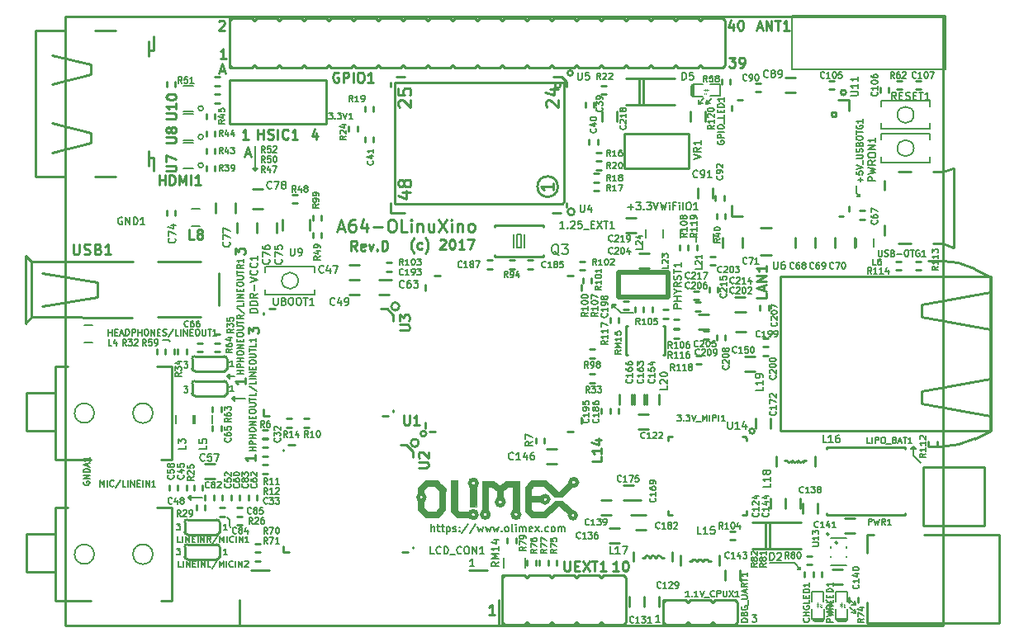
<source format=gbr>
G04 #@! TF.GenerationSoftware,KiCad,Pcbnew,no-vcs-found-ddec803~58~ubuntu14.04.1*
G04 #@! TF.CreationDate,2017-06-02T15:46:54+03:00*
G04 #@! TF.ProjectId,A64-OlinuXino_Rev_D,4136342D4F6C696E7558696E6F5F5265,D*
G04 #@! TF.FileFunction,Legend,Top*
G04 #@! TF.FilePolarity,Positive*
%FSLAX46Y46*%
G04 Gerber Fmt 4.6, Leading zero omitted, Abs format (unit mm)*
G04 Created by KiCad (PCBNEW no-vcs-found-ddec803~58~ubuntu14.04.1) date Fri Jun  2 15:46:54 2017*
%MOMM*%
%LPD*%
G01*
G04 APERTURE LIST*
%ADD10C,0.100000*%
%ADD11C,0.200000*%
%ADD12C,0.254000*%
%ADD13C,0.158750*%
%ADD14C,0.190500*%
%ADD15C,0.279400*%
%ADD16C,0.250000*%
%ADD17C,0.150000*%
%ADD18C,0.050000*%
%ADD19C,0.127000*%
%ADD20C,0.203200*%
%ADD21C,0.700000*%
%ADD22C,0.400000*%
%ADD23C,0.500000*%
%ADD24C,0.508000*%
G04 APERTURE END LIST*
D10*
D11*
X112903000Y-87122000D02*
X112649000Y-86868000D01*
X112903000Y-86614000D02*
X112903000Y-87122000D01*
X112649000Y-86868000D02*
X112903000Y-86614000D01*
X114046000Y-86868000D02*
X112649000Y-86868000D01*
X175133000Y-94234000D02*
X175387000Y-94234000D01*
X175387000Y-93980000D02*
X175133000Y-94234000D01*
X175387000Y-94234000D02*
X175387000Y-93980000D01*
X174752000Y-93599000D02*
X175387000Y-94234000D01*
X172212000Y-93599000D02*
X174752000Y-93599000D01*
D12*
X116495285Y-41861619D02*
X115914714Y-41861619D01*
X116205000Y-41861619D02*
X116205000Y-40845619D01*
X116108238Y-40990761D01*
X116011476Y-41087523D01*
X115914714Y-41135904D01*
D11*
X119761000Y-53086000D02*
X119507000Y-53340000D01*
X119253000Y-53086000D02*
X119761000Y-53086000D01*
X119507000Y-53340000D02*
X119253000Y-53086000D01*
X119507000Y-50800000D02*
X119507000Y-53340000D01*
D12*
X115836095Y-43095333D02*
X116319904Y-43095333D01*
X115739333Y-43385619D02*
X116078000Y-42369619D01*
X116416666Y-43385619D01*
X118503095Y-51604333D02*
X118986904Y-51604333D01*
X118406333Y-51894619D02*
X118745000Y-50878619D01*
X119083666Y-51894619D01*
D11*
X116840000Y-74676000D02*
X116840000Y-74168000D01*
X116586000Y-74422000D02*
X116840000Y-74676000D01*
X116586000Y-74422000D02*
X116840000Y-74168000D01*
X117348000Y-76962000D02*
X117348000Y-76454000D01*
X117094000Y-76708000D02*
X117348000Y-76962000D01*
X117094000Y-76708000D02*
X117348000Y-76454000D01*
X118491000Y-76708000D02*
X117094000Y-76708000D01*
X117348000Y-74422000D02*
X116586000Y-74422000D01*
D12*
X118823619Y-70061666D02*
X118823619Y-69432714D01*
X119210666Y-69771380D01*
X119210666Y-69626238D01*
X119259047Y-69529476D01*
X119307428Y-69481095D01*
X119404190Y-69432714D01*
X119646095Y-69432714D01*
X119742857Y-69481095D01*
X119791238Y-69529476D01*
X119839619Y-69626238D01*
X119839619Y-69916523D01*
X119791238Y-70013285D01*
X119742857Y-70061666D01*
X119458619Y-82513714D02*
X119458619Y-83094285D01*
X119458619Y-82804000D02*
X118442619Y-82804000D01*
X118587761Y-82900761D01*
X118684523Y-82997523D01*
X118732904Y-83094285D01*
X117426619Y-61933666D02*
X117426619Y-61304714D01*
X117813666Y-61643380D01*
X117813666Y-61498238D01*
X117862047Y-61401476D01*
X117910428Y-61353095D01*
X118007190Y-61304714D01*
X118249095Y-61304714D01*
X118345857Y-61353095D01*
X118394238Y-61401476D01*
X118442619Y-61498238D01*
X118442619Y-61788523D01*
X118394238Y-61885285D01*
X118345857Y-61933666D01*
X118442619Y-74639714D02*
X118442619Y-75220285D01*
X118442619Y-74930000D02*
X117426619Y-74930000D01*
X117571761Y-75026761D01*
X117668523Y-75123523D01*
X117716904Y-75220285D01*
D11*
X110617000Y-70739000D02*
X110744000Y-70866000D01*
X109982000Y-70739000D02*
X110617000Y-70739000D01*
X116840000Y-89154000D02*
X116586000Y-88900000D01*
X116840000Y-89789000D02*
X116840000Y-89154000D01*
X116967000Y-89916000D02*
X116840000Y-89789000D01*
D13*
X116640428Y-92743261D02*
X116277571Y-92743261D01*
X116459000Y-92743261D02*
X116459000Y-92108261D01*
X116398523Y-92198976D01*
X116338047Y-92259452D01*
X116277571Y-92289690D01*
X111421333Y-92108261D02*
X111814428Y-92108261D01*
X111602761Y-92350166D01*
X111693476Y-92350166D01*
X111753952Y-92380404D01*
X111784190Y-92410642D01*
X111814428Y-92471119D01*
X111814428Y-92622309D01*
X111784190Y-92682785D01*
X111753952Y-92713023D01*
X111693476Y-92743261D01*
X111512047Y-92743261D01*
X111451571Y-92713023D01*
X111421333Y-92682785D01*
X116640428Y-90203261D02*
X116277571Y-90203261D01*
X116459000Y-90203261D02*
X116459000Y-89568261D01*
X116398523Y-89658976D01*
X116338047Y-89719452D01*
X116277571Y-89749690D01*
X111421333Y-89568261D02*
X111814428Y-89568261D01*
X111602761Y-89810166D01*
X111693476Y-89810166D01*
X111753952Y-89840404D01*
X111784190Y-89870642D01*
X111814428Y-89931119D01*
X111814428Y-90082309D01*
X111784190Y-90142785D01*
X111753952Y-90173023D01*
X111693476Y-90203261D01*
X111512047Y-90203261D01*
X111451571Y-90173023D01*
X111421333Y-90142785D01*
X112183333Y-72931261D02*
X112576428Y-72931261D01*
X112364761Y-73173166D01*
X112455476Y-73173166D01*
X112515952Y-73203404D01*
X112546190Y-73233642D01*
X112576428Y-73294119D01*
X112576428Y-73445309D01*
X112546190Y-73505785D01*
X112515952Y-73536023D01*
X112455476Y-73566261D01*
X112274047Y-73566261D01*
X112213571Y-73536023D01*
X112183333Y-73505785D01*
X112183333Y-75471261D02*
X112576428Y-75471261D01*
X112364761Y-75713166D01*
X112455476Y-75713166D01*
X112515952Y-75743404D01*
X112546190Y-75773642D01*
X112576428Y-75834119D01*
X112576428Y-75985309D01*
X112546190Y-76045785D01*
X112515952Y-76076023D01*
X112455476Y-76106261D01*
X112274047Y-76106261D01*
X112213571Y-76076023D01*
X112183333Y-76045785D01*
X117275428Y-75979261D02*
X116912571Y-75979261D01*
X117094000Y-75979261D02*
X117094000Y-75344261D01*
X117033523Y-75434976D01*
X116973047Y-75495452D01*
X116912571Y-75525690D01*
X117275428Y-73439261D02*
X116912571Y-73439261D01*
X117094000Y-73439261D02*
X117094000Y-72804261D01*
X117033523Y-72894976D01*
X116973047Y-72955452D01*
X116912571Y-72985690D01*
D11*
X181483000Y-55753000D02*
X181483000Y-56007000D01*
X181229000Y-56007000D02*
X181483000Y-55753000D01*
X181483000Y-56007000D02*
X181229000Y-56007000D01*
X181102000Y-55626000D02*
X181483000Y-56007000D01*
X181102000Y-54864000D02*
X181102000Y-55626000D01*
D14*
X160999714Y-99658714D02*
X160564285Y-99658714D01*
X160782000Y-99658714D02*
X160782000Y-98896714D01*
X160709428Y-99005571D01*
X160636857Y-99078142D01*
X160564285Y-99114428D01*
X170434000Y-98896714D02*
X170905714Y-98896714D01*
X170651714Y-99187000D01*
X170760571Y-99187000D01*
X170833142Y-99223285D01*
X170869428Y-99259571D01*
X170905714Y-99332142D01*
X170905714Y-99513571D01*
X170869428Y-99586142D01*
X170833142Y-99622428D01*
X170760571Y-99658714D01*
X170542857Y-99658714D01*
X170470285Y-99622428D01*
X170434000Y-99586142D01*
D12*
X144054285Y-98884619D02*
X143473714Y-98884619D01*
X143764000Y-98884619D02*
X143764000Y-97868619D01*
X143667238Y-98013761D01*
X143570476Y-98110523D01*
X143473714Y-98158904D01*
X156778476Y-94439619D02*
X156197904Y-94439619D01*
X156488190Y-94439619D02*
X156488190Y-93423619D01*
X156391428Y-93568761D01*
X156294666Y-93665523D01*
X156197904Y-93713904D01*
X157407428Y-93423619D02*
X157504190Y-93423619D01*
X157600952Y-93472000D01*
X157649333Y-93520380D01*
X157697714Y-93617142D01*
X157746095Y-93810666D01*
X157746095Y-94052571D01*
X157697714Y-94246095D01*
X157649333Y-94342857D01*
X157600952Y-94391238D01*
X157504190Y-94439619D01*
X157407428Y-94439619D01*
X157310666Y-94391238D01*
X157262285Y-94342857D01*
X157213904Y-94246095D01*
X157165523Y-94052571D01*
X157165523Y-93810666D01*
X157213904Y-93617142D01*
X157262285Y-93520380D01*
X157310666Y-93472000D01*
X157407428Y-93423619D01*
D11*
X156464000Y-67056000D02*
X156083000Y-67056000D01*
X156083000Y-67437000D02*
X156464000Y-67056000D01*
X156083000Y-67056000D02*
X156083000Y-67437000D01*
X156972000Y-67945000D02*
X156083000Y-67056000D01*
X158242000Y-67945000D02*
X156972000Y-67945000D01*
X186944000Y-82550000D02*
X186944000Y-81788000D01*
X187198000Y-81915000D02*
X186944000Y-81661000D01*
X186690000Y-81915000D02*
X187198000Y-81915000D01*
X186944000Y-81661000D02*
X186690000Y-81915000D01*
X187706000Y-83312000D02*
X186944000Y-82550000D01*
D12*
X125796523Y-49439285D02*
X125796523Y-50116619D01*
X125554619Y-49052238D02*
X125312714Y-49777952D01*
X125941666Y-49777952D01*
X118781285Y-50116619D02*
X118200714Y-50116619D01*
X118491000Y-50116619D02*
X118491000Y-49100619D01*
X118394238Y-49245761D01*
X118297476Y-49342523D01*
X118200714Y-49390904D01*
X115787714Y-38021380D02*
X115836095Y-37973000D01*
X115932857Y-37924619D01*
X116174761Y-37924619D01*
X116271523Y-37973000D01*
X116319904Y-38021380D01*
X116368285Y-38118142D01*
X116368285Y-38214904D01*
X116319904Y-38360047D01*
X115739333Y-38940619D01*
X116368285Y-38940619D01*
X168087523Y-41734619D02*
X168716476Y-41734619D01*
X168377809Y-42121666D01*
X168522952Y-42121666D01*
X168619714Y-42170047D01*
X168668095Y-42218428D01*
X168716476Y-42315190D01*
X168716476Y-42557095D01*
X168668095Y-42653857D01*
X168619714Y-42702238D01*
X168522952Y-42750619D01*
X168232666Y-42750619D01*
X168135904Y-42702238D01*
X168087523Y-42653857D01*
X169200285Y-42750619D02*
X169393809Y-42750619D01*
X169490571Y-42702238D01*
X169538952Y-42653857D01*
X169635714Y-42508714D01*
X169684095Y-42315190D01*
X169684095Y-41928142D01*
X169635714Y-41831380D01*
X169587333Y-41783000D01*
X169490571Y-41734619D01*
X169297047Y-41734619D01*
X169200285Y-41783000D01*
X169151904Y-41831380D01*
X169103523Y-41928142D01*
X169103523Y-42170047D01*
X169151904Y-42266809D01*
X169200285Y-42315190D01*
X169297047Y-42363571D01*
X169490571Y-42363571D01*
X169587333Y-42315190D01*
X169635714Y-42266809D01*
X169684095Y-42170047D01*
X168492714Y-38263285D02*
X168492714Y-38940619D01*
X168250809Y-37876238D02*
X168008904Y-38601952D01*
X168637857Y-38601952D01*
X169218428Y-37924619D02*
X169315190Y-37924619D01*
X169411952Y-37973000D01*
X169460333Y-38021380D01*
X169508714Y-38118142D01*
X169557095Y-38311666D01*
X169557095Y-38553571D01*
X169508714Y-38747095D01*
X169460333Y-38843857D01*
X169411952Y-38892238D01*
X169315190Y-38940619D01*
X169218428Y-38940619D01*
X169121666Y-38892238D01*
X169073285Y-38843857D01*
X169024904Y-38747095D01*
X168976523Y-38553571D01*
X168976523Y-38311666D01*
X169024904Y-38118142D01*
X169073285Y-38021380D01*
X169121666Y-37973000D01*
X169218428Y-37924619D01*
D14*
X137559142Y-90387714D02*
X137559142Y-89625714D01*
X137885714Y-90387714D02*
X137885714Y-89988571D01*
X137849428Y-89916000D01*
X137776857Y-89879714D01*
X137668000Y-89879714D01*
X137595428Y-89916000D01*
X137559142Y-89952285D01*
X138139714Y-89879714D02*
X138430000Y-89879714D01*
X138248571Y-89625714D02*
X138248571Y-90278857D01*
X138284857Y-90351428D01*
X138357428Y-90387714D01*
X138430000Y-90387714D01*
X138575142Y-89879714D02*
X138865428Y-89879714D01*
X138684000Y-89625714D02*
X138684000Y-90278857D01*
X138720285Y-90351428D01*
X138792857Y-90387714D01*
X138865428Y-90387714D01*
X139119428Y-89879714D02*
X139119428Y-90641714D01*
X139119428Y-89916000D02*
X139192000Y-89879714D01*
X139337142Y-89879714D01*
X139409714Y-89916000D01*
X139446000Y-89952285D01*
X139482285Y-90024857D01*
X139482285Y-90242571D01*
X139446000Y-90315142D01*
X139409714Y-90351428D01*
X139337142Y-90387714D01*
X139192000Y-90387714D01*
X139119428Y-90351428D01*
X139772571Y-90351428D02*
X139845142Y-90387714D01*
X139990285Y-90387714D01*
X140062857Y-90351428D01*
X140099142Y-90278857D01*
X140099142Y-90242571D01*
X140062857Y-90170000D01*
X139990285Y-90133714D01*
X139881428Y-90133714D01*
X139808857Y-90097428D01*
X139772571Y-90024857D01*
X139772571Y-89988571D01*
X139808857Y-89916000D01*
X139881428Y-89879714D01*
X139990285Y-89879714D01*
X140062857Y-89916000D01*
X140425714Y-90315142D02*
X140462000Y-90351428D01*
X140425714Y-90387714D01*
X140389428Y-90351428D01*
X140425714Y-90315142D01*
X140425714Y-90387714D01*
X140425714Y-89916000D02*
X140462000Y-89952285D01*
X140425714Y-89988571D01*
X140389428Y-89952285D01*
X140425714Y-89916000D01*
X140425714Y-89988571D01*
X141332857Y-89589428D02*
X140679714Y-90569142D01*
X142131142Y-89589428D02*
X141478000Y-90569142D01*
X142312571Y-89879714D02*
X142457714Y-90387714D01*
X142602857Y-90024857D01*
X142748000Y-90387714D01*
X142893142Y-89879714D01*
X143110857Y-89879714D02*
X143256000Y-90387714D01*
X143401142Y-90024857D01*
X143546285Y-90387714D01*
X143691428Y-89879714D01*
X143909142Y-89879714D02*
X144054285Y-90387714D01*
X144199428Y-90024857D01*
X144344571Y-90387714D01*
X144489714Y-89879714D01*
X144780000Y-90315142D02*
X144816285Y-90351428D01*
X144780000Y-90387714D01*
X144743714Y-90351428D01*
X144780000Y-90315142D01*
X144780000Y-90387714D01*
X145251714Y-90387714D02*
X145179142Y-90351428D01*
X145142857Y-90315142D01*
X145106571Y-90242571D01*
X145106571Y-90024857D01*
X145142857Y-89952285D01*
X145179142Y-89916000D01*
X145251714Y-89879714D01*
X145360571Y-89879714D01*
X145433142Y-89916000D01*
X145469428Y-89952285D01*
X145505714Y-90024857D01*
X145505714Y-90242571D01*
X145469428Y-90315142D01*
X145433142Y-90351428D01*
X145360571Y-90387714D01*
X145251714Y-90387714D01*
X145941142Y-90387714D02*
X145868571Y-90351428D01*
X145832285Y-90278857D01*
X145832285Y-89625714D01*
X146231428Y-90387714D02*
X146231428Y-89879714D01*
X146231428Y-89625714D02*
X146195142Y-89662000D01*
X146231428Y-89698285D01*
X146267714Y-89662000D01*
X146231428Y-89625714D01*
X146231428Y-89698285D01*
X146594285Y-90387714D02*
X146594285Y-89879714D01*
X146594285Y-89952285D02*
X146630571Y-89916000D01*
X146703142Y-89879714D01*
X146812000Y-89879714D01*
X146884571Y-89916000D01*
X146920857Y-89988571D01*
X146920857Y-90387714D01*
X146920857Y-89988571D02*
X146957142Y-89916000D01*
X147029714Y-89879714D01*
X147138571Y-89879714D01*
X147211142Y-89916000D01*
X147247428Y-89988571D01*
X147247428Y-90387714D01*
X147900571Y-90351428D02*
X147828000Y-90387714D01*
X147682857Y-90387714D01*
X147610285Y-90351428D01*
X147574000Y-90278857D01*
X147574000Y-89988571D01*
X147610285Y-89916000D01*
X147682857Y-89879714D01*
X147828000Y-89879714D01*
X147900571Y-89916000D01*
X147936857Y-89988571D01*
X147936857Y-90061142D01*
X147574000Y-90133714D01*
X148190857Y-90387714D02*
X148590000Y-89879714D01*
X148190857Y-89879714D02*
X148590000Y-90387714D01*
X148880285Y-90315142D02*
X148916571Y-90351428D01*
X148880285Y-90387714D01*
X148844000Y-90351428D01*
X148880285Y-90315142D01*
X148880285Y-90387714D01*
X149569714Y-90351428D02*
X149497142Y-90387714D01*
X149352000Y-90387714D01*
X149279428Y-90351428D01*
X149243142Y-90315142D01*
X149206857Y-90242571D01*
X149206857Y-90024857D01*
X149243142Y-89952285D01*
X149279428Y-89916000D01*
X149352000Y-89879714D01*
X149497142Y-89879714D01*
X149569714Y-89916000D01*
X150005142Y-90387714D02*
X149932571Y-90351428D01*
X149896285Y-90315142D01*
X149860000Y-90242571D01*
X149860000Y-90024857D01*
X149896285Y-89952285D01*
X149932571Y-89916000D01*
X150005142Y-89879714D01*
X150114000Y-89879714D01*
X150186571Y-89916000D01*
X150222857Y-89952285D01*
X150259142Y-90024857D01*
X150259142Y-90242571D01*
X150222857Y-90315142D01*
X150186571Y-90351428D01*
X150114000Y-90387714D01*
X150005142Y-90387714D01*
X150585714Y-90387714D02*
X150585714Y-89879714D01*
X150585714Y-89952285D02*
X150622000Y-89916000D01*
X150694571Y-89879714D01*
X150803428Y-89879714D01*
X150876000Y-89916000D01*
X150912285Y-89988571D01*
X150912285Y-90387714D01*
X150912285Y-89988571D02*
X150948571Y-89916000D01*
X151021142Y-89879714D01*
X151130000Y-89879714D01*
X151202571Y-89916000D01*
X151238857Y-89988571D01*
X151238857Y-90387714D01*
D12*
X135781142Y-61806666D02*
X135732761Y-61758285D01*
X135636000Y-61613142D01*
X135587619Y-61516380D01*
X135539238Y-61371238D01*
X135490857Y-61129333D01*
X135490857Y-60935809D01*
X135539238Y-60693904D01*
X135587619Y-60548761D01*
X135636000Y-60452000D01*
X135732761Y-60306857D01*
X135781142Y-60258476D01*
X136603619Y-61371238D02*
X136506857Y-61419619D01*
X136313333Y-61419619D01*
X136216571Y-61371238D01*
X136168190Y-61322857D01*
X136119809Y-61226095D01*
X136119809Y-60935809D01*
X136168190Y-60839047D01*
X136216571Y-60790666D01*
X136313333Y-60742285D01*
X136506857Y-60742285D01*
X136603619Y-60790666D01*
X136942285Y-61806666D02*
X136990666Y-61758285D01*
X137087428Y-61613142D01*
X137135809Y-61516380D01*
X137184190Y-61371238D01*
X137232571Y-61129333D01*
X137232571Y-60935809D01*
X137184190Y-60693904D01*
X137135809Y-60548761D01*
X137087428Y-60452000D01*
X136990666Y-60306857D01*
X136942285Y-60258476D01*
X138442095Y-60500380D02*
X138490476Y-60452000D01*
X138587238Y-60403619D01*
X138829142Y-60403619D01*
X138925904Y-60452000D01*
X138974285Y-60500380D01*
X139022666Y-60597142D01*
X139022666Y-60693904D01*
X138974285Y-60839047D01*
X138393714Y-61419619D01*
X139022666Y-61419619D01*
X139651619Y-60403619D02*
X139748380Y-60403619D01*
X139845142Y-60452000D01*
X139893523Y-60500380D01*
X139941904Y-60597142D01*
X139990285Y-60790666D01*
X139990285Y-61032571D01*
X139941904Y-61226095D01*
X139893523Y-61322857D01*
X139845142Y-61371238D01*
X139748380Y-61419619D01*
X139651619Y-61419619D01*
X139554857Y-61371238D01*
X139506476Y-61322857D01*
X139458095Y-61226095D01*
X139409714Y-61032571D01*
X139409714Y-60790666D01*
X139458095Y-60597142D01*
X139506476Y-60500380D01*
X139554857Y-60452000D01*
X139651619Y-60403619D01*
X140957904Y-61419619D02*
X140377333Y-61419619D01*
X140667619Y-61419619D02*
X140667619Y-60403619D01*
X140570857Y-60548761D01*
X140474095Y-60645523D01*
X140377333Y-60693904D01*
X141296571Y-60403619D02*
X141973904Y-60403619D01*
X141538476Y-61419619D01*
X129933095Y-61546619D02*
X129594428Y-61062809D01*
X129352523Y-61546619D02*
X129352523Y-60530619D01*
X129739571Y-60530619D01*
X129836333Y-60579000D01*
X129884714Y-60627380D01*
X129933095Y-60724142D01*
X129933095Y-60869285D01*
X129884714Y-60966047D01*
X129836333Y-61014428D01*
X129739571Y-61062809D01*
X129352523Y-61062809D01*
X130755571Y-61498238D02*
X130658809Y-61546619D01*
X130465285Y-61546619D01*
X130368523Y-61498238D01*
X130320142Y-61401476D01*
X130320142Y-61014428D01*
X130368523Y-60917666D01*
X130465285Y-60869285D01*
X130658809Y-60869285D01*
X130755571Y-60917666D01*
X130803952Y-61014428D01*
X130803952Y-61111190D01*
X130320142Y-61207952D01*
X131142619Y-60869285D02*
X131384523Y-61546619D01*
X131626428Y-60869285D01*
X132013476Y-61449857D02*
X132061857Y-61498238D01*
X132013476Y-61546619D01*
X131965095Y-61498238D01*
X132013476Y-61449857D01*
X132013476Y-61546619D01*
X132497285Y-61546619D02*
X132497285Y-60530619D01*
X132739190Y-60530619D01*
X132884333Y-60579000D01*
X132981095Y-60675761D01*
X133029476Y-60772523D01*
X133077857Y-60966047D01*
X133077857Y-61111190D01*
X133029476Y-61304714D01*
X132981095Y-61401476D01*
X132884333Y-61498238D01*
X132739190Y-61546619D01*
X132497285Y-61546619D01*
D15*
X128016000Y-59266666D02*
X128620761Y-59266666D01*
X127895047Y-59629523D02*
X128318380Y-58359523D01*
X128741714Y-59629523D01*
X129709333Y-58359523D02*
X129467428Y-58359523D01*
X129346476Y-58420000D01*
X129286000Y-58480476D01*
X129165047Y-58661904D01*
X129104571Y-58903809D01*
X129104571Y-59387619D01*
X129165047Y-59508571D01*
X129225523Y-59569047D01*
X129346476Y-59629523D01*
X129588380Y-59629523D01*
X129709333Y-59569047D01*
X129769809Y-59508571D01*
X129830285Y-59387619D01*
X129830285Y-59085238D01*
X129769809Y-58964285D01*
X129709333Y-58903809D01*
X129588380Y-58843333D01*
X129346476Y-58843333D01*
X129225523Y-58903809D01*
X129165047Y-58964285D01*
X129104571Y-59085238D01*
X130918857Y-58782857D02*
X130918857Y-59629523D01*
X130616476Y-58299047D02*
X130314095Y-59206190D01*
X131100285Y-59206190D01*
X131584095Y-59145714D02*
X132551714Y-59145714D01*
X133398380Y-58359523D02*
X133640285Y-58359523D01*
X133761238Y-58420000D01*
X133882190Y-58540952D01*
X133942666Y-58782857D01*
X133942666Y-59206190D01*
X133882190Y-59448095D01*
X133761238Y-59569047D01*
X133640285Y-59629523D01*
X133398380Y-59629523D01*
X133277428Y-59569047D01*
X133156476Y-59448095D01*
X133096000Y-59206190D01*
X133096000Y-58782857D01*
X133156476Y-58540952D01*
X133277428Y-58420000D01*
X133398380Y-58359523D01*
X135091714Y-59629523D02*
X134486952Y-59629523D01*
X134486952Y-58359523D01*
X135515047Y-59629523D02*
X135515047Y-58782857D01*
X135515047Y-58359523D02*
X135454571Y-58420000D01*
X135515047Y-58480476D01*
X135575523Y-58420000D01*
X135515047Y-58359523D01*
X135515047Y-58480476D01*
X136119809Y-58782857D02*
X136119809Y-59629523D01*
X136119809Y-58903809D02*
X136180285Y-58843333D01*
X136301238Y-58782857D01*
X136482666Y-58782857D01*
X136603619Y-58843333D01*
X136664095Y-58964285D01*
X136664095Y-59629523D01*
X137813142Y-58782857D02*
X137813142Y-59629523D01*
X137268857Y-58782857D02*
X137268857Y-59448095D01*
X137329333Y-59569047D01*
X137450285Y-59629523D01*
X137631714Y-59629523D01*
X137752666Y-59569047D01*
X137813142Y-59508571D01*
X138296952Y-58359523D02*
X139143619Y-59629523D01*
X139143619Y-58359523D02*
X138296952Y-59629523D01*
X139627428Y-59629523D02*
X139627428Y-58782857D01*
X139627428Y-58359523D02*
X139566952Y-58420000D01*
X139627428Y-58480476D01*
X139687904Y-58420000D01*
X139627428Y-58359523D01*
X139627428Y-58480476D01*
X140232190Y-58782857D02*
X140232190Y-59629523D01*
X140232190Y-58903809D02*
X140292666Y-58843333D01*
X140413619Y-58782857D01*
X140595047Y-58782857D01*
X140716000Y-58843333D01*
X140776476Y-58964285D01*
X140776476Y-59629523D01*
X141562666Y-59629523D02*
X141441714Y-59569047D01*
X141381238Y-59508571D01*
X141320761Y-59387619D01*
X141320761Y-59024761D01*
X141381238Y-58903809D01*
X141441714Y-58843333D01*
X141562666Y-58782857D01*
X141744095Y-58782857D01*
X141865047Y-58843333D01*
X141925523Y-58903809D01*
X141986000Y-59024761D01*
X141986000Y-59387619D01*
X141925523Y-59508571D01*
X141865047Y-59569047D01*
X141744095Y-59629523D01*
X141562666Y-59629523D01*
D12*
X100000000Y-37500000D02*
X100000000Y-100000000D01*
X190000000Y-37500000D02*
X100000000Y-37500000D01*
X190000000Y-100000000D02*
X190000000Y-37500000D01*
X100000000Y-100000000D02*
X190000000Y-100000000D01*
X189851927Y-81660762D02*
G75*
G03X193250820Y-80855820I-9787J7619762D01*
G01*
X193242167Y-63411600D02*
G75*
G03X189842140Y-62611000I-3400027J-6819400D01*
G01*
X187833000Y-77216000D02*
X194818000Y-78486000D01*
X187833000Y-75946000D02*
X187833000Y-77216000D01*
X194818000Y-74676000D02*
X187833000Y-75946000D01*
X194818000Y-74676000D02*
X194818000Y-64262000D01*
X194818000Y-78486000D02*
X194818000Y-74676000D01*
X194818000Y-80010000D02*
X194818000Y-78486000D01*
X187833000Y-68326000D02*
X194818000Y-69596000D01*
X187833000Y-67056000D02*
X187833000Y-68326000D01*
X194818000Y-65786000D02*
X187833000Y-67056000D01*
X189842140Y-81661000D02*
X188468000Y-81661000D01*
X194945000Y-80010000D02*
X193250820Y-80855820D01*
X189842140Y-62611000D02*
X188468000Y-62611000D01*
X194945000Y-64262000D02*
X193250820Y-63416180D01*
X173355000Y-64236600D02*
X173355000Y-80035400D01*
X194945000Y-64236600D02*
X173355000Y-64236600D01*
X194945000Y-64262000D02*
X194945000Y-64236600D01*
X194945000Y-80010000D02*
X194945000Y-64262000D01*
X194945000Y-80035400D02*
X194945000Y-80010000D01*
X173355000Y-80035400D02*
X194945000Y-80035400D01*
X191021000Y-61214000D02*
X190005000Y-60833000D01*
X191021000Y-53086000D02*
X190005000Y-53467000D01*
X185492000Y-53450000D02*
X186692000Y-53450000D01*
X189992000Y-60850000D02*
X188992000Y-60850000D01*
X191092000Y-53086000D02*
X191092000Y-61214000D01*
X188992000Y-53450000D02*
X189992000Y-53450000D01*
X183992000Y-54350000D02*
X183992000Y-55350000D01*
X183992000Y-58950000D02*
X183992000Y-59950000D01*
X185492000Y-60850000D02*
X186692000Y-60850000D01*
X189992000Y-53450000D02*
X189992000Y-60850000D01*
X180361000Y-46070000D02*
X180361000Y-47180000D01*
X180361000Y-46070000D02*
X179261000Y-46070000D01*
X168371000Y-58070000D02*
X169481000Y-58070000D01*
X168371000Y-58070000D02*
X168371000Y-56960000D01*
X179113488Y-47610000D02*
G75*
G03X179113488Y-47610000I-262488J0D01*
G01*
X180063488Y-45330000D02*
G75*
G03X180063488Y-45330000I-262488J0D01*
G01*
X168371000Y-46660000D02*
X168371000Y-47160000D01*
X169471000Y-46070000D02*
X168981000Y-46070000D01*
X179371000Y-58070000D02*
X179791000Y-58070000D01*
X180371000Y-56990000D02*
X180371000Y-57480000D01*
X157378400Y-49530000D02*
X163931600Y-49530000D01*
X157378400Y-53086000D02*
X163931600Y-53086000D01*
X163931600Y-49530000D02*
X163931600Y-53086000D01*
X157378400Y-49530000D02*
X157378400Y-53086000D01*
X150782000Y-44604000D02*
G75*
G03X150782000Y-44604000I-254000J0D01*
G01*
X152052000Y-43334000D02*
G75*
G03X152052000Y-43334000I-254000J0D01*
G01*
X150870000Y-43700000D02*
X151400000Y-44230000D01*
X150070000Y-43700000D02*
X150870000Y-43700000D01*
X134795000Y-43705000D02*
X133995000Y-43705000D01*
X134795000Y-57695000D02*
X133400000Y-57695000D01*
X150805000Y-57695000D02*
X150005000Y-57695000D01*
X151400000Y-57100000D02*
X151400000Y-56700000D01*
X151400000Y-44700000D02*
X151400000Y-44300000D01*
X133400000Y-44700000D02*
X133400000Y-44300000D01*
X133400000Y-57700000D02*
X133400000Y-56700000D01*
X137032843Y-80350000D02*
G75*
G03X137032843Y-80350000I-282843J0D01*
G01*
X152060000Y-80150000D02*
X151480000Y-80150000D01*
X152950000Y-78670000D02*
X152950000Y-79250000D01*
X152050000Y-64150000D02*
X151470000Y-64150000D01*
X152950000Y-65050000D02*
X152950000Y-65630000D01*
X138430000Y-64150000D02*
X137850000Y-64150000D01*
X136950000Y-65050000D02*
X136950000Y-65630000D01*
X136950000Y-79170000D02*
X136950000Y-79750000D01*
X137930000Y-80150000D02*
X137350000Y-80150000D01*
D16*
X136259609Y-81285000D02*
G75*
G03X136259609Y-81285000I-401609J0D01*
G01*
D12*
X135000000Y-81500000D02*
X135650000Y-82150000D01*
X134370000Y-81500000D02*
X135000000Y-81500000D01*
X122900000Y-81500000D02*
X123520000Y-81500000D01*
X122350000Y-82070000D02*
X122350000Y-81950000D01*
X122350000Y-92500000D02*
X122350000Y-91880000D01*
X135650000Y-82770000D02*
X135650000Y-82150000D01*
X122975000Y-92495000D02*
X122355000Y-92495000D01*
X135145000Y-92495000D02*
X134525000Y-92495000D01*
X135650000Y-92080000D02*
X135650000Y-91950000D01*
D16*
X134259609Y-67285000D02*
G75*
G03X134259609Y-67285000I-401609J0D01*
G01*
D12*
X133000000Y-67500000D02*
X133650000Y-68150000D01*
X132370000Y-67500000D02*
X133000000Y-67500000D01*
X120900000Y-67500000D02*
X121520000Y-67500000D01*
X120350000Y-68070000D02*
X120350000Y-67950000D01*
X120350000Y-78500000D02*
X120350000Y-77880000D01*
X133650000Y-68770000D02*
X133650000Y-68150000D01*
X120975000Y-78495000D02*
X120355000Y-78495000D01*
X133145000Y-78495000D02*
X132525000Y-78495000D01*
X133650000Y-78080000D02*
X133650000Y-77950000D01*
X96005000Y-80080400D02*
X99015000Y-80080400D01*
X96005000Y-76140400D02*
X96005000Y-80080400D01*
X99015000Y-76140400D02*
X96005000Y-76140400D01*
D17*
X102982249Y-78232000D02*
G75*
G03X102982249Y-78232000I-1001249J0D01*
G01*
X109000727Y-78232000D02*
G75*
G03X109000727Y-78232000I-1019727J0D01*
G01*
D12*
X99034600Y-73431400D02*
X100291900Y-73431400D01*
X99034600Y-78232000D02*
X99034600Y-73431400D01*
X110972600Y-73444100D02*
X109410500Y-73444100D01*
X110985300Y-78244700D02*
X110972600Y-73444100D01*
X99034600Y-78232000D02*
X99034600Y-83032600D01*
X110972600Y-83019900D02*
X109816900Y-83019900D01*
X110985300Y-78232000D02*
X110972600Y-83019900D01*
X99021900Y-83019900D02*
X102654100Y-83019900D01*
X96005000Y-94558400D02*
X99015000Y-94558400D01*
X96005000Y-90618400D02*
X96005000Y-94558400D01*
X99015000Y-90618400D02*
X96005000Y-90618400D01*
D17*
X102982249Y-92710000D02*
G75*
G03X102982249Y-92710000I-1001249J0D01*
G01*
X109000727Y-92710000D02*
G75*
G03X109000727Y-92710000I-1019727J0D01*
G01*
D12*
X99034600Y-87909400D02*
X100291900Y-87909400D01*
X99034600Y-92710000D02*
X99034600Y-87909400D01*
X110972600Y-87922100D02*
X109410500Y-87922100D01*
X110985300Y-92722700D02*
X110972600Y-87922100D01*
X99034600Y-92710000D02*
X99034600Y-97510600D01*
X110972600Y-97497900D02*
X109816900Y-97497900D01*
X110985300Y-92710000D02*
X110972600Y-97497900D01*
X99021900Y-97497900D02*
X102654100Y-97497900D01*
X119091000Y-94360000D02*
X119091000Y-94320000D01*
X117891000Y-100020000D02*
X117891000Y-97360000D01*
X144491000Y-100020000D02*
X117891000Y-100020000D01*
X144491000Y-97360000D02*
X144491000Y-100020000D01*
X143291000Y-94320000D02*
X143291000Y-94360000D01*
X141441000Y-94320000D02*
X143291000Y-94320000D01*
X119091000Y-94320000D02*
X120941000Y-94320000D01*
X157518100Y-69265800D02*
X157518100Y-72212200D01*
X157530800Y-69265800D02*
X157708600Y-69265800D01*
X157505400Y-72212200D02*
X157721300Y-72212200D01*
X161328100Y-69265800D02*
X161518600Y-69265800D01*
X161518600Y-69265800D02*
X161518600Y-72212200D01*
X161518600Y-72212200D02*
X161302700Y-72212200D01*
X102679500Y-42484040D02*
X98679000Y-41483280D01*
X102679500Y-43482260D02*
X102679500Y-42484040D01*
X98679000Y-44483020D02*
X102679500Y-43482260D01*
X102679500Y-50479960D02*
X98679000Y-51480720D01*
X102679500Y-49481740D02*
X102679500Y-50479960D01*
X98679000Y-48480980D02*
X102679500Y-49481740D01*
X109095540Y-40982900D02*
X109095540Y-39596060D01*
X108595160Y-40982900D02*
X109095540Y-40982900D01*
X109095540Y-51981100D02*
X108595160Y-51981100D01*
X109095540Y-53355240D02*
X109095540Y-51981100D01*
X103045260Y-38983920D02*
X105196640Y-38983920D01*
X96939100Y-38983920D02*
X99847400Y-38983920D01*
X96939100Y-53980080D02*
X96939100Y-38983920D01*
X99847400Y-53980080D02*
X96939100Y-53980080D01*
X105196640Y-53980080D02*
X103045260Y-53980080D01*
X108595160Y-51981100D02*
X108595160Y-52880260D01*
X108595160Y-51381660D02*
X108595160Y-51981100D01*
X108595160Y-40982900D02*
X108595160Y-41582340D01*
X108595160Y-40083740D02*
X108595160Y-40982900D01*
X169859960Y-81046320D02*
X169859960Y-80845660D01*
X169859960Y-88643460D02*
X169859960Y-88244680D01*
X169461180Y-88643460D02*
X169859960Y-88643460D01*
X161864040Y-88643460D02*
X162262820Y-88643460D01*
X161864040Y-88244680D02*
X161864040Y-88643460D01*
X161864040Y-80647540D02*
X161864040Y-81046320D01*
X162262820Y-80647540D02*
X161864040Y-80647540D01*
X169661840Y-80647540D02*
X169461180Y-80647540D01*
X169859960Y-80845660D02*
X169661840Y-80647540D01*
X170688000Y-80073500D02*
G75*
G03X170688000Y-80073500I-254000J0D01*
G01*
X161028527Y-92922724D02*
G75*
G03X160888680Y-92864940I-139847J-140336D01*
G01*
X160853516Y-92863702D02*
G75*
G03X160713420Y-92923360I2144J-199358D01*
G01*
X160429087Y-92922724D02*
G75*
G03X160289240Y-92864940I-139847J-140336D01*
G01*
X160256616Y-92863702D02*
G75*
G03X160116520Y-92923360I2144J-199358D01*
G01*
X159832187Y-92922724D02*
G75*
G03X159692340Y-92864940I-139847J-140336D01*
G01*
X159657176Y-92863702D02*
G75*
G03X159517080Y-92923360I2144J-199358D01*
G01*
X161173160Y-93063060D02*
X161373820Y-93063060D01*
X161030920Y-92923360D02*
X161173160Y-93063060D01*
X160855660Y-92864940D02*
X160888680Y-92864940D01*
X160573720Y-93063060D02*
X160713420Y-92923360D01*
X160431480Y-92923360D02*
X160573720Y-93063060D01*
X160258760Y-92864940D02*
X160289240Y-92864940D01*
X159974280Y-93063060D02*
X160116520Y-92923360D01*
X159834580Y-92923360D02*
X159974280Y-93063060D01*
X159659320Y-92864940D02*
X159692340Y-92864940D01*
X159374840Y-93063060D02*
X159517080Y-92923360D01*
X159174180Y-93063060D02*
X159374840Y-93063060D01*
X162272980Y-93461840D02*
X162272980Y-92466160D01*
X158275020Y-93461840D02*
X158275020Y-92466160D01*
X165854527Y-93303724D02*
G75*
G03X165714680Y-93245940I-139847J-140336D01*
G01*
X165679516Y-93244702D02*
G75*
G03X165539420Y-93304360I2144J-199358D01*
G01*
X165255087Y-93303724D02*
G75*
G03X165115240Y-93245940I-139847J-140336D01*
G01*
X165082616Y-93244702D02*
G75*
G03X164942520Y-93304360I2144J-199358D01*
G01*
X164658187Y-93303724D02*
G75*
G03X164518340Y-93245940I-139847J-140336D01*
G01*
X164483176Y-93244702D02*
G75*
G03X164343080Y-93304360I2144J-199358D01*
G01*
X165999160Y-93444060D02*
X166199820Y-93444060D01*
X165856920Y-93304360D02*
X165999160Y-93444060D01*
X165681660Y-93245940D02*
X165714680Y-93245940D01*
X165399720Y-93444060D02*
X165539420Y-93304360D01*
X165257480Y-93304360D02*
X165399720Y-93444060D01*
X165084760Y-93245940D02*
X165115240Y-93245940D01*
X164800280Y-93444060D02*
X164942520Y-93304360D01*
X164660580Y-93304360D02*
X164800280Y-93444060D01*
X164485320Y-93245940D02*
X164518340Y-93245940D01*
X164200840Y-93444060D02*
X164343080Y-93304360D01*
X164000180Y-93444060D02*
X164200840Y-93444060D01*
X167098980Y-93842840D02*
X167098980Y-92847160D01*
X163101020Y-93842840D02*
X163101020Y-92847160D01*
X174124473Y-83226276D02*
G75*
G03X174264320Y-83284060I139847J140336D01*
G01*
X174299484Y-83285298D02*
G75*
G03X174439580Y-83225640I-2144J199358D01*
G01*
X174723913Y-83226276D02*
G75*
G03X174863760Y-83284060I139847J140336D01*
G01*
X174896384Y-83285298D02*
G75*
G03X175036480Y-83225640I-2144J199358D01*
G01*
X175320813Y-83226276D02*
G75*
G03X175460660Y-83284060I139847J140336D01*
G01*
X175495824Y-83285298D02*
G75*
G03X175635920Y-83225640I-2144J199358D01*
G01*
X173979840Y-83085940D02*
X173779180Y-83085940D01*
X174122080Y-83225640D02*
X173979840Y-83085940D01*
X174297340Y-83284060D02*
X174264320Y-83284060D01*
X174579280Y-83085940D02*
X174439580Y-83225640D01*
X174721520Y-83225640D02*
X174579280Y-83085940D01*
X174894240Y-83284060D02*
X174863760Y-83284060D01*
X175178720Y-83085940D02*
X175036480Y-83225640D01*
X175318420Y-83225640D02*
X175178720Y-83085940D01*
X175493680Y-83284060D02*
X175460660Y-83284060D01*
X175778160Y-83085940D02*
X175635920Y-83225640D01*
X175978820Y-83085940D02*
X175778160Y-83085940D01*
X172880020Y-82687160D02*
X172880020Y-83682840D01*
X176877980Y-82687160D02*
X176877980Y-83682840D01*
X186115960Y-88714580D02*
X186115960Y-88516460D01*
X178120040Y-88714580D02*
X186115960Y-88714580D01*
X178120040Y-88516460D02*
X178120040Y-88714580D01*
X178120040Y-81719420D02*
X178120040Y-81917540D01*
X186115960Y-81719420D02*
X178120040Y-81719420D01*
X186115960Y-81917540D02*
X186115960Y-81719420D01*
X95962000Y-62089620D02*
X95962000Y-69011120D01*
X96586840Y-62704300D02*
X96586840Y-68396440D01*
X95962000Y-62094700D02*
X96579220Y-62709380D01*
X96589380Y-68396440D02*
X95964540Y-69011120D01*
X103353400Y-66323800D02*
X97638400Y-67238200D01*
X103353400Y-64799800D02*
X103353400Y-66323800D01*
X97638400Y-63847300D02*
X103353400Y-64799800D01*
X115786700Y-63872700D02*
X115786700Y-67149300D01*
X113907100Y-62717000D02*
X109538300Y-62704300D01*
X113919800Y-68393900D02*
X109512900Y-68381200D01*
X106896700Y-68406600D02*
X96597000Y-68393900D01*
X106947500Y-62717000D02*
X96597000Y-62717000D01*
X179095400Y-99314000D02*
X180136800Y-99314000D01*
X180022500Y-99479100D02*
X179197000Y-99479100D01*
X179057300Y-99326700D02*
X179184300Y-99466400D01*
X180149500Y-99326700D02*
X180022500Y-99479100D01*
D17*
X180441600Y-98158300D02*
X181013100Y-98704400D01*
X181013100Y-98717100D02*
X180924200Y-98298000D01*
X181000400Y-98717100D02*
X180606700Y-98666300D01*
X181000400Y-97929700D02*
X180606700Y-97878900D01*
X181013100Y-97929700D02*
X180924200Y-97510600D01*
X180441600Y-97370900D02*
X181013100Y-97917000D01*
D18*
X179828000Y-97997000D02*
X179938000Y-98127000D01*
X179958000Y-98137000D02*
X179948000Y-98057000D01*
X179958000Y-98137000D02*
X179878000Y-98137000D01*
X179958000Y-97947000D02*
X179878000Y-97947000D01*
X179958000Y-97947000D02*
X179948000Y-97867000D01*
X179828000Y-97807000D02*
X179938000Y-97937000D01*
D10*
X179688000Y-98017000D02*
X179468000Y-98017000D01*
X179468000Y-97827000D02*
X179568000Y-97927000D01*
X179688000Y-97827000D02*
X179588000Y-97937000D01*
X179688000Y-97827000D02*
X179468000Y-97827000D01*
X179578000Y-97657000D02*
X179578000Y-98177000D01*
D19*
X180213000Y-98298000D02*
X180213000Y-99314000D01*
X178993800Y-99314000D02*
X178993800Y-98298000D01*
X180162200Y-96520000D02*
X178993800Y-96520000D01*
X178993800Y-96520000D02*
X178993800Y-97536000D01*
X180162200Y-96520000D02*
X180162200Y-97536000D01*
D12*
X143510000Y-63436500D02*
X143764000Y-63436500D01*
X143510000Y-63436500D02*
X143256000Y-63436500D01*
X143510000Y-62547500D02*
X143256000Y-62547500D01*
X143510000Y-62547500D02*
X143764000Y-62547500D01*
X164846000Y-55118000D02*
X164846000Y-56134000D01*
X166370000Y-55118000D02*
X166370000Y-56134000D01*
X120500000Y-81744500D02*
X120754000Y-81744500D01*
X120500000Y-81744500D02*
X120246000Y-81744500D01*
X120500000Y-80855500D02*
X120246000Y-80855500D01*
X120500000Y-80855500D02*
X120754000Y-80855500D01*
X120500000Y-83555500D02*
X120246000Y-83555500D01*
X120500000Y-83555500D02*
X120754000Y-83555500D01*
X120500000Y-84444500D02*
X120754000Y-84444500D01*
X120500000Y-84444500D02*
X120246000Y-84444500D01*
X153352500Y-46609000D02*
X153352500Y-46863000D01*
X153352500Y-46609000D02*
X153352500Y-46355000D01*
X154241500Y-46609000D02*
X154241500Y-46355000D01*
X154241500Y-46609000D02*
X154241500Y-46863000D01*
X153733500Y-50419000D02*
X153733500Y-50673000D01*
X153733500Y-50419000D02*
X153733500Y-50165000D01*
X154622500Y-50419000D02*
X154622500Y-50165000D01*
X154622500Y-50419000D02*
X154622500Y-50673000D01*
X130746500Y-50165000D02*
X130746500Y-50419000D01*
X130746500Y-50165000D02*
X130746500Y-49911000D01*
X131635500Y-50165000D02*
X131635500Y-49911000D01*
X131635500Y-50165000D02*
X131635500Y-50419000D01*
X130175000Y-64516000D02*
X129159000Y-64516000D01*
X130175000Y-62992000D02*
X129159000Y-62992000D01*
X115252500Y-86868000D02*
X115252500Y-86614000D01*
X115252500Y-86868000D02*
X115252500Y-87122000D01*
X114363500Y-86868000D02*
X114363500Y-87122000D01*
X114363500Y-86868000D02*
X114363500Y-86614000D01*
X129159000Y-66040000D02*
X130175000Y-66040000D01*
X129159000Y-64516000D02*
X130175000Y-64516000D01*
X116141500Y-86868000D02*
X116141500Y-87122000D01*
X116141500Y-86868000D02*
X116141500Y-86614000D01*
X117030500Y-86868000D02*
X117030500Y-86614000D01*
X117030500Y-86868000D02*
X117030500Y-87122000D01*
X115316000Y-83439000D02*
X114300000Y-83439000D01*
X115316000Y-84963000D02*
X114300000Y-84963000D01*
X110680500Y-85852000D02*
X110680500Y-86106000D01*
X110680500Y-85852000D02*
X110680500Y-85598000D01*
X111569500Y-85852000D02*
X111569500Y-85598000D01*
X111569500Y-85852000D02*
X111569500Y-86106000D01*
X117030500Y-86868000D02*
X117030500Y-87122000D01*
X117030500Y-86868000D02*
X117030500Y-86614000D01*
X117919500Y-86868000D02*
X117919500Y-86614000D01*
X117919500Y-86868000D02*
X117919500Y-87122000D01*
X118808500Y-86868000D02*
X118808500Y-87122000D01*
X118808500Y-86868000D02*
X118808500Y-86614000D01*
X119697500Y-86868000D02*
X119697500Y-86614000D01*
X119697500Y-86868000D02*
X119697500Y-87122000D01*
X133223000Y-64516000D02*
X132207000Y-64516000D01*
X133223000Y-66040000D02*
X132207000Y-66040000D01*
X115125500Y-79756000D02*
X115125500Y-80010000D01*
X115125500Y-79756000D02*
X115125500Y-79502000D01*
X116014500Y-79756000D02*
X116014500Y-79502000D01*
X116014500Y-79756000D02*
X116014500Y-80010000D01*
X113792000Y-71056500D02*
X113538000Y-71056500D01*
X113792000Y-71056500D02*
X114046000Y-71056500D01*
X113792000Y-71945500D02*
X114046000Y-71945500D01*
X113792000Y-71945500D02*
X113538000Y-71945500D01*
X181737000Y-58356500D02*
X181991000Y-58356500D01*
X181737000Y-58356500D02*
X181483000Y-58356500D01*
X181737000Y-57467500D02*
X181483000Y-57467500D01*
X181737000Y-57467500D02*
X181991000Y-57467500D01*
X174879000Y-60198000D02*
X174879000Y-61214000D01*
X176911000Y-60198000D02*
X176911000Y-61214000D01*
X176911000Y-60198000D02*
X176911000Y-61214000D01*
X178943000Y-60198000D02*
X178943000Y-61214000D01*
X178943000Y-60198000D02*
X178943000Y-61214000D01*
X180975000Y-60198000D02*
X180975000Y-61214000D01*
X169418000Y-61214000D02*
X169418000Y-60198000D01*
X167386000Y-61214000D02*
X167386000Y-60198000D01*
X110426500Y-57658000D02*
X110426500Y-57912000D01*
X110426500Y-57658000D02*
X110426500Y-57404000D01*
X111315500Y-57658000D02*
X111315500Y-57404000D01*
X111315500Y-57658000D02*
X111315500Y-57912000D01*
X119634000Y-58674000D02*
X119634000Y-59690000D01*
X121666000Y-58674000D02*
X121666000Y-59690000D01*
X117602000Y-58674000D02*
X117602000Y-59690000D01*
X119634000Y-58674000D02*
X119634000Y-59690000D01*
X115443000Y-56642000D02*
X115443000Y-57658000D01*
X117475000Y-56642000D02*
X117475000Y-57658000D01*
X120269000Y-55245000D02*
X119253000Y-55245000D01*
X120269000Y-57277000D02*
X119253000Y-57277000D01*
X174879000Y-43815000D02*
X173863000Y-43815000D01*
X174879000Y-45339000D02*
X173863000Y-45339000D01*
X171069000Y-44386500D02*
X170815000Y-44386500D01*
X171069000Y-44386500D02*
X171323000Y-44386500D01*
X171069000Y-45275500D02*
X171323000Y-45275500D01*
X171069000Y-45275500D02*
X170815000Y-45275500D01*
X167576500Y-56134000D02*
X167576500Y-55880000D01*
X167576500Y-56134000D02*
X167576500Y-56388000D01*
X166687500Y-56134000D02*
X166687500Y-56388000D01*
X166687500Y-56134000D02*
X166687500Y-55880000D01*
X178562000Y-44132500D02*
X178308000Y-44132500D01*
X178562000Y-44132500D02*
X178816000Y-44132500D01*
X178562000Y-45021500D02*
X178816000Y-45021500D01*
X178562000Y-45021500D02*
X178308000Y-45021500D01*
X183578500Y-45085000D02*
X183578500Y-45339000D01*
X183578500Y-45085000D02*
X183578500Y-44831000D01*
X184467500Y-45085000D02*
X184467500Y-44831000D01*
X184467500Y-45085000D02*
X184467500Y-45339000D01*
X187452000Y-45021500D02*
X187706000Y-45021500D01*
X187452000Y-45021500D02*
X187198000Y-45021500D01*
X187452000Y-44132500D02*
X187198000Y-44132500D01*
X187452000Y-44132500D02*
X187706000Y-44132500D01*
X159766000Y-78359000D02*
X158750000Y-78359000D01*
X159766000Y-79883000D02*
X158750000Y-79883000D01*
X172339000Y-86995000D02*
X172339000Y-88011000D01*
X173863000Y-86995000D02*
X173863000Y-88011000D01*
X160909000Y-98044000D02*
X160909000Y-97028000D01*
X159385000Y-98044000D02*
X159385000Y-97028000D01*
X159385000Y-98044000D02*
X159385000Y-97028000D01*
X157861000Y-98044000D02*
X157861000Y-97028000D01*
X156845000Y-90043000D02*
X155829000Y-90043000D01*
X156845000Y-91567000D02*
X155829000Y-91567000D01*
X175641000Y-87503000D02*
X175641000Y-88519000D01*
X177165000Y-87503000D02*
X177165000Y-88519000D01*
X155956000Y-87122000D02*
X154940000Y-87122000D01*
X155956000Y-88646000D02*
X154940000Y-88646000D01*
X178689000Y-95758000D02*
X179705000Y-95758000D01*
X178689000Y-94234000D02*
X179705000Y-94234000D01*
X179959000Y-90551000D02*
X180975000Y-90551000D01*
X179959000Y-89027000D02*
X180975000Y-89027000D01*
X169164000Y-95377000D02*
X169164000Y-94361000D01*
X167640000Y-95377000D02*
X167640000Y-94361000D01*
X173863000Y-86995000D02*
X173863000Y-88011000D01*
X175387000Y-86995000D02*
X175387000Y-88011000D01*
X149352000Y-83439000D02*
X150368000Y-83439000D01*
X149352000Y-81915000D02*
X150368000Y-81915000D01*
X170688000Y-72390000D02*
X169672000Y-72390000D01*
X170688000Y-73914000D02*
X169672000Y-73914000D01*
X160909000Y-77343000D02*
X160909000Y-76327000D01*
X159385000Y-77343000D02*
X159385000Y-76327000D01*
X159639000Y-77343000D02*
X159639000Y-76327000D01*
X158115000Y-77343000D02*
X158115000Y-76327000D01*
X158369000Y-77343000D02*
X158369000Y-76327000D01*
X156845000Y-77343000D02*
X156845000Y-76327000D01*
X159004000Y-87122000D02*
X157988000Y-87122000D01*
X159004000Y-88646000D02*
X157988000Y-88646000D01*
X170815000Y-78740000D02*
X170815000Y-79756000D01*
X172339000Y-78740000D02*
X172339000Y-79756000D01*
X158242000Y-85598000D02*
X157226000Y-85598000D01*
X158242000Y-87122000D02*
X157226000Y-87122000D01*
X158496000Y-90170000D02*
X159512000Y-90170000D01*
X158496000Y-88646000D02*
X159512000Y-88646000D01*
X147701000Y-62547500D02*
X147447000Y-62547500D01*
X147701000Y-62547500D02*
X147955000Y-62547500D01*
X147701000Y-63436500D02*
X147955000Y-63436500D01*
X147701000Y-63436500D02*
X147447000Y-63436500D01*
X156781500Y-77978000D02*
X156781500Y-77724000D01*
X156781500Y-77978000D02*
X156781500Y-78232000D01*
X155892500Y-77978000D02*
X155892500Y-78232000D01*
X155892500Y-77978000D02*
X155892500Y-77724000D01*
X133223000Y-63690500D02*
X132969000Y-63690500D01*
X133223000Y-63690500D02*
X133477000Y-63690500D01*
X133223000Y-64579500D02*
X133477000Y-64579500D01*
X133223000Y-64579500D02*
X132969000Y-64579500D01*
X155892500Y-77978000D02*
X155892500Y-77724000D01*
X155892500Y-77978000D02*
X155892500Y-78232000D01*
X155003500Y-77978000D02*
X155003500Y-78232000D01*
X155003500Y-77978000D02*
X155003500Y-77724000D01*
X172284000Y-89455000D02*
X172284000Y-92155000D01*
X175474000Y-89455000D02*
X170474000Y-89455000D01*
X171844000Y-89455000D02*
X171844000Y-92155000D01*
X170474000Y-92155000D02*
X175474000Y-92155000D01*
D19*
X111379000Y-78435200D02*
X111379000Y-79273400D01*
X113157000Y-78435200D02*
X113157000Y-79273400D01*
X102793800Y-70993000D02*
X101955600Y-70993000D01*
X102793800Y-69215000D02*
X101955600Y-69215000D01*
X113284000Y-78435200D02*
X113284000Y-79273400D01*
X115062000Y-78435200D02*
X115062000Y-79273400D01*
X182880000Y-61137800D02*
X182880000Y-60299600D01*
X181102000Y-61137800D02*
X181102000Y-60299600D01*
X113842800Y-57277000D02*
X113004600Y-57277000D01*
X113842800Y-59055000D02*
X113004600Y-59055000D01*
D12*
X154432000Y-54546500D02*
X154686000Y-54546500D01*
X154432000Y-54546500D02*
X154178000Y-54546500D01*
X154432000Y-53657500D02*
X154178000Y-53657500D01*
X154432000Y-53657500D02*
X154686000Y-53657500D01*
X154051000Y-75120500D02*
X154305000Y-75120500D01*
X154051000Y-75120500D02*
X153797000Y-75120500D01*
X154051000Y-74231500D02*
X153797000Y-74231500D01*
X154051000Y-74231500D02*
X154305000Y-74231500D01*
X115379500Y-53086000D02*
X115379500Y-52832000D01*
X115379500Y-53086000D02*
X115379500Y-53340000D01*
X114490500Y-53086000D02*
X114490500Y-53340000D01*
X114490500Y-53086000D02*
X114490500Y-52832000D01*
X114490500Y-51308000D02*
X114490500Y-51562000D01*
X114490500Y-51308000D02*
X114490500Y-51054000D01*
X115379500Y-51308000D02*
X115379500Y-51054000D01*
X115379500Y-51308000D02*
X115379500Y-51562000D01*
X115379500Y-49530000D02*
X115379500Y-49276000D01*
X115379500Y-49530000D02*
X115379500Y-49784000D01*
X114490500Y-49530000D02*
X114490500Y-49784000D01*
X114490500Y-49530000D02*
X114490500Y-49276000D01*
X114490500Y-47752000D02*
X114490500Y-48006000D01*
X114490500Y-47752000D02*
X114490500Y-47498000D01*
X115379500Y-47752000D02*
X115379500Y-47498000D01*
X115379500Y-47752000D02*
X115379500Y-48006000D01*
X154051000Y-71691500D02*
X153797000Y-71691500D01*
X154051000Y-71691500D02*
X154305000Y-71691500D01*
X154051000Y-72580500D02*
X154305000Y-72580500D01*
X154051000Y-72580500D02*
X153797000Y-72580500D01*
X171272200Y-61988700D02*
X172402500Y-61988700D01*
X171272200Y-59182000D02*
X172402500Y-59182000D01*
X122288300Y-58369200D02*
X122288300Y-59499500D01*
X125095000Y-58369200D02*
X125095000Y-59499500D01*
D17*
X178344133Y-90642440D02*
G75*
G03X178344133Y-90642440I-158053J0D01*
G01*
D20*
X180134260Y-93878400D02*
X178513740Y-93878400D01*
X178513740Y-91033600D02*
X180134260Y-91033600D01*
X178513740Y-92029280D02*
X178513740Y-91935300D01*
X178513740Y-92976700D02*
X178513740Y-92882720D01*
X180131720Y-92029280D02*
X180131720Y-91935300D01*
X180131720Y-92976700D02*
X180131720Y-92882720D01*
D17*
X179233133Y-91531440D02*
G75*
G03X179233133Y-91531440I-158053J0D01*
G01*
D12*
X166814500Y-58039000D02*
X166814500Y-58293000D01*
X166814500Y-58039000D02*
X166814500Y-57785000D01*
X167703500Y-58039000D02*
X167703500Y-57785000D01*
X167703500Y-58039000D02*
X167703500Y-58293000D01*
D19*
X174498000Y-37465000D02*
X190246000Y-37465000D01*
X190246000Y-37465000D02*
X190246000Y-42926000D01*
X190246000Y-42926000D02*
X174498000Y-42926000D01*
X174498000Y-42926000D02*
X174498000Y-37465000D01*
D12*
X119761000Y-92519500D02*
X120015000Y-92519500D01*
X119761000Y-92519500D02*
X119507000Y-92519500D01*
X119761000Y-91630500D02*
X119507000Y-91630500D01*
X119761000Y-91630500D02*
X120015000Y-91630500D01*
X119761000Y-93408500D02*
X120015000Y-93408500D01*
X119761000Y-93408500D02*
X119507000Y-93408500D01*
X119761000Y-92519500D02*
X119507000Y-92519500D01*
X119761000Y-92519500D02*
X120015000Y-92519500D01*
X181292500Y-97409000D02*
X181292500Y-97663000D01*
X181292500Y-97409000D02*
X181292500Y-97155000D01*
X180403500Y-97409000D02*
X180403500Y-97155000D01*
X180403500Y-97409000D02*
X180403500Y-97663000D01*
X176720500Y-94742000D02*
X176720500Y-94488000D01*
X176720500Y-94742000D02*
X176720500Y-94996000D01*
X175831500Y-94742000D02*
X175831500Y-94996000D01*
X175831500Y-94742000D02*
X175831500Y-94488000D01*
X153098500Y-64643000D02*
X153098500Y-64897000D01*
X153098500Y-64643000D02*
X153098500Y-64389000D01*
X153987500Y-64643000D02*
X153987500Y-64389000D01*
X153987500Y-64643000D02*
X153987500Y-64897000D01*
X153035000Y-62674500D02*
X152781000Y-62674500D01*
X153035000Y-62674500D02*
X153289000Y-62674500D01*
X153035000Y-63563500D02*
X153289000Y-63563500D01*
X153035000Y-63563500D02*
X152781000Y-63563500D01*
X133223000Y-62801500D02*
X132969000Y-62801500D01*
X133223000Y-62801500D02*
X133477000Y-62801500D01*
X133223000Y-63690500D02*
X133477000Y-63690500D01*
X133223000Y-63690500D02*
X132969000Y-63690500D01*
X168402000Y-91249500D02*
X168656000Y-91249500D01*
X168402000Y-91249500D02*
X168148000Y-91249500D01*
X168402000Y-90360500D02*
X168148000Y-90360500D01*
X168402000Y-90360500D02*
X168656000Y-90360500D01*
X176276000Y-92900500D02*
X176022000Y-92900500D01*
X176276000Y-92900500D02*
X176530000Y-92900500D01*
X176276000Y-93789500D02*
X176530000Y-93789500D01*
X176276000Y-93789500D02*
X176022000Y-93789500D01*
X177609500Y-94742000D02*
X177609500Y-94488000D01*
X177609500Y-94742000D02*
X177609500Y-94996000D01*
X176720500Y-94742000D02*
X176720500Y-94996000D01*
X176720500Y-94742000D02*
X176720500Y-94488000D01*
X150431500Y-93599000D02*
X150431500Y-93345000D01*
X150431500Y-93599000D02*
X150431500Y-93853000D01*
X149542500Y-93599000D02*
X149542500Y-93853000D01*
X149542500Y-93599000D02*
X149542500Y-93345000D01*
X148272500Y-93599000D02*
X148272500Y-93345000D01*
X148272500Y-93599000D02*
X148272500Y-93853000D01*
X147383500Y-93599000D02*
X147383500Y-93853000D01*
X147383500Y-93599000D02*
X147383500Y-93345000D01*
X149542500Y-93599000D02*
X149542500Y-93345000D01*
X149542500Y-93599000D02*
X149542500Y-93853000D01*
X148653500Y-93599000D02*
X148653500Y-93853000D01*
X148653500Y-93599000D02*
X148653500Y-93345000D01*
X146240500Y-91313000D02*
X146240500Y-91059000D01*
X146240500Y-91313000D02*
X146240500Y-91567000D01*
X145351500Y-91313000D02*
X145351500Y-91567000D01*
X145351500Y-91313000D02*
X145351500Y-91059000D01*
X113220500Y-85852000D02*
X113220500Y-86106000D01*
X113220500Y-85852000D02*
X113220500Y-85598000D01*
X114109500Y-85852000D02*
X114109500Y-85598000D01*
X114109500Y-85852000D02*
X114109500Y-86106000D01*
X117856000Y-88836500D02*
X117602000Y-88836500D01*
X117856000Y-88836500D02*
X118110000Y-88836500D01*
X117856000Y-89725500D02*
X118110000Y-89725500D01*
X117856000Y-89725500D02*
X117602000Y-89725500D01*
X113474500Y-87884000D02*
X113474500Y-88138000D01*
X113474500Y-87884000D02*
X113474500Y-87630000D01*
X114363500Y-87884000D02*
X114363500Y-87630000D01*
X114363500Y-87884000D02*
X114363500Y-88138000D01*
X110299500Y-71882000D02*
X110299500Y-71628000D01*
X110299500Y-71882000D02*
X110299500Y-72136000D01*
X109410500Y-71882000D02*
X109410500Y-72136000D01*
X109410500Y-71882000D02*
X109410500Y-71628000D01*
X115570000Y-70167500D02*
X115316000Y-70167500D01*
X115570000Y-70167500D02*
X115824000Y-70167500D01*
X115570000Y-71056500D02*
X115824000Y-71056500D01*
X115570000Y-71056500D02*
X115316000Y-71056500D01*
X123571000Y-55816500D02*
X123317000Y-55816500D01*
X123571000Y-55816500D02*
X123825000Y-55816500D01*
X123571000Y-56705500D02*
X123825000Y-56705500D01*
X123571000Y-56705500D02*
X123317000Y-56705500D01*
X126301500Y-59944000D02*
X126301500Y-59690000D01*
X126301500Y-59944000D02*
X126301500Y-60198000D01*
X125412500Y-59944000D02*
X125412500Y-60198000D01*
X125412500Y-59944000D02*
X125412500Y-59690000D01*
X115570000Y-46418500D02*
X115824000Y-46418500D01*
X115570000Y-46418500D02*
X115316000Y-46418500D01*
X115570000Y-45529500D02*
X115316000Y-45529500D01*
X115570000Y-45529500D02*
X115824000Y-45529500D01*
X115570000Y-45529500D02*
X115824000Y-45529500D01*
X115570000Y-45529500D02*
X115316000Y-45529500D01*
X115570000Y-44640500D02*
X115316000Y-44640500D01*
X115570000Y-44640500D02*
X115824000Y-44640500D01*
X110426500Y-44450000D02*
X110426500Y-44704000D01*
X110426500Y-44450000D02*
X110426500Y-44196000D01*
X111315500Y-44450000D02*
X111315500Y-44196000D01*
X111315500Y-44450000D02*
X111315500Y-44704000D01*
X115570000Y-43751500D02*
X115316000Y-43751500D01*
X115570000Y-43751500D02*
X115824000Y-43751500D01*
X115570000Y-44640500D02*
X115824000Y-44640500D01*
X115570000Y-44640500D02*
X115316000Y-44640500D01*
X154686000Y-51498500D02*
X154432000Y-51498500D01*
X154686000Y-51498500D02*
X154940000Y-51498500D01*
X154686000Y-52387500D02*
X154940000Y-52387500D01*
X154686000Y-52387500D02*
X154432000Y-52387500D01*
X154432000Y-54546500D02*
X154178000Y-54546500D01*
X154432000Y-54546500D02*
X154686000Y-54546500D01*
X154432000Y-55435500D02*
X154686000Y-55435500D01*
X154432000Y-55435500D02*
X154178000Y-55435500D01*
X131635500Y-46990000D02*
X131635500Y-46736000D01*
X131635500Y-46990000D02*
X131635500Y-47244000D01*
X130746500Y-46990000D02*
X130746500Y-47244000D01*
X130746500Y-46990000D02*
X130746500Y-46736000D01*
X154686000Y-52387500D02*
X154432000Y-52387500D01*
X154686000Y-52387500D02*
X154940000Y-52387500D01*
X154686000Y-53276500D02*
X154940000Y-53276500D01*
X154686000Y-53276500D02*
X154432000Y-53276500D01*
X155194000Y-45529500D02*
X155448000Y-45529500D01*
X155194000Y-45529500D02*
X154940000Y-45529500D01*
X155194000Y-44640500D02*
X154940000Y-44640500D01*
X155194000Y-44640500D02*
X155448000Y-44640500D01*
X129984500Y-49022000D02*
X129984500Y-48768000D01*
X129984500Y-49022000D02*
X129984500Y-49276000D01*
X129095500Y-49022000D02*
X129095500Y-49276000D01*
X129095500Y-49022000D02*
X129095500Y-48768000D01*
X148272500Y-81026000D02*
X148272500Y-81280000D01*
X148272500Y-81026000D02*
X148272500Y-80772000D01*
X149161500Y-81026000D02*
X149161500Y-80772000D01*
X149161500Y-81026000D02*
X149161500Y-81280000D01*
X120500000Y-82644500D02*
X120754000Y-82644500D01*
X120500000Y-82644500D02*
X120246000Y-82644500D01*
X120500000Y-81755500D02*
X120246000Y-81755500D01*
X120500000Y-81755500D02*
X120754000Y-81755500D01*
X120500000Y-82655500D02*
X120246000Y-82655500D01*
X120500000Y-82655500D02*
X120754000Y-82655500D01*
X120500000Y-83544500D02*
X120754000Y-83544500D01*
X120500000Y-83544500D02*
X120246000Y-83544500D01*
X120500000Y-79955500D02*
X120246000Y-79955500D01*
X120500000Y-79955500D02*
X120754000Y-79955500D01*
X120500000Y-80844500D02*
X120754000Y-80844500D01*
X120500000Y-80844500D02*
X120246000Y-80844500D01*
X124714000Y-78803500D02*
X124460000Y-78803500D01*
X124714000Y-78803500D02*
X124968000Y-78803500D01*
X124714000Y-79692500D02*
X124968000Y-79692500D01*
X124714000Y-79692500D02*
X124460000Y-79692500D01*
X122936000Y-79692500D02*
X123190000Y-79692500D01*
X122936000Y-79692500D02*
X122682000Y-79692500D01*
X122936000Y-78803500D02*
X122682000Y-78803500D01*
X122936000Y-78803500D02*
X123190000Y-78803500D01*
D10*
X147942300Y-85166200D02*
X149313900Y-85166200D01*
X149313900Y-85166200D02*
X149364700Y-85166200D01*
X149364700Y-85166200D02*
X150622000Y-86410800D01*
X146418300Y-85280500D02*
X146519900Y-85280500D01*
X146570700Y-85217000D02*
X146570700Y-85204300D01*
X146570700Y-85204300D02*
X145275300Y-85204300D01*
X145275300Y-85204300D02*
X145249900Y-85204300D01*
X145249900Y-85204300D02*
X144627600Y-85699600D01*
X146570700Y-88226900D02*
X146570700Y-85217000D01*
X142913100Y-85267800D02*
X142836900Y-85267800D01*
X142760700Y-85204300D02*
X144005300Y-85204300D01*
X144005300Y-85204300D02*
X144589500Y-85686900D01*
X142760700Y-88201500D02*
X142760700Y-85217000D01*
X142024100Y-87795100D02*
X142113000Y-87795100D01*
X141681200Y-87795100D02*
X141617700Y-87795100D01*
X141541500Y-87858600D02*
X142151100Y-87858600D01*
X142151100Y-87858600D02*
X142176500Y-87858600D01*
X142176500Y-87858600D02*
X142176500Y-85839300D01*
X141541500Y-85839300D02*
X141541500Y-87858600D01*
X140042900Y-85229700D02*
X140157200Y-85229700D01*
X139915900Y-85153500D02*
X140220700Y-85153500D01*
X140220700Y-85153500D02*
X140220700Y-88188800D01*
X139738100Y-85242400D02*
X139674600Y-85229700D01*
X139623800Y-85153500D02*
X139611100Y-85153500D01*
X139611100Y-85153500D02*
X139598400Y-85153500D01*
X139598400Y-85153500D02*
X139598400Y-88303100D01*
X139903200Y-85153500D02*
X139623800Y-85153500D01*
D21*
X139903200Y-88226900D02*
X139903200Y-85496400D01*
X146240500Y-85509100D02*
X146240500Y-88112600D01*
X138125200Y-85496400D02*
X137121900Y-85496400D01*
X138747500Y-86106000D02*
X138747500Y-88036400D01*
X136525000Y-86144100D02*
X136525000Y-86385400D01*
X136525000Y-88112600D02*
X137109200Y-88684100D01*
X136537700Y-88125300D02*
X136537700Y-87363300D01*
X137096500Y-88684100D02*
X138137900Y-88684100D01*
D22*
X149584659Y-87071200D02*
G75*
G03X149584659Y-87071200I-359659J0D01*
G01*
D21*
X148717000Y-87071200D02*
X147497800Y-87071200D01*
D22*
X152518135Y-85331300D02*
G75*
G03X152518135Y-85331300I-359435J0D01*
G01*
D21*
X151790400Y-85686900D02*
X150926800Y-86580600D01*
D23*
X150368000Y-86677500D02*
X150926800Y-86677500D01*
D21*
X149250400Y-85496400D02*
X150342600Y-86563200D01*
X148028500Y-85496400D02*
X149250400Y-85496400D01*
X147497800Y-85979000D02*
X147980400Y-85471000D01*
X147497800Y-86004400D02*
X147497800Y-88239600D01*
X147497800Y-88239600D02*
X147929600Y-88671400D01*
X147929600Y-88671400D02*
X149250400Y-88671400D01*
X149250400Y-88671400D02*
X150393400Y-87553800D01*
D23*
X150393400Y-87452200D02*
X150926800Y-87452200D01*
D21*
X151739600Y-88366600D02*
X150901400Y-87553800D01*
D22*
X152399266Y-88722200D02*
G75*
G03X152399266Y-88722200I-329466J0D01*
G01*
X146603729Y-88633300D02*
G75*
G03X146603729Y-88633300I-363229J0D01*
G01*
D21*
X145338800Y-85521800D02*
X146227800Y-85521800D01*
D22*
X144998518Y-87350600D02*
G75*
G03X144998518Y-87350600I-370918J0D01*
G01*
D21*
X144703800Y-86029800D02*
X145338800Y-85521800D01*
X144627600Y-86817200D02*
X144627600Y-86106000D01*
X143916400Y-85521800D02*
X144526000Y-86029800D01*
X143078200Y-85521800D02*
X143916400Y-85521800D01*
X143078200Y-88112600D02*
X143078200Y-85521800D01*
D22*
X143450559Y-88620600D02*
G75*
G03X143450559Y-88620600I-359659J0D01*
G01*
X142245218Y-85420200D02*
G75*
G03X142245218Y-85420200I-373518J0D01*
G01*
D21*
X141859000Y-85953600D02*
X141859000Y-87553800D01*
D22*
X142225324Y-88646000D02*
G75*
G03X142225324Y-88646000I-366324J0D01*
G01*
D21*
X141346200Y-88671400D02*
X140360400Y-88671400D01*
X140360400Y-88671400D02*
X139903200Y-88214200D01*
X138734800Y-88074500D02*
X138176000Y-88658700D01*
X138125200Y-85509100D02*
X138760200Y-86118700D01*
X136525000Y-86093300D02*
X137033000Y-85585300D01*
D22*
X136875147Y-86868000D02*
G75*
G03X136875147Y-86868000I-337447J0D01*
G01*
D12*
X125412500Y-58166000D02*
X125412500Y-58420000D01*
X125412500Y-58166000D02*
X125412500Y-57912000D01*
X126301500Y-58166000D02*
X126301500Y-57912000D01*
X126301500Y-58166000D02*
X126301500Y-58420000D01*
D19*
X187021738Y-51054000D02*
G75*
G03X187021738Y-51054000I-839738J0D01*
G01*
X188696600Y-50165000D02*
X188696600Y-49606200D01*
X188696600Y-52501800D02*
X188696600Y-51892200D01*
X183642000Y-50165000D02*
X183642000Y-49606200D01*
X183642000Y-52451000D02*
X183642000Y-51892200D01*
X188682000Y-49604000D02*
X183682000Y-49604000D01*
X188682000Y-52504000D02*
X183682000Y-52504000D01*
X187021738Y-47625000D02*
G75*
G03X187021738Y-47625000I-839738J0D01*
G01*
X188696600Y-46736000D02*
X188696600Y-46177200D01*
X188696600Y-49072800D02*
X188696600Y-48463200D01*
X183642000Y-46736000D02*
X183642000Y-46177200D01*
X183642000Y-49022000D02*
X183642000Y-48463200D01*
X188682000Y-46175000D02*
X183682000Y-46175000D01*
X188682000Y-49075000D02*
X183682000Y-49075000D01*
X123902738Y-64643000D02*
G75*
G03X123902738Y-64643000I-839738J0D01*
G01*
X120548400Y-65532000D02*
X120548400Y-66090800D01*
X120548400Y-63195200D02*
X120548400Y-63804800D01*
X125603000Y-65532000D02*
X125603000Y-66090800D01*
X125603000Y-63246000D02*
X125603000Y-63804800D01*
X120563000Y-66093000D02*
X125563000Y-66093000D01*
X120563000Y-63193000D02*
X125563000Y-63193000D01*
D12*
X111569500Y-71882000D02*
X111569500Y-71628000D01*
X111569500Y-71882000D02*
X111569500Y-72136000D01*
X112458500Y-71882000D02*
X112458500Y-72136000D01*
X112458500Y-71882000D02*
X112458500Y-71628000D01*
X185547000Y-44132500D02*
X185293000Y-44132500D01*
X185547000Y-44132500D02*
X185801000Y-44132500D01*
X185547000Y-45021500D02*
X185801000Y-45021500D01*
X185547000Y-45021500D02*
X185293000Y-45021500D01*
X145796000Y-63436500D02*
X145542000Y-63436500D01*
X145796000Y-63436500D02*
X146050000Y-63436500D01*
X145796000Y-62547500D02*
X146050000Y-62547500D01*
X145796000Y-62547500D02*
X145542000Y-62547500D01*
X169799000Y-67818000D02*
X168783000Y-67818000D01*
X169799000Y-69850000D02*
X168783000Y-69850000D01*
X158877000Y-63373000D02*
X159893000Y-63373000D01*
X158877000Y-61849000D02*
X159893000Y-61849000D01*
X165989000Y-68072000D02*
X164973000Y-68072000D01*
X165989000Y-69596000D02*
X164973000Y-69596000D01*
X168656000Y-67818000D02*
X169672000Y-67818000D01*
X168656000Y-66294000D02*
X169672000Y-66294000D01*
X155067000Y-47244000D02*
X155067000Y-48260000D01*
X156591000Y-47244000D02*
X156591000Y-48260000D01*
X158496000Y-58166000D02*
X157480000Y-58166000D01*
X158496000Y-59690000D02*
X157480000Y-59690000D01*
D19*
X166497000Y-60629800D02*
X166497000Y-59791600D01*
X164719000Y-60629800D02*
X164719000Y-59791600D01*
X163068000Y-60248800D02*
X163068000Y-59410600D01*
X161290000Y-60248800D02*
X161290000Y-59410600D01*
X161290000Y-60248800D02*
X161290000Y-59410600D01*
X159512000Y-60248800D02*
X159512000Y-59410600D01*
D12*
X157480000Y-66738500D02*
X157226000Y-66738500D01*
X157480000Y-66738500D02*
X157734000Y-66738500D01*
X157480000Y-67627500D02*
X157734000Y-67627500D01*
X157480000Y-67627500D02*
X157226000Y-67627500D01*
X161544000Y-67627500D02*
X161290000Y-67627500D01*
X161544000Y-67627500D02*
X161798000Y-67627500D01*
X161544000Y-68516500D02*
X161798000Y-68516500D01*
X161544000Y-68516500D02*
X161290000Y-68516500D01*
X162687000Y-69532500D02*
X162941000Y-69532500D01*
X162687000Y-69532500D02*
X162433000Y-69532500D01*
X162687000Y-68643500D02*
X162433000Y-68643500D01*
X162687000Y-68643500D02*
X162941000Y-68643500D01*
X158432500Y-67564000D02*
X158432500Y-67818000D01*
X158432500Y-67564000D02*
X158432500Y-67310000D01*
X159321500Y-67564000D02*
X159321500Y-67310000D01*
X159321500Y-67564000D02*
X159321500Y-67818000D01*
X163004500Y-61214000D02*
X163004500Y-61468000D01*
X163004500Y-61214000D02*
X163004500Y-60960000D01*
X163893500Y-61214000D02*
X163893500Y-60960000D01*
X163893500Y-61214000D02*
X163893500Y-61468000D01*
X189420500Y-81407000D02*
X189420500Y-81153000D01*
X189420500Y-81407000D02*
X189420500Y-81661000D01*
X188531500Y-81407000D02*
X188531500Y-81661000D01*
X188531500Y-81407000D02*
X188531500Y-81153000D01*
X187452000Y-63563500D02*
X187706000Y-63563500D01*
X187452000Y-63563500D02*
X187198000Y-63563500D01*
X187452000Y-62674500D02*
X187198000Y-62674500D01*
X187452000Y-62674500D02*
X187706000Y-62674500D01*
X185420000Y-62674500D02*
X185166000Y-62674500D01*
X185420000Y-62674500D02*
X185674000Y-62674500D01*
X185420000Y-63563500D02*
X185674000Y-63563500D01*
X185420000Y-63563500D02*
X185166000Y-63563500D01*
X162687000Y-69659500D02*
X162433000Y-69659500D01*
X162687000Y-69659500D02*
X162941000Y-69659500D01*
X162687000Y-70548500D02*
X162941000Y-70548500D01*
X162687000Y-70548500D02*
X162433000Y-70548500D01*
X156781500Y-68707000D02*
X156781500Y-68453000D01*
X156781500Y-68707000D02*
X156781500Y-68961000D01*
X155892500Y-68707000D02*
X155892500Y-68961000D01*
X155892500Y-68707000D02*
X155892500Y-68453000D01*
X164973000Y-72326500D02*
X164719000Y-72326500D01*
X164973000Y-72326500D02*
X165227000Y-72326500D01*
X164973000Y-73215500D02*
X165227000Y-73215500D01*
X164973000Y-73215500D02*
X164719000Y-73215500D01*
X163893500Y-61214000D02*
X163893500Y-61468000D01*
X163893500Y-61214000D02*
X163893500Y-60960000D01*
X164782500Y-61214000D02*
X164782500Y-60960000D01*
X164782500Y-61214000D02*
X164782500Y-61468000D01*
X165608000Y-48260000D02*
X165608000Y-47244000D01*
X164084000Y-48260000D02*
X164084000Y-47244000D01*
X171831000Y-70548500D02*
X171577000Y-70548500D01*
X171831000Y-70548500D02*
X172085000Y-70548500D01*
X171831000Y-71437500D02*
X172085000Y-71437500D01*
X171831000Y-71437500D02*
X171577000Y-71437500D01*
X171831000Y-71437500D02*
X171577000Y-71437500D01*
X171831000Y-71437500D02*
X172085000Y-71437500D01*
X171831000Y-72326500D02*
X172085000Y-72326500D01*
X171831000Y-72326500D02*
X171577000Y-72326500D01*
X166370000Y-63055500D02*
X166624000Y-63055500D01*
X166370000Y-63055500D02*
X166116000Y-63055500D01*
X166370000Y-62166500D02*
X166116000Y-62166500D01*
X166370000Y-62166500D02*
X166624000Y-62166500D01*
X164846000Y-67754500D02*
X165100000Y-67754500D01*
X164846000Y-67754500D02*
X164592000Y-67754500D01*
X164846000Y-66865500D02*
X164592000Y-66865500D01*
X164846000Y-66865500D02*
X165100000Y-66865500D01*
X172148500Y-67437000D02*
X172148500Y-67183000D01*
X172148500Y-67437000D02*
X172148500Y-67691000D01*
X171259500Y-67437000D02*
X171259500Y-67691000D01*
X171259500Y-67437000D02*
X171259500Y-67183000D01*
X167703500Y-70485000D02*
X167703500Y-70231000D01*
X167703500Y-70485000D02*
X167703500Y-70739000D01*
X166814500Y-70485000D02*
X166814500Y-70739000D01*
X166814500Y-70485000D02*
X166814500Y-70231000D01*
X165735000Y-70675500D02*
X165989000Y-70675500D01*
X165735000Y-70675500D02*
X165481000Y-70675500D01*
X165735000Y-69786500D02*
X165481000Y-69786500D01*
X165735000Y-69786500D02*
X165989000Y-69786500D01*
X166052500Y-65532000D02*
X166052500Y-65786000D01*
X166052500Y-65532000D02*
X166052500Y-65278000D01*
X166941500Y-65532000D02*
X166941500Y-65278000D01*
X166941500Y-65532000D02*
X166941500Y-65786000D01*
X164719000Y-66611500D02*
X164973000Y-66611500D01*
X164719000Y-66611500D02*
X164465000Y-66611500D01*
X164719000Y-65722500D02*
X164465000Y-65722500D01*
X164719000Y-65722500D02*
X164973000Y-65722500D01*
X160210500Y-67564000D02*
X160210500Y-67310000D01*
X160210500Y-67564000D02*
X160210500Y-67818000D01*
X159321500Y-67564000D02*
X159321500Y-67818000D01*
X159321500Y-67564000D02*
X159321500Y-67310000D01*
X159330000Y-43862000D02*
X159330000Y-46562000D01*
X162520000Y-43862000D02*
X157520000Y-43862000D01*
X158890000Y-43862000D02*
X158890000Y-46562000D01*
X157520000Y-46562000D02*
X162520000Y-46562000D01*
X168211500Y-44196000D02*
X168211500Y-43942000D01*
X168211500Y-44196000D02*
X168211500Y-44450000D01*
X167322500Y-44196000D02*
X167322500Y-44450000D01*
X167322500Y-44196000D02*
X167322500Y-43942000D01*
X111188500Y-71882000D02*
X111188500Y-71628000D01*
X111188500Y-71882000D02*
X111188500Y-72136000D01*
X110299500Y-71882000D02*
X110299500Y-72136000D01*
X110299500Y-71882000D02*
X110299500Y-71628000D01*
X115125500Y-77851000D02*
X115125500Y-78105000D01*
X115125500Y-77851000D02*
X115125500Y-77597000D01*
X116014500Y-77851000D02*
X116014500Y-77597000D01*
X116014500Y-77851000D02*
X116014500Y-78105000D01*
X115570000Y-71056500D02*
X115316000Y-71056500D01*
X115570000Y-71056500D02*
X115824000Y-71056500D01*
X115570000Y-71945500D02*
X115824000Y-71945500D01*
X115570000Y-71945500D02*
X115316000Y-71945500D01*
X116843000Y-44020000D02*
X126743000Y-44020000D01*
X116843000Y-48520000D02*
X126743000Y-48520000D01*
X116843000Y-48520000D02*
X116843000Y-44020000D01*
X126743000Y-48520000D02*
X126743000Y-44020000D01*
X147320000Y-42545000D02*
X147574000Y-42799000D01*
X147066000Y-42799000D02*
X147320000Y-42545000D01*
X144526000Y-42799000D02*
X142494000Y-42799000D01*
X144780000Y-42545000D02*
X144526000Y-42799000D01*
X145034000Y-42799000D02*
X144780000Y-42545000D01*
X147066000Y-42799000D02*
X145034000Y-42799000D01*
X142494000Y-42799000D02*
X142240000Y-42545000D01*
X142240000Y-37973000D02*
X142494000Y-37719000D01*
X149606000Y-42799000D02*
X147574000Y-42799000D01*
X149860000Y-42545000D02*
X149606000Y-42799000D01*
X152654000Y-42799000D02*
X152400000Y-42545000D01*
X152146000Y-42799000D02*
X150114000Y-42799000D01*
X152400000Y-42545000D02*
X152146000Y-42799000D01*
X152146000Y-37719000D02*
X152400000Y-37973000D01*
X150114000Y-37719000D02*
X152146000Y-37719000D01*
X149860000Y-37973000D02*
X150114000Y-37719000D01*
X149606000Y-37719000D02*
X149860000Y-37973000D01*
X147574000Y-37719000D02*
X149606000Y-37719000D01*
X147320000Y-37973000D02*
X147574000Y-37719000D01*
X147066000Y-37719000D02*
X147320000Y-37973000D01*
X145034000Y-37719000D02*
X147066000Y-37719000D01*
X144780000Y-37973000D02*
X145034000Y-37719000D01*
X144526000Y-37719000D02*
X144780000Y-37973000D01*
X142494000Y-37719000D02*
X144526000Y-37719000D01*
X152400000Y-37973000D02*
X152654000Y-37719000D01*
X152654000Y-37719000D02*
X154686000Y-37719000D01*
X157226000Y-37719000D02*
X157480000Y-37973000D01*
X154686000Y-42799000D02*
X152654000Y-42799000D01*
X150114000Y-42799000D02*
X149860000Y-42545000D01*
X157480000Y-42545000D02*
X157226000Y-42799000D01*
X155194000Y-37719000D02*
X157226000Y-37719000D01*
X154940000Y-37973000D02*
X155194000Y-37719000D01*
X157226000Y-42799000D02*
X155194000Y-42799000D01*
X154940000Y-42545000D02*
X154686000Y-42799000D01*
X155194000Y-42799000D02*
X154940000Y-42545000D01*
X154686000Y-37719000D02*
X154940000Y-37973000D01*
X157226000Y-37719000D02*
X157480000Y-37973000D01*
X157480000Y-42545000D02*
X157226000Y-42799000D01*
X157226000Y-42799000D02*
X155194000Y-42799000D01*
X155194000Y-37719000D02*
X157226000Y-37719000D01*
X154940000Y-37973000D02*
X155194000Y-37719000D01*
X155194000Y-42799000D02*
X154940000Y-42545000D01*
X160274000Y-42799000D02*
X160020000Y-42545000D01*
X160020000Y-37973000D02*
X160274000Y-37719000D01*
X160274000Y-37719000D02*
X162306000Y-37719000D01*
X162306000Y-42799000D02*
X160274000Y-42799000D01*
X162560000Y-42545000D02*
X162306000Y-42799000D01*
X162306000Y-37719000D02*
X162560000Y-37973000D01*
X159766000Y-37719000D02*
X160020000Y-37973000D01*
X160274000Y-42799000D02*
X160020000Y-42545000D01*
X160020000Y-42545000D02*
X159766000Y-42799000D01*
X162306000Y-42799000D02*
X160274000Y-42799000D01*
X160020000Y-37973000D02*
X160274000Y-37719000D01*
X160274000Y-37719000D02*
X162306000Y-37719000D01*
X162560000Y-42545000D02*
X162306000Y-42799000D01*
X159766000Y-42799000D02*
X157734000Y-42799000D01*
X162306000Y-37719000D02*
X162560000Y-37973000D01*
X157734000Y-37719000D02*
X159766000Y-37719000D01*
X157480000Y-37973000D02*
X157734000Y-37719000D01*
X157734000Y-42799000D02*
X157480000Y-42545000D01*
X162814000Y-42799000D02*
X162560000Y-42545000D01*
X162560000Y-37973000D02*
X162814000Y-37719000D01*
X162814000Y-37719000D02*
X164846000Y-37719000D01*
X167386000Y-37719000D02*
X167640000Y-37973000D01*
X164846000Y-42799000D02*
X162814000Y-42799000D01*
X167640000Y-42545000D02*
X167386000Y-42799000D01*
X167640000Y-40513000D02*
X167640000Y-42545000D01*
X165354000Y-37719000D02*
X167386000Y-37719000D01*
X165100000Y-37973000D02*
X165354000Y-37719000D01*
X167386000Y-42799000D02*
X165354000Y-42799000D01*
X165100000Y-42545000D02*
X164846000Y-42799000D01*
X165354000Y-42799000D02*
X165100000Y-42545000D01*
X164846000Y-37719000D02*
X165100000Y-37973000D01*
X167386000Y-37719000D02*
X167640000Y-37973000D01*
X167640000Y-42545000D02*
X167386000Y-42799000D01*
X167386000Y-42799000D02*
X165354000Y-42799000D01*
X165354000Y-37719000D02*
X167386000Y-37719000D01*
X165100000Y-37973000D02*
X165354000Y-37719000D01*
X165354000Y-42799000D02*
X165100000Y-42545000D01*
X167640000Y-37973000D02*
X167640000Y-40386000D01*
X116840000Y-37719000D02*
X116840000Y-40259000D01*
X139954000Y-42799000D02*
X139700000Y-42545000D01*
X139700000Y-37973000D02*
X139954000Y-37719000D01*
X139954000Y-37719000D02*
X141986000Y-37719000D01*
X141986000Y-42799000D02*
X139954000Y-42799000D01*
X142240000Y-42545000D02*
X141986000Y-42799000D01*
X141986000Y-37719000D02*
X142240000Y-37973000D01*
X139446000Y-37719000D02*
X139700000Y-37973000D01*
X139954000Y-42799000D02*
X139700000Y-42545000D01*
X139700000Y-42545000D02*
X139446000Y-42799000D01*
X141986000Y-42799000D02*
X139954000Y-42799000D01*
X139700000Y-37973000D02*
X139954000Y-37719000D01*
X139954000Y-37719000D02*
X141986000Y-37719000D01*
X142240000Y-42545000D02*
X141986000Y-42799000D01*
X139446000Y-42799000D02*
X137414000Y-42799000D01*
X141986000Y-37719000D02*
X142240000Y-37973000D01*
X137414000Y-37719000D02*
X139446000Y-37719000D01*
X137160000Y-37973000D02*
X137414000Y-37719000D01*
X137414000Y-42799000D02*
X137160000Y-42545000D01*
X132334000Y-42799000D02*
X132080000Y-42545000D01*
X132080000Y-37973000D02*
X132334000Y-37719000D01*
X132334000Y-37719000D02*
X134366000Y-37719000D01*
X136906000Y-37719000D02*
X137160000Y-37973000D01*
X134366000Y-42799000D02*
X132334000Y-42799000D01*
X137160000Y-42545000D02*
X136906000Y-42799000D01*
X134874000Y-37719000D02*
X136906000Y-37719000D01*
X134620000Y-37973000D02*
X134874000Y-37719000D01*
X136906000Y-42799000D02*
X134874000Y-42799000D01*
X134620000Y-42545000D02*
X134366000Y-42799000D01*
X134874000Y-42799000D02*
X134620000Y-42545000D01*
X134366000Y-37719000D02*
X134620000Y-37973000D01*
X136906000Y-37719000D02*
X137160000Y-37973000D01*
X137160000Y-42545000D02*
X136906000Y-42799000D01*
X136906000Y-42799000D02*
X134874000Y-42799000D01*
X134874000Y-37719000D02*
X136906000Y-37719000D01*
X134620000Y-37973000D02*
X134874000Y-37719000D01*
X134874000Y-42799000D02*
X134620000Y-42545000D01*
X129794000Y-42799000D02*
X129540000Y-42545000D01*
X129540000Y-37973000D02*
X129794000Y-37719000D01*
X129794000Y-37719000D02*
X131826000Y-37719000D01*
X131826000Y-42799000D02*
X129794000Y-42799000D01*
X132080000Y-42545000D02*
X131826000Y-42799000D01*
X131826000Y-37719000D02*
X132080000Y-37973000D01*
X129286000Y-37719000D02*
X129540000Y-37973000D01*
X129794000Y-42799000D02*
X129540000Y-42545000D01*
X129540000Y-42545000D02*
X129286000Y-42799000D01*
X131826000Y-42799000D02*
X129794000Y-42799000D01*
X129540000Y-37973000D02*
X129794000Y-37719000D01*
X129794000Y-37719000D02*
X131826000Y-37719000D01*
X132080000Y-42545000D02*
X131826000Y-42799000D01*
X124714000Y-42799000D02*
X124460000Y-42545000D01*
X129286000Y-42799000D02*
X127254000Y-42799000D01*
X131826000Y-37719000D02*
X132080000Y-37973000D01*
X127254000Y-37719000D02*
X129286000Y-37719000D01*
X127000000Y-37973000D02*
X127254000Y-37719000D01*
X116840000Y-37719000D02*
X117094000Y-37719000D01*
X117094000Y-37719000D02*
X119126000Y-37719000D01*
X119126000Y-37719000D02*
X119380000Y-37973000D01*
X119380000Y-37973000D02*
X119634000Y-37719000D01*
X119634000Y-37719000D02*
X121666000Y-37719000D01*
X121666000Y-37719000D02*
X121920000Y-37973000D01*
X121920000Y-37973000D02*
X122174000Y-37719000D01*
X122174000Y-37719000D02*
X124206000Y-37719000D01*
X124206000Y-37719000D02*
X124460000Y-37973000D01*
X124460000Y-37973000D02*
X124714000Y-37719000D01*
X124714000Y-37719000D02*
X126746000Y-37719000D01*
X126746000Y-37719000D02*
X127000000Y-37973000D01*
X127000000Y-42545000D02*
X126746000Y-42799000D01*
X126746000Y-42799000D02*
X124714000Y-42799000D01*
X127254000Y-42799000D02*
X127000000Y-42545000D01*
X124460000Y-42545000D02*
X124206000Y-42799000D01*
X124206000Y-42799000D02*
X122174000Y-42799000D01*
X116840000Y-37973000D02*
X117094000Y-37719000D01*
X117094000Y-42799000D02*
X116840000Y-42545000D01*
X117348000Y-42799000D02*
X116840000Y-42799000D01*
X121666000Y-42799000D02*
X119634000Y-42799000D01*
X119634000Y-42799000D02*
X119380000Y-42545000D01*
X119380000Y-42545000D02*
X119126000Y-42799000D01*
X119126000Y-42799000D02*
X117348000Y-42799000D01*
X121666000Y-42799000D02*
X121920000Y-42545000D01*
X121920000Y-42545000D02*
X122174000Y-42799000D01*
X116840000Y-40259000D02*
X116840000Y-42799000D01*
D16*
X150526269Y-54991000D02*
G75*
G03X150526269Y-54991000I-1047269J0D01*
G01*
D12*
X133799580Y-44353480D02*
X151193500Y-44353480D01*
X151193500Y-44353480D02*
X151193500Y-56535320D01*
X151193500Y-56535320D02*
X150987760Y-56738520D01*
X150987760Y-56738520D02*
X133799580Y-56738520D01*
X133799580Y-56738520D02*
X133799580Y-44353480D01*
X152241486Y-57576720D02*
G75*
G03X152241486Y-57576720I-352026J0D01*
G01*
X157480000Y-95109000D02*
X157480000Y-99709000D01*
X144780000Y-94869000D02*
X144780000Y-97409000D01*
X157226000Y-94869000D02*
X157480000Y-95109000D01*
X157480000Y-99709000D02*
X157226000Y-99949000D01*
X152654000Y-99949000D02*
X152400000Y-99695000D01*
X157226000Y-99949000D02*
X155194000Y-99949000D01*
X155194000Y-94869000D02*
X157226000Y-94869000D01*
X154940000Y-95123000D02*
X155194000Y-94869000D01*
X144780000Y-94869000D02*
X145034000Y-94869000D01*
X145034000Y-94869000D02*
X147066000Y-94869000D01*
X147066000Y-94869000D02*
X147320000Y-95123000D01*
X147320000Y-95123000D02*
X147574000Y-94869000D01*
X147574000Y-94869000D02*
X149606000Y-94869000D01*
X149606000Y-94869000D02*
X149860000Y-95123000D01*
X149860000Y-95123000D02*
X150114000Y-94869000D01*
X150114000Y-94869000D02*
X152146000Y-94869000D01*
X152146000Y-94869000D02*
X152400000Y-95123000D01*
X152400000Y-95123000D02*
X152654000Y-94869000D01*
X152654000Y-94869000D02*
X154686000Y-94869000D01*
X154686000Y-94869000D02*
X154940000Y-95123000D01*
X154940000Y-99695000D02*
X154686000Y-99949000D01*
X154686000Y-99949000D02*
X152654000Y-99949000D01*
X155194000Y-99949000D02*
X154940000Y-99695000D01*
X152400000Y-99695000D02*
X152146000Y-99949000D01*
X152146000Y-99949000D02*
X150114000Y-99949000D01*
X144780000Y-95123000D02*
X145034000Y-94869000D01*
X145034000Y-99949000D02*
X144780000Y-99695000D01*
X145288000Y-99949000D02*
X144780000Y-99949000D01*
X149606000Y-99949000D02*
X147574000Y-99949000D01*
X147574000Y-99949000D02*
X147320000Y-99695000D01*
X147320000Y-99695000D02*
X147066000Y-99949000D01*
X147066000Y-99949000D02*
X145288000Y-99949000D01*
X149606000Y-99949000D02*
X149860000Y-99695000D01*
X149860000Y-99695000D02*
X150114000Y-99949000D01*
X144780000Y-97409000D02*
X144780000Y-99949000D01*
X161290000Y-97409000D02*
X161544000Y-97409000D01*
X161544000Y-97409000D02*
X163576000Y-97409000D01*
X163576000Y-97409000D02*
X163830000Y-97663000D01*
X163830000Y-97663000D02*
X164084000Y-97409000D01*
X164084000Y-97409000D02*
X166116000Y-97409000D01*
X166116000Y-97409000D02*
X166370000Y-97663000D01*
X166370000Y-97663000D02*
X166624000Y-97409000D01*
X166624000Y-97409000D02*
X168656000Y-97409000D01*
X168656000Y-97409000D02*
X168910000Y-97663000D01*
X168910000Y-97663000D02*
X168910000Y-99695000D01*
X168910000Y-99695000D02*
X168656000Y-99949000D01*
X168656000Y-99949000D02*
X166624000Y-99949000D01*
X161290000Y-97663000D02*
X161544000Y-97409000D01*
X161544000Y-99949000D02*
X161290000Y-99695000D01*
X161798000Y-99949000D02*
X161290000Y-99949000D01*
X166116000Y-99949000D02*
X164084000Y-99949000D01*
X164084000Y-99949000D02*
X163830000Y-99695000D01*
X163830000Y-99695000D02*
X163576000Y-99949000D01*
X163576000Y-99949000D02*
X161798000Y-99949000D01*
X166116000Y-99949000D02*
X166370000Y-99695000D01*
X166370000Y-99695000D02*
X166624000Y-99949000D01*
X161290000Y-97409000D02*
X161290000Y-99949000D01*
X187985400Y-89804240D02*
X187982860Y-83748880D01*
X187980320Y-89806780D02*
X194289680Y-89806780D01*
X194289680Y-89806780D02*
X194289680Y-83726020D01*
X194289680Y-83726020D02*
X187995560Y-83726020D01*
D24*
X156718000Y-63754000D02*
X161798000Y-63754000D01*
X161798000Y-63754000D02*
X161798000Y-66294000D01*
X161798000Y-66294000D02*
X156718000Y-66294000D01*
X156718000Y-66294000D02*
X156718000Y-63754000D01*
D12*
X111569500Y-85852000D02*
X111569500Y-86106000D01*
X111569500Y-85852000D02*
X111569500Y-85598000D01*
X112458500Y-85852000D02*
X112458500Y-85598000D01*
X112458500Y-85852000D02*
X112458500Y-86106000D01*
X115252500Y-86868000D02*
X115252500Y-87122000D01*
X115252500Y-86868000D02*
X115252500Y-86614000D01*
X116141500Y-86868000D02*
X116141500Y-86614000D01*
X116141500Y-86868000D02*
X116141500Y-87122000D01*
X117919500Y-86868000D02*
X117919500Y-87122000D01*
X117919500Y-86868000D02*
X117919500Y-86614000D01*
X118808500Y-86868000D02*
X118808500Y-86614000D01*
X118808500Y-86868000D02*
X118808500Y-87122000D01*
X116078000Y-88836500D02*
X116332000Y-88836500D01*
X116078000Y-88836500D02*
X115824000Y-88836500D01*
X116078000Y-87947500D02*
X115824000Y-87947500D01*
X116078000Y-87947500D02*
X116332000Y-87947500D01*
X117856000Y-87947500D02*
X117602000Y-87947500D01*
X117856000Y-87947500D02*
X118110000Y-87947500D01*
X117856000Y-88836500D02*
X118110000Y-88836500D01*
X117856000Y-88836500D02*
X117602000Y-88836500D01*
X182245000Y-99776000D02*
X195745000Y-99776000D01*
X195745000Y-99776000D02*
X195745000Y-90724000D01*
X182245000Y-99776000D02*
X182245000Y-97678000D01*
X182245000Y-90723720D02*
X182245000Y-92582000D01*
X195745000Y-90724000D02*
X188045000Y-90724000D01*
X182245000Y-90724000D02*
X182945000Y-90724000D01*
X112522000Y-91694000D02*
G75*
G03X112268000Y-91948000I0J-254000D01*
G01*
X115824000Y-91948000D02*
G75*
G03X115570000Y-91694000I-254000J0D01*
G01*
X115570000Y-93218000D02*
G75*
G03X115824000Y-92964000I0J254000D01*
G01*
X112268000Y-92964000D02*
G75*
G03X112522000Y-93218000I254000J0D01*
G01*
X115570000Y-93218000D02*
X112522000Y-93218000D01*
X115824000Y-91948000D02*
X115824000Y-92964000D01*
X112268000Y-91948000D02*
X112268000Y-92964000D01*
X112522000Y-91694000D02*
X115570000Y-91694000D01*
X112522000Y-89154000D02*
X115570000Y-89154000D01*
X112268000Y-89408000D02*
X112268000Y-90424000D01*
X115824000Y-89408000D02*
X115824000Y-90424000D01*
X115570000Y-90678000D02*
X112522000Y-90678000D01*
X112268000Y-90424000D02*
G75*
G03X112522000Y-90678000I254000J0D01*
G01*
X115570000Y-90678000D02*
G75*
G03X115824000Y-90424000I0J254000D01*
G01*
X115824000Y-89408000D02*
G75*
G03X115570000Y-89154000I-254000J0D01*
G01*
X112522000Y-89154000D02*
G75*
G03X112268000Y-89408000I0J-254000D01*
G01*
X113284000Y-74930000D02*
G75*
G03X113030000Y-75184000I0J-254000D01*
G01*
X116586000Y-75184000D02*
G75*
G03X116332000Y-74930000I-254000J0D01*
G01*
X116332000Y-76454000D02*
G75*
G03X116586000Y-76200000I0J254000D01*
G01*
X113030000Y-76200000D02*
G75*
G03X113284000Y-76454000I254000J0D01*
G01*
X116332000Y-76454000D02*
X113284000Y-76454000D01*
X116586000Y-75184000D02*
X116586000Y-76200000D01*
X113030000Y-75184000D02*
X113030000Y-76200000D01*
X113284000Y-74930000D02*
X116332000Y-74930000D01*
X113284000Y-72390000D02*
X116332000Y-72390000D01*
X113030000Y-72644000D02*
X113030000Y-73660000D01*
X116586000Y-72644000D02*
X116586000Y-73660000D01*
X116332000Y-73914000D02*
X113284000Y-73914000D01*
X113030000Y-73660000D02*
G75*
G03X113284000Y-73914000I254000J0D01*
G01*
X116332000Y-73914000D02*
G75*
G03X116586000Y-73660000I0J254000D01*
G01*
X116586000Y-72644000D02*
G75*
G03X116332000Y-72390000I-254000J0D01*
G01*
X113284000Y-72390000D02*
G75*
G03X113030000Y-72644000I0J-254000D01*
G01*
X164338000Y-44602400D02*
X164338000Y-45643800D01*
X164172900Y-45529500D02*
X164172900Y-44704000D01*
X164325300Y-44564300D02*
X164185600Y-44691300D01*
X164325300Y-45656500D02*
X164172900Y-45529500D01*
D17*
X165493700Y-45948600D02*
X164947600Y-46520100D01*
X164934900Y-46520100D02*
X165354000Y-46431200D01*
X164934900Y-46507400D02*
X164985700Y-46113700D01*
X165722300Y-46507400D02*
X165773100Y-46113700D01*
X165722300Y-46520100D02*
X166141400Y-46431200D01*
X166281100Y-45948600D02*
X165735000Y-46520100D01*
D18*
X165655000Y-45335000D02*
X165525000Y-45445000D01*
X165515000Y-45465000D02*
X165595000Y-45455000D01*
X165515000Y-45465000D02*
X165515000Y-45385000D01*
X165705000Y-45465000D02*
X165705000Y-45385000D01*
X165705000Y-45465000D02*
X165785000Y-45455000D01*
X165845000Y-45335000D02*
X165715000Y-45445000D01*
D10*
X165635000Y-45195000D02*
X165635000Y-44975000D01*
X165825000Y-44975000D02*
X165725000Y-45075000D01*
X165825000Y-45195000D02*
X165715000Y-45095000D01*
X165825000Y-45195000D02*
X165825000Y-44975000D01*
X165995000Y-45085000D02*
X165475000Y-45085000D01*
D19*
X165354000Y-45720000D02*
X164338000Y-45720000D01*
X164338000Y-44500800D02*
X165354000Y-44500800D01*
X167132000Y-45669200D02*
X167132000Y-44500800D01*
X167132000Y-44500800D02*
X166116000Y-44500800D01*
X167132000Y-45669200D02*
X166116000Y-45669200D01*
D12*
X176682400Y-99314000D02*
X177723800Y-99314000D01*
X177609500Y-99479100D02*
X176784000Y-99479100D01*
X176644300Y-99326700D02*
X176771300Y-99466400D01*
X177736500Y-99326700D02*
X177609500Y-99479100D01*
D17*
X178028600Y-98158300D02*
X178600100Y-98704400D01*
X178600100Y-98717100D02*
X178511200Y-98298000D01*
X178587400Y-98717100D02*
X178193700Y-98666300D01*
X178587400Y-97929700D02*
X178193700Y-97878900D01*
X178600100Y-97929700D02*
X178511200Y-97510600D01*
X178028600Y-97370900D02*
X178600100Y-97917000D01*
D18*
X177415000Y-97997000D02*
X177525000Y-98127000D01*
X177545000Y-98137000D02*
X177535000Y-98057000D01*
X177545000Y-98137000D02*
X177465000Y-98137000D01*
X177545000Y-97947000D02*
X177465000Y-97947000D01*
X177545000Y-97947000D02*
X177535000Y-97867000D01*
X177415000Y-97807000D02*
X177525000Y-97937000D01*
D10*
X177275000Y-98017000D02*
X177055000Y-98017000D01*
X177055000Y-97827000D02*
X177155000Y-97927000D01*
X177275000Y-97827000D02*
X177175000Y-97937000D01*
X177275000Y-97827000D02*
X177055000Y-97827000D01*
X177165000Y-97657000D02*
X177165000Y-98177000D01*
D19*
X177800000Y-98298000D02*
X177800000Y-99314000D01*
X176580800Y-99314000D02*
X176580800Y-98298000D01*
X177749200Y-96520000D02*
X176580800Y-96520000D01*
X176580800Y-96520000D02*
X176580800Y-97536000D01*
X177749200Y-96520000D02*
X177749200Y-97536000D01*
X144950180Y-93101160D02*
X144950180Y-94096840D01*
X147149820Y-94096840D02*
X147149820Y-93101160D01*
D20*
X113146840Y-50492660D02*
X112151160Y-50492660D01*
X113146840Y-53139340D02*
X112151160Y-53139340D01*
X114173000Y-52806600D02*
G75*
G03X114173000Y-52806600I-254000J0D01*
G01*
X114173000Y-49885600D02*
G75*
G03X114173000Y-49885600I-254000J0D01*
G01*
X113146840Y-50218340D02*
X112151160Y-50218340D01*
X113146840Y-47571660D02*
X112151160Y-47571660D01*
X113146840Y-44650660D02*
X112151160Y-44650660D01*
X113146840Y-47297340D02*
X112151160Y-47297340D01*
X114173000Y-46964600D02*
G75*
G03X114173000Y-46964600I-254000J0D01*
G01*
D12*
X149057360Y-58981340D02*
X144058640Y-58981340D01*
X144058640Y-58981340D02*
X144058640Y-59131200D01*
X144058640Y-62026800D02*
X144058640Y-62176660D01*
X144058640Y-62176660D02*
X149057360Y-62176660D01*
X149057360Y-62176660D02*
X149057360Y-62026800D01*
X149057360Y-59131200D02*
X149057360Y-58981340D01*
D20*
X146756120Y-61277500D02*
X146756120Y-59880500D01*
X146756120Y-59880500D02*
X146359880Y-59880500D01*
X146359880Y-59880500D02*
X146359880Y-61277500D01*
X146359880Y-61277500D02*
X146756120Y-61277500D01*
X147132040Y-61277500D02*
X147132040Y-60579000D01*
X147132040Y-60579000D02*
X147132040Y-59880500D01*
X145983960Y-61277500D02*
X145983960Y-60579000D01*
X145983960Y-60579000D02*
X145983960Y-59880500D01*
D12*
X171909619Y-65906952D02*
X171909619Y-66390761D01*
X170893619Y-66390761D01*
X171619333Y-65616666D02*
X171619333Y-65132857D01*
X171909619Y-65713428D02*
X170893619Y-65374761D01*
X171909619Y-65036095D01*
X171909619Y-64697428D02*
X170893619Y-64697428D01*
X171909619Y-64116857D01*
X170893619Y-64116857D01*
X171909619Y-63100857D02*
X171909619Y-63681428D01*
X171909619Y-63391142D02*
X170893619Y-63391142D01*
X171038761Y-63487904D01*
X171135523Y-63584666D01*
X171183904Y-63681428D01*
D13*
X183412190Y-61501261D02*
X183412190Y-62015309D01*
X183442428Y-62075785D01*
X183472666Y-62106023D01*
X183533142Y-62136261D01*
X183654095Y-62136261D01*
X183714571Y-62106023D01*
X183744809Y-62075785D01*
X183775047Y-62015309D01*
X183775047Y-61501261D01*
X184047190Y-62106023D02*
X184137904Y-62136261D01*
X184289095Y-62136261D01*
X184349571Y-62106023D01*
X184379809Y-62075785D01*
X184410047Y-62015309D01*
X184410047Y-61954833D01*
X184379809Y-61894357D01*
X184349571Y-61864119D01*
X184289095Y-61833880D01*
X184168142Y-61803642D01*
X184107666Y-61773404D01*
X184077428Y-61743166D01*
X184047190Y-61682690D01*
X184047190Y-61622214D01*
X184077428Y-61561738D01*
X184107666Y-61531500D01*
X184168142Y-61501261D01*
X184319333Y-61501261D01*
X184410047Y-61531500D01*
X184893857Y-61803642D02*
X184984571Y-61833880D01*
X185014809Y-61864119D01*
X185045047Y-61924595D01*
X185045047Y-62015309D01*
X185014809Y-62075785D01*
X184984571Y-62106023D01*
X184924095Y-62136261D01*
X184682190Y-62136261D01*
X184682190Y-61501261D01*
X184893857Y-61501261D01*
X184954333Y-61531500D01*
X184984571Y-61561738D01*
X185014809Y-61622214D01*
X185014809Y-61682690D01*
X184984571Y-61743166D01*
X184954333Y-61773404D01*
X184893857Y-61803642D01*
X184682190Y-61803642D01*
X185317190Y-61894357D02*
X185801000Y-61894357D01*
X186224333Y-61501261D02*
X186345285Y-61501261D01*
X186405761Y-61531500D01*
X186466238Y-61591976D01*
X186496476Y-61712928D01*
X186496476Y-61924595D01*
X186466238Y-62045547D01*
X186405761Y-62106023D01*
X186345285Y-62136261D01*
X186224333Y-62136261D01*
X186163857Y-62106023D01*
X186103380Y-62045547D01*
X186073142Y-61924595D01*
X186073142Y-61712928D01*
X186103380Y-61591976D01*
X186163857Y-61531500D01*
X186224333Y-61501261D01*
X186677904Y-61501261D02*
X187040761Y-61501261D01*
X186859333Y-62136261D02*
X186859333Y-61501261D01*
X187585047Y-61531500D02*
X187524571Y-61501261D01*
X187433857Y-61501261D01*
X187343142Y-61531500D01*
X187282666Y-61591976D01*
X187252428Y-61652452D01*
X187222190Y-61773404D01*
X187222190Y-61864119D01*
X187252428Y-61985071D01*
X187282666Y-62045547D01*
X187343142Y-62106023D01*
X187433857Y-62136261D01*
X187494333Y-62136261D01*
X187585047Y-62106023D01*
X187615285Y-62075785D01*
X187615285Y-61864119D01*
X187494333Y-61864119D01*
X188220047Y-62136261D02*
X187857190Y-62136261D01*
X188038619Y-62136261D02*
X188038619Y-61501261D01*
X187978142Y-61591976D01*
X187917666Y-61652452D01*
X187857190Y-61682690D01*
D14*
X180557714Y-45647428D02*
X181174571Y-45647428D01*
X181247142Y-45611142D01*
X181283428Y-45574857D01*
X181319714Y-45502285D01*
X181319714Y-45357142D01*
X181283428Y-45284571D01*
X181247142Y-45248285D01*
X181174571Y-45212000D01*
X180557714Y-45212000D01*
X181319714Y-44450000D02*
X181319714Y-44885428D01*
X181319714Y-44667714D02*
X180557714Y-44667714D01*
X180666571Y-44740285D01*
X180739142Y-44812857D01*
X180775428Y-44885428D01*
X181319714Y-43724285D02*
X181319714Y-44159714D01*
X181319714Y-43942000D02*
X180557714Y-43942000D01*
X180666571Y-44014571D01*
X180739142Y-44087142D01*
X180775428Y-44159714D01*
X164428714Y-52178857D02*
X165190714Y-51924857D01*
X164428714Y-51670857D01*
X165190714Y-50981428D02*
X164827857Y-51235428D01*
X165190714Y-51416857D02*
X164428714Y-51416857D01*
X164428714Y-51126571D01*
X164465000Y-51054000D01*
X164501285Y-51017714D01*
X164573857Y-50981428D01*
X164682714Y-50981428D01*
X164755285Y-51017714D01*
X164791571Y-51054000D01*
X164827857Y-51126571D01*
X164827857Y-51416857D01*
X165190714Y-50255714D02*
X165190714Y-50691142D01*
X165190714Y-50473428D02*
X164428714Y-50473428D01*
X164537571Y-50546000D01*
X164610142Y-50618571D01*
X164646428Y-50691142D01*
X152581428Y-43270714D02*
X152581428Y-43887571D01*
X152617714Y-43960142D01*
X152654000Y-43996428D01*
X152726571Y-44032714D01*
X152871714Y-44032714D01*
X152944285Y-43996428D01*
X152980571Y-43960142D01*
X153016857Y-43887571D01*
X153016857Y-43270714D01*
X153742571Y-43270714D02*
X153379714Y-43270714D01*
X153343428Y-43633571D01*
X153379714Y-43597285D01*
X153452285Y-43561000D01*
X153633714Y-43561000D01*
X153706285Y-43597285D01*
X153742571Y-43633571D01*
X153778857Y-43706142D01*
X153778857Y-43887571D01*
X153742571Y-43960142D01*
X153706285Y-43996428D01*
X153633714Y-44032714D01*
X153452285Y-44032714D01*
X153379714Y-43996428D01*
X153343428Y-43960142D01*
D12*
X134734904Y-78437619D02*
X134734904Y-79260095D01*
X134783285Y-79356857D01*
X134831666Y-79405238D01*
X134928428Y-79453619D01*
X135121952Y-79453619D01*
X135218714Y-79405238D01*
X135267095Y-79356857D01*
X135315476Y-79260095D01*
X135315476Y-78437619D01*
X136331476Y-79453619D02*
X135750904Y-79453619D01*
X136041190Y-79453619D02*
X136041190Y-78437619D01*
X135944428Y-78582761D01*
X135847666Y-78679523D01*
X135750904Y-78727904D01*
X136222619Y-83832095D02*
X137045095Y-83832095D01*
X137141857Y-83783714D01*
X137190238Y-83735333D01*
X137238619Y-83638571D01*
X137238619Y-83445047D01*
X137190238Y-83348285D01*
X137141857Y-83299904D01*
X137045095Y-83251523D01*
X136222619Y-83251523D01*
X136319380Y-82816095D02*
X136271000Y-82767714D01*
X136222619Y-82670952D01*
X136222619Y-82429047D01*
X136271000Y-82332285D01*
X136319380Y-82283904D01*
X136416142Y-82235523D01*
X136512904Y-82235523D01*
X136658047Y-82283904D01*
X137238619Y-82864476D01*
X137238619Y-82235523D01*
X134317619Y-69735095D02*
X135140095Y-69735095D01*
X135236857Y-69686714D01*
X135285238Y-69638333D01*
X135333619Y-69541571D01*
X135333619Y-69348047D01*
X135285238Y-69251285D01*
X135236857Y-69202904D01*
X135140095Y-69154523D01*
X134317619Y-69154523D01*
X134317619Y-68767476D02*
X134317619Y-68138523D01*
X134704666Y-68477190D01*
X134704666Y-68332047D01*
X134753047Y-68235285D01*
X134801428Y-68186904D01*
X134898190Y-68138523D01*
X135140095Y-68138523D01*
X135236857Y-68186904D01*
X135285238Y-68235285D01*
X135333619Y-68332047D01*
X135333619Y-68622333D01*
X135285238Y-68719095D01*
X135236857Y-68767476D01*
D13*
X104448428Y-70264261D02*
X104448428Y-69629261D01*
X104448428Y-69931642D02*
X104811285Y-69931642D01*
X104811285Y-70264261D02*
X104811285Y-69629261D01*
X105113666Y-69931642D02*
X105325333Y-69931642D01*
X105416047Y-70264261D02*
X105113666Y-70264261D01*
X105113666Y-69629261D01*
X105416047Y-69629261D01*
X105657952Y-70082833D02*
X105960333Y-70082833D01*
X105597476Y-70264261D02*
X105809142Y-69629261D01*
X106020809Y-70264261D01*
X106232476Y-70264261D02*
X106232476Y-69629261D01*
X106383666Y-69629261D01*
X106474380Y-69659500D01*
X106534857Y-69719976D01*
X106565095Y-69780452D01*
X106595333Y-69901404D01*
X106595333Y-69992119D01*
X106565095Y-70113071D01*
X106534857Y-70173547D01*
X106474380Y-70234023D01*
X106383666Y-70264261D01*
X106232476Y-70264261D01*
X106867476Y-70264261D02*
X106867476Y-69629261D01*
X107109380Y-69629261D01*
X107169857Y-69659500D01*
X107200095Y-69689738D01*
X107230333Y-69750214D01*
X107230333Y-69840928D01*
X107200095Y-69901404D01*
X107169857Y-69931642D01*
X107109380Y-69961880D01*
X106867476Y-69961880D01*
X107502476Y-70264261D02*
X107502476Y-69629261D01*
X107502476Y-69931642D02*
X107865333Y-69931642D01*
X107865333Y-70264261D02*
X107865333Y-69629261D01*
X108288666Y-69629261D02*
X108409619Y-69629261D01*
X108470095Y-69659500D01*
X108530571Y-69719976D01*
X108560809Y-69840928D01*
X108560809Y-70052595D01*
X108530571Y-70173547D01*
X108470095Y-70234023D01*
X108409619Y-70264261D01*
X108288666Y-70264261D01*
X108228190Y-70234023D01*
X108167714Y-70173547D01*
X108137476Y-70052595D01*
X108137476Y-69840928D01*
X108167714Y-69719976D01*
X108228190Y-69659500D01*
X108288666Y-69629261D01*
X108832952Y-70264261D02*
X108832952Y-69629261D01*
X109195809Y-70264261D01*
X109195809Y-69629261D01*
X109498190Y-69931642D02*
X109709857Y-69931642D01*
X109800571Y-70264261D02*
X109498190Y-70264261D01*
X109498190Y-69629261D01*
X109800571Y-69629261D01*
X110042476Y-70234023D02*
X110133190Y-70264261D01*
X110284380Y-70264261D01*
X110344857Y-70234023D01*
X110375095Y-70203785D01*
X110405333Y-70143309D01*
X110405333Y-70082833D01*
X110375095Y-70022357D01*
X110344857Y-69992119D01*
X110284380Y-69961880D01*
X110163428Y-69931642D01*
X110102952Y-69901404D01*
X110072714Y-69871166D01*
X110042476Y-69810690D01*
X110042476Y-69750214D01*
X110072714Y-69689738D01*
X110102952Y-69659500D01*
X110163428Y-69629261D01*
X110314619Y-69629261D01*
X110405333Y-69659500D01*
X111131047Y-69599023D02*
X110586761Y-70415452D01*
X111645095Y-70264261D02*
X111342714Y-70264261D01*
X111342714Y-69629261D01*
X111856761Y-70264261D02*
X111856761Y-69629261D01*
X112159142Y-70264261D02*
X112159142Y-69629261D01*
X112522000Y-70264261D01*
X112522000Y-69629261D01*
X112824380Y-69931642D02*
X113036047Y-69931642D01*
X113126761Y-70264261D02*
X112824380Y-70264261D01*
X112824380Y-69629261D01*
X113126761Y-69629261D01*
X113519857Y-69629261D02*
X113640809Y-69629261D01*
X113701285Y-69659500D01*
X113761761Y-69719976D01*
X113792000Y-69840928D01*
X113792000Y-70052595D01*
X113761761Y-70173547D01*
X113701285Y-70234023D01*
X113640809Y-70264261D01*
X113519857Y-70264261D01*
X113459380Y-70234023D01*
X113398904Y-70173547D01*
X113368666Y-70052595D01*
X113368666Y-69840928D01*
X113398904Y-69719976D01*
X113459380Y-69659500D01*
X113519857Y-69629261D01*
X114064142Y-69629261D02*
X114064142Y-70143309D01*
X114094380Y-70203785D01*
X114124619Y-70234023D01*
X114185095Y-70264261D01*
X114306047Y-70264261D01*
X114366523Y-70234023D01*
X114396761Y-70203785D01*
X114427000Y-70143309D01*
X114427000Y-69629261D01*
X114638666Y-69629261D02*
X115001523Y-69629261D01*
X114820095Y-70264261D02*
X114820095Y-69629261D01*
X115545809Y-70264261D02*
X115182952Y-70264261D01*
X115364380Y-70264261D02*
X115364380Y-69629261D01*
X115303904Y-69719976D01*
X115243428Y-69780452D01*
X115182952Y-69810690D01*
X103598738Y-85758261D02*
X103598738Y-85123261D01*
X103810404Y-85576833D01*
X104022071Y-85123261D01*
X104022071Y-85758261D01*
X104324452Y-85758261D02*
X104324452Y-85123261D01*
X104989690Y-85697785D02*
X104959452Y-85728023D01*
X104868738Y-85758261D01*
X104808261Y-85758261D01*
X104717547Y-85728023D01*
X104657071Y-85667547D01*
X104626833Y-85607071D01*
X104596595Y-85486119D01*
X104596595Y-85395404D01*
X104626833Y-85274452D01*
X104657071Y-85213976D01*
X104717547Y-85153500D01*
X104808261Y-85123261D01*
X104868738Y-85123261D01*
X104959452Y-85153500D01*
X104989690Y-85183738D01*
X105715404Y-85093023D02*
X105171119Y-85909452D01*
X106229452Y-85758261D02*
X105927071Y-85758261D01*
X105927071Y-85123261D01*
X106441119Y-85758261D02*
X106441119Y-85123261D01*
X106743500Y-85758261D02*
X106743500Y-85123261D01*
X107106357Y-85758261D01*
X107106357Y-85123261D01*
X107408738Y-85425642D02*
X107620404Y-85425642D01*
X107711119Y-85758261D02*
X107408738Y-85758261D01*
X107408738Y-85123261D01*
X107711119Y-85123261D01*
X107983261Y-85758261D02*
X107983261Y-85123261D01*
X108285642Y-85758261D02*
X108285642Y-85123261D01*
X108648500Y-85758261D01*
X108648500Y-85123261D01*
X109283500Y-85758261D02*
X108920642Y-85758261D01*
X109102071Y-85758261D02*
X109102071Y-85123261D01*
X109041595Y-85213976D01*
X108981119Y-85274452D01*
X108920642Y-85304690D01*
D14*
X137849428Y-92673714D02*
X137486571Y-92673714D01*
X137486571Y-91911714D01*
X138538857Y-92601142D02*
X138502571Y-92637428D01*
X138393714Y-92673714D01*
X138321142Y-92673714D01*
X138212285Y-92637428D01*
X138139714Y-92564857D01*
X138103428Y-92492285D01*
X138067142Y-92347142D01*
X138067142Y-92238285D01*
X138103428Y-92093142D01*
X138139714Y-92020571D01*
X138212285Y-91948000D01*
X138321142Y-91911714D01*
X138393714Y-91911714D01*
X138502571Y-91948000D01*
X138538857Y-91984285D01*
X138865428Y-92673714D02*
X138865428Y-91911714D01*
X139046857Y-91911714D01*
X139155714Y-91948000D01*
X139228285Y-92020571D01*
X139264571Y-92093142D01*
X139300857Y-92238285D01*
X139300857Y-92347142D01*
X139264571Y-92492285D01*
X139228285Y-92564857D01*
X139155714Y-92637428D01*
X139046857Y-92673714D01*
X138865428Y-92673714D01*
X139446000Y-92746285D02*
X140026571Y-92746285D01*
X140643428Y-92601142D02*
X140607142Y-92637428D01*
X140498285Y-92673714D01*
X140425714Y-92673714D01*
X140316857Y-92637428D01*
X140244285Y-92564857D01*
X140208000Y-92492285D01*
X140171714Y-92347142D01*
X140171714Y-92238285D01*
X140208000Y-92093142D01*
X140244285Y-92020571D01*
X140316857Y-91948000D01*
X140425714Y-91911714D01*
X140498285Y-91911714D01*
X140607142Y-91948000D01*
X140643428Y-91984285D01*
X141115142Y-91911714D02*
X141260285Y-91911714D01*
X141332857Y-91948000D01*
X141405428Y-92020571D01*
X141441714Y-92165714D01*
X141441714Y-92419714D01*
X141405428Y-92564857D01*
X141332857Y-92637428D01*
X141260285Y-92673714D01*
X141115142Y-92673714D01*
X141042571Y-92637428D01*
X140970000Y-92564857D01*
X140933714Y-92419714D01*
X140933714Y-92165714D01*
X140970000Y-92020571D01*
X141042571Y-91948000D01*
X141115142Y-91911714D01*
X141768285Y-92673714D02*
X141768285Y-91911714D01*
X142203714Y-92673714D01*
X142203714Y-91911714D01*
X142965714Y-92673714D02*
X142530285Y-92673714D01*
X142748000Y-92673714D02*
X142748000Y-91911714D01*
X142675428Y-92020571D01*
X142602857Y-92093142D01*
X142530285Y-92129428D01*
D17*
X141949714Y-93943714D02*
X141514285Y-93943714D01*
X141732000Y-93943714D02*
X141732000Y-93181714D01*
X141659428Y-93290571D01*
X141586857Y-93363142D01*
X141514285Y-93399428D01*
D13*
X157005261Y-71764071D02*
X156702880Y-71975738D01*
X157005261Y-72126928D02*
X156370261Y-72126928D01*
X156370261Y-71885023D01*
X156400500Y-71824547D01*
X156430738Y-71794309D01*
X156491214Y-71764071D01*
X156581928Y-71764071D01*
X156642404Y-71794309D01*
X156672642Y-71824547D01*
X156702880Y-71885023D01*
X156702880Y-72126928D01*
X157005261Y-71491928D02*
X156370261Y-71491928D01*
X156823833Y-71280261D01*
X156370261Y-71068595D01*
X157005261Y-71068595D01*
X157005261Y-70433595D02*
X157005261Y-70796452D01*
X157005261Y-70615023D02*
X156370261Y-70615023D01*
X156460976Y-70675500D01*
X156521452Y-70735976D01*
X156551690Y-70796452D01*
X156370261Y-69859071D02*
X156370261Y-70161452D01*
X156672642Y-70191690D01*
X156642404Y-70161452D01*
X156612166Y-70100976D01*
X156612166Y-69949785D01*
X156642404Y-69889309D01*
X156672642Y-69859071D01*
X156733119Y-69828833D01*
X156884309Y-69828833D01*
X156944785Y-69859071D01*
X156975023Y-69889309D01*
X157005261Y-69949785D01*
X157005261Y-70100976D01*
X156975023Y-70161452D01*
X156944785Y-70191690D01*
D12*
X109655428Y-54815619D02*
X109655428Y-53799619D01*
X109655428Y-54283428D02*
X110236000Y-54283428D01*
X110236000Y-54815619D02*
X110236000Y-53799619D01*
X110719809Y-54815619D02*
X110719809Y-53799619D01*
X110961714Y-53799619D01*
X111106857Y-53848000D01*
X111203619Y-53944761D01*
X111252000Y-54041523D01*
X111300380Y-54235047D01*
X111300380Y-54380190D01*
X111252000Y-54573714D01*
X111203619Y-54670476D01*
X111106857Y-54767238D01*
X110961714Y-54815619D01*
X110719809Y-54815619D01*
X111735809Y-54815619D02*
X111735809Y-53799619D01*
X112074476Y-54525333D01*
X112413142Y-53799619D01*
X112413142Y-54815619D01*
X112896952Y-54815619D02*
X112896952Y-53799619D01*
X113912952Y-54815619D02*
X113332380Y-54815619D01*
X113622666Y-54815619D02*
X113622666Y-53799619D01*
X113525904Y-53944761D01*
X113429142Y-54041523D01*
X113332380Y-54089904D01*
D14*
X167966571Y-79084714D02*
X167966571Y-79701571D01*
X168002857Y-79774142D01*
X168039142Y-79810428D01*
X168111714Y-79846714D01*
X168256857Y-79846714D01*
X168329428Y-79810428D01*
X168365714Y-79774142D01*
X168402000Y-79701571D01*
X168402000Y-79084714D01*
X169164000Y-79846714D02*
X168728571Y-79846714D01*
X168946285Y-79846714D02*
X168946285Y-79084714D01*
X168873714Y-79193571D01*
X168801142Y-79266142D01*
X168728571Y-79302428D01*
X169817142Y-79338714D02*
X169817142Y-79846714D01*
X169635714Y-79048428D02*
X169454285Y-79592714D01*
X169926000Y-79592714D01*
X171540714Y-75546857D02*
X171540714Y-75909714D01*
X170778714Y-75909714D01*
X171540714Y-74893714D02*
X171540714Y-75329142D01*
X171540714Y-75111428D02*
X170778714Y-75111428D01*
X170887571Y-75184000D01*
X170960142Y-75256571D01*
X170996428Y-75329142D01*
X171540714Y-74530857D02*
X171540714Y-74385714D01*
X171504428Y-74313142D01*
X171468142Y-74276857D01*
X171359285Y-74204285D01*
X171214142Y-74168000D01*
X170923857Y-74168000D01*
X170851285Y-74204285D01*
X170815000Y-74240571D01*
X170778714Y-74313142D01*
X170778714Y-74458285D01*
X170815000Y-74530857D01*
X170851285Y-74567142D01*
X170923857Y-74603428D01*
X171105285Y-74603428D01*
X171177857Y-74567142D01*
X171214142Y-74530857D01*
X171250428Y-74458285D01*
X171250428Y-74313142D01*
X171214142Y-74240571D01*
X171177857Y-74204285D01*
X171105285Y-74168000D01*
X161761714Y-75419857D02*
X161761714Y-75782714D01*
X160999714Y-75782714D01*
X161072285Y-75202142D02*
X161036000Y-75165857D01*
X160999714Y-75093285D01*
X160999714Y-74911857D01*
X161036000Y-74839285D01*
X161072285Y-74803000D01*
X161144857Y-74766714D01*
X161217428Y-74766714D01*
X161326285Y-74803000D01*
X161761714Y-75238428D01*
X161761714Y-74766714D01*
X160999714Y-74295000D02*
X160999714Y-74222428D01*
X161036000Y-74149857D01*
X161072285Y-74113571D01*
X161144857Y-74077285D01*
X161290000Y-74041000D01*
X161471428Y-74041000D01*
X161616571Y-74077285D01*
X161689142Y-74113571D01*
X161725428Y-74149857D01*
X161761714Y-74222428D01*
X161761714Y-74295000D01*
X161725428Y-74367571D01*
X161689142Y-74403857D01*
X161616571Y-74440142D01*
X161471428Y-74476428D01*
X161290000Y-74476428D01*
X161144857Y-74440142D01*
X161072285Y-74403857D01*
X161036000Y-74367571D01*
X160999714Y-74295000D01*
D16*
X155011380Y-82684857D02*
X155011380Y-83161047D01*
X154011380Y-83161047D01*
X155011380Y-81827714D02*
X155011380Y-82399142D01*
X155011380Y-82113428D02*
X154011380Y-82113428D01*
X154154238Y-82208666D01*
X154249476Y-82303904D01*
X154297095Y-82399142D01*
X154344714Y-80970571D02*
X155011380Y-80970571D01*
X153963761Y-81208666D02*
X154678047Y-81446761D01*
X154678047Y-80827714D01*
D14*
X156228142Y-92673714D02*
X155865285Y-92673714D01*
X155865285Y-91911714D01*
X156881285Y-92673714D02*
X156445857Y-92673714D01*
X156663571Y-92673714D02*
X156663571Y-91911714D01*
X156591000Y-92020571D01*
X156518428Y-92093142D01*
X156445857Y-92129428D01*
X157135285Y-91911714D02*
X157643285Y-91911714D01*
X157316714Y-92673714D01*
X165245142Y-90641714D02*
X164882285Y-90641714D01*
X164882285Y-89879714D01*
X165898285Y-90641714D02*
X165462857Y-90641714D01*
X165680571Y-90641714D02*
X165680571Y-89879714D01*
X165608000Y-89988571D01*
X165535428Y-90061142D01*
X165462857Y-90097428D01*
X166587714Y-89879714D02*
X166224857Y-89879714D01*
X166188571Y-90242571D01*
X166224857Y-90206285D01*
X166297428Y-90170000D01*
X166478857Y-90170000D01*
X166551428Y-90206285D01*
X166587714Y-90242571D01*
X166624000Y-90315142D01*
X166624000Y-90496571D01*
X166587714Y-90569142D01*
X166551428Y-90605428D01*
X166478857Y-90641714D01*
X166297428Y-90641714D01*
X166224857Y-90605428D01*
X166188571Y-90569142D01*
X172302714Y-85452857D02*
X172302714Y-85815714D01*
X171540714Y-85815714D01*
X172302714Y-84799714D02*
X172302714Y-85235142D01*
X172302714Y-85017428D02*
X171540714Y-85017428D01*
X171649571Y-85090000D01*
X171722142Y-85162571D01*
X171758428Y-85235142D01*
X171867285Y-84364285D02*
X171831000Y-84436857D01*
X171794714Y-84473142D01*
X171722142Y-84509428D01*
X171685857Y-84509428D01*
X171613285Y-84473142D01*
X171577000Y-84436857D01*
X171540714Y-84364285D01*
X171540714Y-84219142D01*
X171577000Y-84146571D01*
X171613285Y-84110285D01*
X171685857Y-84074000D01*
X171722142Y-84074000D01*
X171794714Y-84110285D01*
X171831000Y-84146571D01*
X171867285Y-84219142D01*
X171867285Y-84364285D01*
X171903571Y-84436857D01*
X171939857Y-84473142D01*
X172012428Y-84509428D01*
X172157571Y-84509428D01*
X172230142Y-84473142D01*
X172266428Y-84436857D01*
X172302714Y-84364285D01*
X172302714Y-84219142D01*
X172266428Y-84146571D01*
X172230142Y-84110285D01*
X172157571Y-84074000D01*
X172012428Y-84074000D01*
X171939857Y-84110285D01*
X171903571Y-84146571D01*
X171867285Y-84219142D01*
X178072142Y-81243714D02*
X177709285Y-81243714D01*
X177709285Y-80481714D01*
X178725285Y-81243714D02*
X178289857Y-81243714D01*
X178507571Y-81243714D02*
X178507571Y-80481714D01*
X178435000Y-80590571D01*
X178362428Y-80663142D01*
X178289857Y-80699428D01*
X179378428Y-80481714D02*
X179233285Y-80481714D01*
X179160714Y-80518000D01*
X179124428Y-80554285D01*
X179051857Y-80663142D01*
X179015571Y-80808285D01*
X179015571Y-81098571D01*
X179051857Y-81171142D01*
X179088142Y-81207428D01*
X179160714Y-81243714D01*
X179305857Y-81243714D01*
X179378428Y-81207428D01*
X179414714Y-81171142D01*
X179451000Y-81098571D01*
X179451000Y-80917142D01*
X179414714Y-80844571D01*
X179378428Y-80808285D01*
X179305857Y-80772000D01*
X179160714Y-80772000D01*
X179088142Y-80808285D01*
X179051857Y-80844571D01*
X179015571Y-80917142D01*
D12*
X100831095Y-60865619D02*
X100831095Y-61756095D01*
X100883476Y-61860857D01*
X100935857Y-61913238D01*
X101040619Y-61965619D01*
X101250142Y-61965619D01*
X101354904Y-61913238D01*
X101407285Y-61860857D01*
X101459666Y-61756095D01*
X101459666Y-60865619D01*
X101931095Y-61913238D02*
X102088238Y-61965619D01*
X102350142Y-61965619D01*
X102454904Y-61913238D01*
X102507285Y-61860857D01*
X102559666Y-61756095D01*
X102559666Y-61651333D01*
X102507285Y-61546571D01*
X102454904Y-61494190D01*
X102350142Y-61441809D01*
X102140619Y-61389428D01*
X102035857Y-61337047D01*
X101983476Y-61284666D01*
X101931095Y-61179904D01*
X101931095Y-61075142D01*
X101983476Y-60970380D01*
X102035857Y-60918000D01*
X102140619Y-60865619D01*
X102402523Y-60865619D01*
X102559666Y-60918000D01*
X103397761Y-61389428D02*
X103554904Y-61441809D01*
X103607285Y-61494190D01*
X103659666Y-61598952D01*
X103659666Y-61756095D01*
X103607285Y-61860857D01*
X103554904Y-61913238D01*
X103450142Y-61965619D01*
X103031095Y-61965619D01*
X103031095Y-60865619D01*
X103397761Y-60865619D01*
X103502523Y-60918000D01*
X103554904Y-60970380D01*
X103607285Y-61075142D01*
X103607285Y-61179904D01*
X103554904Y-61284666D01*
X103502523Y-61337047D01*
X103397761Y-61389428D01*
X103031095Y-61389428D01*
X104707285Y-61965619D02*
X104078714Y-61965619D01*
X104393000Y-61965619D02*
X104393000Y-60865619D01*
X104288238Y-61022761D01*
X104183476Y-61127523D01*
X104078714Y-61179904D01*
D13*
X178722261Y-99673833D02*
X178087261Y-99673833D01*
X178087261Y-99431928D01*
X178117500Y-99371452D01*
X178147738Y-99341214D01*
X178208214Y-99310976D01*
X178298928Y-99310976D01*
X178359404Y-99341214D01*
X178389642Y-99371452D01*
X178419880Y-99431928D01*
X178419880Y-99673833D01*
X178087261Y-99099309D02*
X178722261Y-98948119D01*
X178268690Y-98827166D01*
X178722261Y-98706214D01*
X178087261Y-98555023D01*
X178722261Y-97950261D02*
X178419880Y-98161928D01*
X178722261Y-98313119D02*
X178087261Y-98313119D01*
X178087261Y-98071214D01*
X178117500Y-98010738D01*
X178147738Y-97980500D01*
X178208214Y-97950261D01*
X178298928Y-97950261D01*
X178359404Y-97980500D01*
X178389642Y-98010738D01*
X178419880Y-98071214D01*
X178419880Y-98313119D01*
X178722261Y-97375738D02*
X178722261Y-97678119D01*
X178087261Y-97678119D01*
X178389642Y-97164071D02*
X178389642Y-96952404D01*
X178722261Y-96861690D02*
X178722261Y-97164071D01*
X178087261Y-97164071D01*
X178087261Y-96861690D01*
X178722261Y-96589547D02*
X178087261Y-96589547D01*
X178087261Y-96438357D01*
X178117500Y-96347642D01*
X178177976Y-96287166D01*
X178238452Y-96256928D01*
X178359404Y-96226690D01*
X178450119Y-96226690D01*
X178571071Y-96256928D01*
X178631547Y-96287166D01*
X178692023Y-96347642D01*
X178722261Y-96438357D01*
X178722261Y-96589547D01*
X178722261Y-95621928D02*
X178722261Y-95984785D01*
X178722261Y-95803357D02*
X178087261Y-95803357D01*
X178177976Y-95863833D01*
X178238452Y-95924309D01*
X178268690Y-95984785D01*
X140677404Y-63210785D02*
X140647166Y-63241023D01*
X140556452Y-63271261D01*
X140495976Y-63271261D01*
X140405261Y-63241023D01*
X140344785Y-63180547D01*
X140314547Y-63120071D01*
X140284309Y-62999119D01*
X140284309Y-62908404D01*
X140314547Y-62787452D01*
X140344785Y-62726976D01*
X140405261Y-62666500D01*
X140495976Y-62636261D01*
X140556452Y-62636261D01*
X140647166Y-62666500D01*
X140677404Y-62696738D01*
X141282166Y-63271261D02*
X140919309Y-63271261D01*
X141100738Y-63271261D02*
X141100738Y-62636261D01*
X141040261Y-62726976D01*
X140979785Y-62787452D01*
X140919309Y-62817690D01*
X141645023Y-62908404D02*
X141584547Y-62878166D01*
X141554309Y-62847928D01*
X141524071Y-62787452D01*
X141524071Y-62757214D01*
X141554309Y-62696738D01*
X141584547Y-62666500D01*
X141645023Y-62636261D01*
X141765976Y-62636261D01*
X141826452Y-62666500D01*
X141856690Y-62696738D01*
X141886928Y-62757214D01*
X141886928Y-62787452D01*
X141856690Y-62847928D01*
X141826452Y-62878166D01*
X141765976Y-62908404D01*
X141645023Y-62908404D01*
X141584547Y-62938642D01*
X141554309Y-62968880D01*
X141524071Y-63029357D01*
X141524071Y-63150309D01*
X141554309Y-63210785D01*
X141584547Y-63241023D01*
X141645023Y-63271261D01*
X141765976Y-63271261D01*
X141826452Y-63241023D01*
X141856690Y-63210785D01*
X141886928Y-63150309D01*
X141886928Y-63029357D01*
X141856690Y-62968880D01*
X141826452Y-62938642D01*
X141765976Y-62908404D01*
X142098595Y-62636261D02*
X142521928Y-62636261D01*
X142249785Y-63271261D01*
D14*
X164864142Y-53993142D02*
X164827857Y-54029428D01*
X164719000Y-54065714D01*
X164646428Y-54065714D01*
X164537571Y-54029428D01*
X164465000Y-53956857D01*
X164428714Y-53884285D01*
X164392428Y-53739142D01*
X164392428Y-53630285D01*
X164428714Y-53485142D01*
X164465000Y-53412571D01*
X164537571Y-53340000D01*
X164646428Y-53303714D01*
X164719000Y-53303714D01*
X164827857Y-53340000D01*
X164864142Y-53376285D01*
X165227000Y-54065714D02*
X165372142Y-54065714D01*
X165444714Y-54029428D01*
X165481000Y-53993142D01*
X165553571Y-53884285D01*
X165589857Y-53739142D01*
X165589857Y-53448857D01*
X165553571Y-53376285D01*
X165517285Y-53340000D01*
X165444714Y-53303714D01*
X165299571Y-53303714D01*
X165227000Y-53340000D01*
X165190714Y-53376285D01*
X165154428Y-53448857D01*
X165154428Y-53630285D01*
X165190714Y-53702857D01*
X165227000Y-53739142D01*
X165299571Y-53775428D01*
X165444714Y-53775428D01*
X165517285Y-53739142D01*
X165553571Y-53702857D01*
X165589857Y-53630285D01*
X166315571Y-54065714D02*
X165880142Y-54065714D01*
X166097857Y-54065714D02*
X166097857Y-53303714D01*
X166025285Y-53412571D01*
X165952714Y-53485142D01*
X165880142Y-53521428D01*
D13*
X122019785Y-80799214D02*
X122050023Y-80829452D01*
X122080261Y-80920166D01*
X122080261Y-80980642D01*
X122050023Y-81071357D01*
X121989547Y-81131833D01*
X121929071Y-81162071D01*
X121808119Y-81192309D01*
X121717404Y-81192309D01*
X121596452Y-81162071D01*
X121535976Y-81131833D01*
X121475500Y-81071357D01*
X121445261Y-80980642D01*
X121445261Y-80920166D01*
X121475500Y-80829452D01*
X121505738Y-80799214D01*
X121445261Y-80587547D02*
X121445261Y-80194452D01*
X121687166Y-80406119D01*
X121687166Y-80315404D01*
X121717404Y-80254928D01*
X121747642Y-80224690D01*
X121808119Y-80194452D01*
X121959309Y-80194452D01*
X122019785Y-80224690D01*
X122050023Y-80254928D01*
X122080261Y-80315404D01*
X122080261Y-80496833D01*
X122050023Y-80557309D01*
X122019785Y-80587547D01*
X121505738Y-79952547D02*
X121475500Y-79922309D01*
X121445261Y-79861833D01*
X121445261Y-79710642D01*
X121475500Y-79650166D01*
X121505738Y-79619928D01*
X121566214Y-79589690D01*
X121626690Y-79589690D01*
X121717404Y-79619928D01*
X122080261Y-79982785D01*
X122080261Y-79589690D01*
X120749785Y-87475785D02*
X120719547Y-87506023D01*
X120628833Y-87536261D01*
X120568357Y-87536261D01*
X120477642Y-87506023D01*
X120417166Y-87445547D01*
X120386928Y-87385071D01*
X120356690Y-87264119D01*
X120356690Y-87173404D01*
X120386928Y-87052452D01*
X120417166Y-86991976D01*
X120477642Y-86931500D01*
X120568357Y-86901261D01*
X120628833Y-86901261D01*
X120719547Y-86931500D01*
X120749785Y-86961738D01*
X120961452Y-86901261D02*
X121354547Y-86901261D01*
X121142880Y-87143166D01*
X121233595Y-87143166D01*
X121294071Y-87173404D01*
X121324309Y-87203642D01*
X121354547Y-87264119D01*
X121354547Y-87415309D01*
X121324309Y-87475785D01*
X121294071Y-87506023D01*
X121233595Y-87536261D01*
X121052166Y-87536261D01*
X120991690Y-87506023D01*
X120961452Y-87475785D01*
X121566214Y-86901261D02*
X121959309Y-86901261D01*
X121747642Y-87143166D01*
X121838357Y-87143166D01*
X121898833Y-87173404D01*
X121929071Y-87203642D01*
X121959309Y-87264119D01*
X121959309Y-87415309D01*
X121929071Y-87475785D01*
X121898833Y-87506023D01*
X121838357Y-87536261D01*
X121656928Y-87536261D01*
X121596452Y-87506023D01*
X121566214Y-87475785D01*
X155039785Y-46890214D02*
X155070023Y-46920452D01*
X155100261Y-47011166D01*
X155100261Y-47071642D01*
X155070023Y-47162357D01*
X155009547Y-47222833D01*
X154949071Y-47253071D01*
X154828119Y-47283309D01*
X154737404Y-47283309D01*
X154616452Y-47253071D01*
X154555976Y-47222833D01*
X154495500Y-47162357D01*
X154465261Y-47071642D01*
X154465261Y-47011166D01*
X154495500Y-46920452D01*
X154525738Y-46890214D01*
X154465261Y-46678547D02*
X154465261Y-46285452D01*
X154707166Y-46497119D01*
X154707166Y-46406404D01*
X154737404Y-46345928D01*
X154767642Y-46315690D01*
X154828119Y-46285452D01*
X154979309Y-46285452D01*
X155039785Y-46315690D01*
X155070023Y-46345928D01*
X155100261Y-46406404D01*
X155100261Y-46587833D01*
X155070023Y-46648309D01*
X155039785Y-46678547D01*
X155100261Y-45983071D02*
X155100261Y-45862119D01*
X155070023Y-45801642D01*
X155039785Y-45771404D01*
X154949071Y-45710928D01*
X154828119Y-45680690D01*
X154586214Y-45680690D01*
X154525738Y-45710928D01*
X154495500Y-45741166D01*
X154465261Y-45801642D01*
X154465261Y-45922595D01*
X154495500Y-45983071D01*
X154525738Y-46013309D01*
X154586214Y-46043547D01*
X154737404Y-46043547D01*
X154797880Y-46013309D01*
X154828119Y-45983071D01*
X154858357Y-45922595D01*
X154858357Y-45801642D01*
X154828119Y-45741166D01*
X154797880Y-45710928D01*
X154737404Y-45680690D01*
X154404785Y-49049214D02*
X154435023Y-49079452D01*
X154465261Y-49170166D01*
X154465261Y-49230642D01*
X154435023Y-49321357D01*
X154374547Y-49381833D01*
X154314071Y-49412071D01*
X154193119Y-49442309D01*
X154102404Y-49442309D01*
X153981452Y-49412071D01*
X153920976Y-49381833D01*
X153860500Y-49321357D01*
X153830261Y-49230642D01*
X153830261Y-49170166D01*
X153860500Y-49079452D01*
X153890738Y-49049214D01*
X154041928Y-48504928D02*
X154465261Y-48504928D01*
X153800023Y-48656119D02*
X154253595Y-48807309D01*
X154253595Y-48414214D01*
X153830261Y-48051357D02*
X153830261Y-47990880D01*
X153860500Y-47930404D01*
X153890738Y-47900166D01*
X153951214Y-47869928D01*
X154072166Y-47839690D01*
X154223357Y-47839690D01*
X154344309Y-47869928D01*
X154404785Y-47900166D01*
X154435023Y-47930404D01*
X154465261Y-47990880D01*
X154465261Y-48051357D01*
X154435023Y-48111833D01*
X154404785Y-48142071D01*
X154344309Y-48172309D01*
X154223357Y-48202547D01*
X154072166Y-48202547D01*
X153951214Y-48172309D01*
X153890738Y-48142071D01*
X153860500Y-48111833D01*
X153830261Y-48051357D01*
X131544785Y-52351214D02*
X131575023Y-52381452D01*
X131605261Y-52472166D01*
X131605261Y-52532642D01*
X131575023Y-52623357D01*
X131514547Y-52683833D01*
X131454071Y-52714071D01*
X131333119Y-52744309D01*
X131242404Y-52744309D01*
X131121452Y-52714071D01*
X131060976Y-52683833D01*
X131000500Y-52623357D01*
X130970261Y-52532642D01*
X130970261Y-52472166D01*
X131000500Y-52381452D01*
X131030738Y-52351214D01*
X131181928Y-51806928D02*
X131605261Y-51806928D01*
X130940023Y-51958119D02*
X131393595Y-52109309D01*
X131393595Y-51716214D01*
X131605261Y-51141690D02*
X131605261Y-51504547D01*
X131605261Y-51323119D02*
X130970261Y-51323119D01*
X131060976Y-51383595D01*
X131121452Y-51444071D01*
X131151690Y-51504547D01*
D14*
X126510142Y-63772142D02*
X126473857Y-63808428D01*
X126365000Y-63844714D01*
X126292428Y-63844714D01*
X126183571Y-63808428D01*
X126111000Y-63735857D01*
X126074714Y-63663285D01*
X126038428Y-63518142D01*
X126038428Y-63409285D01*
X126074714Y-63264142D01*
X126111000Y-63191571D01*
X126183571Y-63119000D01*
X126292428Y-63082714D01*
X126365000Y-63082714D01*
X126473857Y-63119000D01*
X126510142Y-63155285D01*
X127163285Y-63336714D02*
X127163285Y-63844714D01*
X126981857Y-63046428D02*
X126800428Y-63590714D01*
X127272142Y-63590714D01*
X127489857Y-63082714D02*
X127997857Y-63082714D01*
X127671285Y-63844714D01*
D13*
X110970785Y-87475785D02*
X110940547Y-87506023D01*
X110849833Y-87536261D01*
X110789357Y-87536261D01*
X110698642Y-87506023D01*
X110638166Y-87445547D01*
X110607928Y-87385071D01*
X110577690Y-87264119D01*
X110577690Y-87173404D01*
X110607928Y-87052452D01*
X110638166Y-86991976D01*
X110698642Y-86931500D01*
X110789357Y-86901261D01*
X110849833Y-86901261D01*
X110940547Y-86931500D01*
X110970785Y-86961738D01*
X111515071Y-87112928D02*
X111515071Y-87536261D01*
X111363880Y-86871023D02*
X111212690Y-87324595D01*
X111605785Y-87324595D01*
X111938404Y-87173404D02*
X111877928Y-87143166D01*
X111847690Y-87112928D01*
X111817452Y-87052452D01*
X111817452Y-87022214D01*
X111847690Y-86961738D01*
X111877928Y-86931500D01*
X111938404Y-86901261D01*
X112059357Y-86901261D01*
X112119833Y-86931500D01*
X112150071Y-86961738D01*
X112180309Y-87022214D01*
X112180309Y-87052452D01*
X112150071Y-87112928D01*
X112119833Y-87143166D01*
X112059357Y-87173404D01*
X111938404Y-87173404D01*
X111877928Y-87203642D01*
X111847690Y-87233880D01*
X111817452Y-87294357D01*
X111817452Y-87415309D01*
X111847690Y-87475785D01*
X111877928Y-87506023D01*
X111938404Y-87536261D01*
X112059357Y-87536261D01*
X112119833Y-87506023D01*
X112150071Y-87475785D01*
X112180309Y-87415309D01*
X112180309Y-87294357D01*
X112150071Y-87233880D01*
X112119833Y-87203642D01*
X112059357Y-87173404D01*
D14*
X127653142Y-67074142D02*
X127616857Y-67110428D01*
X127508000Y-67146714D01*
X127435428Y-67146714D01*
X127326571Y-67110428D01*
X127254000Y-67037857D01*
X127217714Y-66965285D01*
X127181428Y-66820142D01*
X127181428Y-66711285D01*
X127217714Y-66566142D01*
X127254000Y-66493571D01*
X127326571Y-66421000D01*
X127435428Y-66384714D01*
X127508000Y-66384714D01*
X127616857Y-66421000D01*
X127653142Y-66457285D01*
X128306285Y-66638714D02*
X128306285Y-67146714D01*
X128124857Y-66348428D02*
X127943428Y-66892714D01*
X128415142Y-66892714D01*
X128741714Y-67146714D02*
X128886857Y-67146714D01*
X128959428Y-67110428D01*
X128995714Y-67074142D01*
X129068285Y-66965285D01*
X129104571Y-66820142D01*
X129104571Y-66529857D01*
X129068285Y-66457285D01*
X129032000Y-66421000D01*
X128959428Y-66384714D01*
X128814285Y-66384714D01*
X128741714Y-66421000D01*
X128705428Y-66457285D01*
X128669142Y-66529857D01*
X128669142Y-66711285D01*
X128705428Y-66783857D01*
X128741714Y-66820142D01*
X128814285Y-66856428D01*
X128959428Y-66856428D01*
X129032000Y-66820142D01*
X129068285Y-66783857D01*
X129104571Y-66711285D01*
D13*
X116939785Y-85498214D02*
X116970023Y-85528452D01*
X117000261Y-85619166D01*
X117000261Y-85679642D01*
X116970023Y-85770357D01*
X116909547Y-85830833D01*
X116849071Y-85861071D01*
X116728119Y-85891309D01*
X116637404Y-85891309D01*
X116516452Y-85861071D01*
X116455976Y-85830833D01*
X116395500Y-85770357D01*
X116365261Y-85679642D01*
X116365261Y-85619166D01*
X116395500Y-85528452D01*
X116425738Y-85498214D01*
X116365261Y-84923690D02*
X116365261Y-85226071D01*
X116667642Y-85256309D01*
X116637404Y-85226071D01*
X116607166Y-85165595D01*
X116607166Y-85014404D01*
X116637404Y-84953928D01*
X116667642Y-84923690D01*
X116728119Y-84893452D01*
X116879309Y-84893452D01*
X116939785Y-84923690D01*
X116970023Y-84953928D01*
X117000261Y-85014404D01*
X117000261Y-85165595D01*
X116970023Y-85226071D01*
X116939785Y-85256309D01*
X116425738Y-84651547D02*
X116395500Y-84621309D01*
X116365261Y-84560833D01*
X116365261Y-84409642D01*
X116395500Y-84349166D01*
X116425738Y-84318928D01*
X116486214Y-84288690D01*
X116546690Y-84288690D01*
X116637404Y-84318928D01*
X117000261Y-84681785D01*
X117000261Y-84288690D01*
D14*
X114318142Y-83076142D02*
X114281857Y-83112428D01*
X114173000Y-83148714D01*
X114100428Y-83148714D01*
X113991571Y-83112428D01*
X113919000Y-83039857D01*
X113882714Y-82967285D01*
X113846428Y-82822142D01*
X113846428Y-82713285D01*
X113882714Y-82568142D01*
X113919000Y-82495571D01*
X113991571Y-82423000D01*
X114100428Y-82386714D01*
X114173000Y-82386714D01*
X114281857Y-82423000D01*
X114318142Y-82459285D01*
X115007571Y-82386714D02*
X114644714Y-82386714D01*
X114608428Y-82749571D01*
X114644714Y-82713285D01*
X114717285Y-82677000D01*
X114898714Y-82677000D01*
X114971285Y-82713285D01*
X115007571Y-82749571D01*
X115043857Y-82822142D01*
X115043857Y-83003571D01*
X115007571Y-83076142D01*
X114971285Y-83112428D01*
X114898714Y-83148714D01*
X114717285Y-83148714D01*
X114644714Y-83112428D01*
X114608428Y-83076142D01*
X115297857Y-82386714D02*
X115805857Y-82386714D01*
X115479285Y-83148714D01*
D13*
X111097785Y-84609214D02*
X111128023Y-84639452D01*
X111158261Y-84730166D01*
X111158261Y-84790642D01*
X111128023Y-84881357D01*
X111067547Y-84941833D01*
X111007071Y-84972071D01*
X110886119Y-85002309D01*
X110795404Y-85002309D01*
X110674452Y-84972071D01*
X110613976Y-84941833D01*
X110553500Y-84881357D01*
X110523261Y-84790642D01*
X110523261Y-84730166D01*
X110553500Y-84639452D01*
X110583738Y-84609214D01*
X110523261Y-84034690D02*
X110523261Y-84337071D01*
X110825642Y-84367309D01*
X110795404Y-84337071D01*
X110765166Y-84276595D01*
X110765166Y-84125404D01*
X110795404Y-84064928D01*
X110825642Y-84034690D01*
X110886119Y-84004452D01*
X111037309Y-84004452D01*
X111097785Y-84034690D01*
X111128023Y-84064928D01*
X111158261Y-84125404D01*
X111158261Y-84276595D01*
X111128023Y-84337071D01*
X111097785Y-84367309D01*
X110795404Y-83641595D02*
X110765166Y-83702071D01*
X110734928Y-83732309D01*
X110674452Y-83762547D01*
X110644214Y-83762547D01*
X110583738Y-83732309D01*
X110553500Y-83702071D01*
X110523261Y-83641595D01*
X110523261Y-83520642D01*
X110553500Y-83460166D01*
X110583738Y-83429928D01*
X110644214Y-83399690D01*
X110674452Y-83399690D01*
X110734928Y-83429928D01*
X110765166Y-83460166D01*
X110795404Y-83520642D01*
X110795404Y-83641595D01*
X110825642Y-83702071D01*
X110855880Y-83732309D01*
X110916357Y-83762547D01*
X111037309Y-83762547D01*
X111097785Y-83732309D01*
X111128023Y-83702071D01*
X111158261Y-83641595D01*
X111158261Y-83520642D01*
X111128023Y-83460166D01*
X111097785Y-83429928D01*
X111037309Y-83399690D01*
X110916357Y-83399690D01*
X110855880Y-83429928D01*
X110825642Y-83460166D01*
X110795404Y-83520642D01*
X117828785Y-85498214D02*
X117859023Y-85528452D01*
X117889261Y-85619166D01*
X117889261Y-85679642D01*
X117859023Y-85770357D01*
X117798547Y-85830833D01*
X117738071Y-85861071D01*
X117617119Y-85891309D01*
X117526404Y-85891309D01*
X117405452Y-85861071D01*
X117344976Y-85830833D01*
X117284500Y-85770357D01*
X117254261Y-85679642D01*
X117254261Y-85619166D01*
X117284500Y-85528452D01*
X117314738Y-85498214D01*
X117254261Y-84953928D02*
X117254261Y-85074880D01*
X117284500Y-85135357D01*
X117314738Y-85165595D01*
X117405452Y-85226071D01*
X117526404Y-85256309D01*
X117768309Y-85256309D01*
X117828785Y-85226071D01*
X117859023Y-85195833D01*
X117889261Y-85135357D01*
X117889261Y-85014404D01*
X117859023Y-84953928D01*
X117828785Y-84923690D01*
X117768309Y-84893452D01*
X117617119Y-84893452D01*
X117556642Y-84923690D01*
X117526404Y-84953928D01*
X117496166Y-85014404D01*
X117496166Y-85135357D01*
X117526404Y-85195833D01*
X117556642Y-85226071D01*
X117617119Y-85256309D01*
X117254261Y-84500357D02*
X117254261Y-84439880D01*
X117284500Y-84379404D01*
X117314738Y-84349166D01*
X117375214Y-84318928D01*
X117496166Y-84288690D01*
X117647357Y-84288690D01*
X117768309Y-84318928D01*
X117828785Y-84349166D01*
X117859023Y-84379404D01*
X117889261Y-84439880D01*
X117889261Y-84500357D01*
X117859023Y-84560833D01*
X117828785Y-84591071D01*
X117768309Y-84621309D01*
X117647357Y-84651547D01*
X117496166Y-84651547D01*
X117375214Y-84621309D01*
X117314738Y-84591071D01*
X117284500Y-84560833D01*
X117254261Y-84500357D01*
X119606785Y-85498214D02*
X119637023Y-85528452D01*
X119667261Y-85619166D01*
X119667261Y-85679642D01*
X119637023Y-85770357D01*
X119576547Y-85830833D01*
X119516071Y-85861071D01*
X119395119Y-85891309D01*
X119304404Y-85891309D01*
X119183452Y-85861071D01*
X119122976Y-85830833D01*
X119062500Y-85770357D01*
X119032261Y-85679642D01*
X119032261Y-85619166D01*
X119062500Y-85528452D01*
X119092738Y-85498214D01*
X119032261Y-84953928D02*
X119032261Y-85074880D01*
X119062500Y-85135357D01*
X119092738Y-85165595D01*
X119183452Y-85226071D01*
X119304404Y-85256309D01*
X119546309Y-85256309D01*
X119606785Y-85226071D01*
X119637023Y-85195833D01*
X119667261Y-85135357D01*
X119667261Y-85014404D01*
X119637023Y-84953928D01*
X119606785Y-84923690D01*
X119546309Y-84893452D01*
X119395119Y-84893452D01*
X119334642Y-84923690D01*
X119304404Y-84953928D01*
X119274166Y-85014404D01*
X119274166Y-85135357D01*
X119304404Y-85195833D01*
X119334642Y-85226071D01*
X119395119Y-85256309D01*
X119092738Y-84651547D02*
X119062500Y-84621309D01*
X119032261Y-84560833D01*
X119032261Y-84409642D01*
X119062500Y-84349166D01*
X119092738Y-84318928D01*
X119153214Y-84288690D01*
X119213690Y-84288690D01*
X119304404Y-84318928D01*
X119667261Y-84681785D01*
X119667261Y-84288690D01*
D14*
X134765142Y-65296142D02*
X134728857Y-65332428D01*
X134620000Y-65368714D01*
X134547428Y-65368714D01*
X134438571Y-65332428D01*
X134366000Y-65259857D01*
X134329714Y-65187285D01*
X134293428Y-65042142D01*
X134293428Y-64933285D01*
X134329714Y-64788142D01*
X134366000Y-64715571D01*
X134438571Y-64643000D01*
X134547428Y-64606714D01*
X134620000Y-64606714D01*
X134728857Y-64643000D01*
X134765142Y-64679285D01*
X135418285Y-64606714D02*
X135273142Y-64606714D01*
X135200571Y-64643000D01*
X135164285Y-64679285D01*
X135091714Y-64788142D01*
X135055428Y-64933285D01*
X135055428Y-65223571D01*
X135091714Y-65296142D01*
X135128000Y-65332428D01*
X135200571Y-65368714D01*
X135345714Y-65368714D01*
X135418285Y-65332428D01*
X135454571Y-65296142D01*
X135490857Y-65223571D01*
X135490857Y-65042142D01*
X135454571Y-64969571D01*
X135418285Y-64933285D01*
X135345714Y-64897000D01*
X135200571Y-64897000D01*
X135128000Y-64933285D01*
X135091714Y-64969571D01*
X135055428Y-65042142D01*
X135744857Y-64606714D02*
X136216571Y-64606714D01*
X135962571Y-64897000D01*
X136071428Y-64897000D01*
X136144000Y-64933285D01*
X136180285Y-64969571D01*
X136216571Y-65042142D01*
X136216571Y-65223571D01*
X136180285Y-65296142D01*
X136144000Y-65332428D01*
X136071428Y-65368714D01*
X135853714Y-65368714D01*
X135781142Y-65332428D01*
X135744857Y-65296142D01*
D13*
X116939785Y-80799214D02*
X116970023Y-80829452D01*
X117000261Y-80920166D01*
X117000261Y-80980642D01*
X116970023Y-81071357D01*
X116909547Y-81131833D01*
X116849071Y-81162071D01*
X116728119Y-81192309D01*
X116637404Y-81192309D01*
X116516452Y-81162071D01*
X116455976Y-81131833D01*
X116395500Y-81071357D01*
X116365261Y-80980642D01*
X116365261Y-80920166D01*
X116395500Y-80829452D01*
X116425738Y-80799214D01*
X116365261Y-80254928D02*
X116365261Y-80375880D01*
X116395500Y-80436357D01*
X116425738Y-80466595D01*
X116516452Y-80527071D01*
X116637404Y-80557309D01*
X116879309Y-80557309D01*
X116939785Y-80527071D01*
X116970023Y-80496833D01*
X117000261Y-80436357D01*
X117000261Y-80315404D01*
X116970023Y-80254928D01*
X116939785Y-80224690D01*
X116879309Y-80194452D01*
X116728119Y-80194452D01*
X116667642Y-80224690D01*
X116637404Y-80254928D01*
X116607166Y-80315404D01*
X116607166Y-80436357D01*
X116637404Y-80496833D01*
X116667642Y-80527071D01*
X116728119Y-80557309D01*
X116365261Y-79619928D02*
X116365261Y-79922309D01*
X116667642Y-79952547D01*
X116637404Y-79922309D01*
X116607166Y-79861833D01*
X116607166Y-79710642D01*
X116637404Y-79650166D01*
X116667642Y-79619928D01*
X116728119Y-79589690D01*
X116879309Y-79589690D01*
X116939785Y-79619928D01*
X116970023Y-79650166D01*
X117000261Y-79710642D01*
X117000261Y-79861833D01*
X116970023Y-79922309D01*
X116939785Y-79952547D01*
X112621785Y-69314785D02*
X112591547Y-69345023D01*
X112500833Y-69375261D01*
X112440357Y-69375261D01*
X112349642Y-69345023D01*
X112289166Y-69284547D01*
X112258928Y-69224071D01*
X112228690Y-69103119D01*
X112228690Y-69012404D01*
X112258928Y-68891452D01*
X112289166Y-68830976D01*
X112349642Y-68770500D01*
X112440357Y-68740261D01*
X112500833Y-68740261D01*
X112591547Y-68770500D01*
X112621785Y-68800738D01*
X113166071Y-68740261D02*
X113045119Y-68740261D01*
X112984642Y-68770500D01*
X112954404Y-68800738D01*
X112893928Y-68891452D01*
X112863690Y-69012404D01*
X112863690Y-69254309D01*
X112893928Y-69314785D01*
X112924166Y-69345023D01*
X112984642Y-69375261D01*
X113105595Y-69375261D01*
X113166071Y-69345023D01*
X113196309Y-69314785D01*
X113226547Y-69254309D01*
X113226547Y-69103119D01*
X113196309Y-69042642D01*
X113166071Y-69012404D01*
X113105595Y-68982166D01*
X112984642Y-68982166D01*
X112924166Y-69012404D01*
X112893928Y-69042642D01*
X112863690Y-69103119D01*
X113770833Y-68740261D02*
X113649880Y-68740261D01*
X113589404Y-68770500D01*
X113559166Y-68800738D01*
X113498690Y-68891452D01*
X113468452Y-69012404D01*
X113468452Y-69254309D01*
X113498690Y-69314785D01*
X113528928Y-69345023D01*
X113589404Y-69375261D01*
X113710357Y-69375261D01*
X113770833Y-69345023D01*
X113801071Y-69314785D01*
X113831309Y-69254309D01*
X113831309Y-69103119D01*
X113801071Y-69042642D01*
X113770833Y-69012404D01*
X113710357Y-68982166D01*
X113589404Y-68982166D01*
X113528928Y-69012404D01*
X113498690Y-69042642D01*
X113468452Y-69103119D01*
X183233785Y-58447214D02*
X183264023Y-58477452D01*
X183294261Y-58568166D01*
X183294261Y-58628642D01*
X183264023Y-58719357D01*
X183203547Y-58779833D01*
X183143071Y-58810071D01*
X183022119Y-58840309D01*
X182931404Y-58840309D01*
X182810452Y-58810071D01*
X182749976Y-58779833D01*
X182689500Y-58719357D01*
X182659261Y-58628642D01*
X182659261Y-58568166D01*
X182689500Y-58477452D01*
X182719738Y-58447214D01*
X182659261Y-57902928D02*
X182659261Y-58023880D01*
X182689500Y-58084357D01*
X182719738Y-58114595D01*
X182810452Y-58175071D01*
X182931404Y-58205309D01*
X183173309Y-58205309D01*
X183233785Y-58175071D01*
X183264023Y-58144833D01*
X183294261Y-58084357D01*
X183294261Y-57963404D01*
X183264023Y-57902928D01*
X183233785Y-57872690D01*
X183173309Y-57842452D01*
X183022119Y-57842452D01*
X182961642Y-57872690D01*
X182931404Y-57902928D01*
X182901166Y-57963404D01*
X182901166Y-58084357D01*
X182931404Y-58144833D01*
X182961642Y-58175071D01*
X183022119Y-58205309D01*
X182659261Y-57630785D02*
X182659261Y-57207452D01*
X183294261Y-57479595D01*
X174724785Y-63345785D02*
X174694547Y-63376023D01*
X174603833Y-63406261D01*
X174543357Y-63406261D01*
X174452642Y-63376023D01*
X174392166Y-63315547D01*
X174361928Y-63255071D01*
X174331690Y-63134119D01*
X174331690Y-63043404D01*
X174361928Y-62922452D01*
X174392166Y-62861976D01*
X174452642Y-62801500D01*
X174543357Y-62771261D01*
X174603833Y-62771261D01*
X174694547Y-62801500D01*
X174724785Y-62831738D01*
X175269071Y-62771261D02*
X175148119Y-62771261D01*
X175087642Y-62801500D01*
X175057404Y-62831738D01*
X174996928Y-62922452D01*
X174966690Y-63043404D01*
X174966690Y-63285309D01*
X174996928Y-63345785D01*
X175027166Y-63376023D01*
X175087642Y-63406261D01*
X175208595Y-63406261D01*
X175269071Y-63376023D01*
X175299309Y-63345785D01*
X175329547Y-63285309D01*
X175329547Y-63134119D01*
X175299309Y-63073642D01*
X175269071Y-63043404D01*
X175208595Y-63013166D01*
X175087642Y-63013166D01*
X175027166Y-63043404D01*
X174996928Y-63073642D01*
X174966690Y-63134119D01*
X175692404Y-63043404D02*
X175631928Y-63013166D01*
X175601690Y-62982928D01*
X175571452Y-62922452D01*
X175571452Y-62892214D01*
X175601690Y-62831738D01*
X175631928Y-62801500D01*
X175692404Y-62771261D01*
X175813357Y-62771261D01*
X175873833Y-62801500D01*
X175904071Y-62831738D01*
X175934309Y-62892214D01*
X175934309Y-62922452D01*
X175904071Y-62982928D01*
X175873833Y-63013166D01*
X175813357Y-63043404D01*
X175692404Y-63043404D01*
X175631928Y-63073642D01*
X175601690Y-63103880D01*
X175571452Y-63164357D01*
X175571452Y-63285309D01*
X175601690Y-63345785D01*
X175631928Y-63376023D01*
X175692404Y-63406261D01*
X175813357Y-63406261D01*
X175873833Y-63376023D01*
X175904071Y-63345785D01*
X175934309Y-63285309D01*
X175934309Y-63164357D01*
X175904071Y-63103880D01*
X175873833Y-63073642D01*
X175813357Y-63043404D01*
X176756785Y-63345785D02*
X176726547Y-63376023D01*
X176635833Y-63406261D01*
X176575357Y-63406261D01*
X176484642Y-63376023D01*
X176424166Y-63315547D01*
X176393928Y-63255071D01*
X176363690Y-63134119D01*
X176363690Y-63043404D01*
X176393928Y-62922452D01*
X176424166Y-62861976D01*
X176484642Y-62801500D01*
X176575357Y-62771261D01*
X176635833Y-62771261D01*
X176726547Y-62801500D01*
X176756785Y-62831738D01*
X177301071Y-62771261D02*
X177180119Y-62771261D01*
X177119642Y-62801500D01*
X177089404Y-62831738D01*
X177028928Y-62922452D01*
X176998690Y-63043404D01*
X176998690Y-63285309D01*
X177028928Y-63345785D01*
X177059166Y-63376023D01*
X177119642Y-63406261D01*
X177240595Y-63406261D01*
X177301071Y-63376023D01*
X177331309Y-63345785D01*
X177361547Y-63285309D01*
X177361547Y-63134119D01*
X177331309Y-63073642D01*
X177301071Y-63043404D01*
X177240595Y-63013166D01*
X177119642Y-63013166D01*
X177059166Y-63043404D01*
X177028928Y-63073642D01*
X176998690Y-63134119D01*
X177663928Y-63406261D02*
X177784880Y-63406261D01*
X177845357Y-63376023D01*
X177875595Y-63345785D01*
X177936071Y-63255071D01*
X177966309Y-63134119D01*
X177966309Y-62892214D01*
X177936071Y-62831738D01*
X177905833Y-62801500D01*
X177845357Y-62771261D01*
X177724404Y-62771261D01*
X177663928Y-62801500D01*
X177633690Y-62831738D01*
X177603452Y-62892214D01*
X177603452Y-63043404D01*
X177633690Y-63103880D01*
X177663928Y-63134119D01*
X177724404Y-63164357D01*
X177845357Y-63164357D01*
X177905833Y-63134119D01*
X177936071Y-63103880D01*
X177966309Y-63043404D01*
X178788785Y-63345785D02*
X178758547Y-63376023D01*
X178667833Y-63406261D01*
X178607357Y-63406261D01*
X178516642Y-63376023D01*
X178456166Y-63315547D01*
X178425928Y-63255071D01*
X178395690Y-63134119D01*
X178395690Y-63043404D01*
X178425928Y-62922452D01*
X178456166Y-62861976D01*
X178516642Y-62801500D01*
X178607357Y-62771261D01*
X178667833Y-62771261D01*
X178758547Y-62801500D01*
X178788785Y-62831738D01*
X179000452Y-62771261D02*
X179423785Y-62771261D01*
X179151642Y-63406261D01*
X179786642Y-62771261D02*
X179847119Y-62771261D01*
X179907595Y-62801500D01*
X179937833Y-62831738D01*
X179968071Y-62892214D01*
X179998309Y-63013166D01*
X179998309Y-63164357D01*
X179968071Y-63285309D01*
X179937833Y-63345785D01*
X179907595Y-63376023D01*
X179847119Y-63406261D01*
X179786642Y-63406261D01*
X179726166Y-63376023D01*
X179695928Y-63345785D01*
X179665690Y-63285309D01*
X179635452Y-63164357D01*
X179635452Y-63013166D01*
X179665690Y-62892214D01*
X179695928Y-62831738D01*
X179726166Y-62801500D01*
X179786642Y-62771261D01*
X169898785Y-62837785D02*
X169868547Y-62868023D01*
X169777833Y-62898261D01*
X169717357Y-62898261D01*
X169626642Y-62868023D01*
X169566166Y-62807547D01*
X169535928Y-62747071D01*
X169505690Y-62626119D01*
X169505690Y-62535404D01*
X169535928Y-62414452D01*
X169566166Y-62353976D01*
X169626642Y-62293500D01*
X169717357Y-62263261D01*
X169777833Y-62263261D01*
X169868547Y-62293500D01*
X169898785Y-62323738D01*
X170110452Y-62263261D02*
X170533785Y-62263261D01*
X170261642Y-62898261D01*
X171108309Y-62898261D02*
X170745452Y-62898261D01*
X170926880Y-62898261D02*
X170926880Y-62263261D01*
X170866404Y-62353976D01*
X170805928Y-62414452D01*
X170745452Y-62444690D01*
D14*
X111270142Y-60306857D02*
X111306428Y-60343142D01*
X111342714Y-60452000D01*
X111342714Y-60524571D01*
X111306428Y-60633428D01*
X111233857Y-60706000D01*
X111161285Y-60742285D01*
X111016142Y-60778571D01*
X110907285Y-60778571D01*
X110762142Y-60742285D01*
X110689571Y-60706000D01*
X110617000Y-60633428D01*
X110580714Y-60524571D01*
X110580714Y-60452000D01*
X110617000Y-60343142D01*
X110653285Y-60306857D01*
X110580714Y-60052857D02*
X110580714Y-59544857D01*
X111342714Y-59871428D01*
X110834714Y-58928000D02*
X111342714Y-58928000D01*
X110544428Y-59109428D02*
X111088714Y-59290857D01*
X111088714Y-58819142D01*
X122192142Y-62465857D02*
X122228428Y-62502142D01*
X122264714Y-62611000D01*
X122264714Y-62683571D01*
X122228428Y-62792428D01*
X122155857Y-62865000D01*
X122083285Y-62901285D01*
X121938142Y-62937571D01*
X121829285Y-62937571D01*
X121684142Y-62901285D01*
X121611571Y-62865000D01*
X121539000Y-62792428D01*
X121502714Y-62683571D01*
X121502714Y-62611000D01*
X121539000Y-62502142D01*
X121575285Y-62465857D01*
X121502714Y-62211857D02*
X121502714Y-61703857D01*
X122264714Y-62030428D01*
X121502714Y-61050714D02*
X121502714Y-61413571D01*
X121865571Y-61449857D01*
X121829285Y-61413571D01*
X121793000Y-61341000D01*
X121793000Y-61159571D01*
X121829285Y-61087000D01*
X121865571Y-61050714D01*
X121938142Y-61014428D01*
X122119571Y-61014428D01*
X122192142Y-61050714D01*
X122228428Y-61087000D01*
X122264714Y-61159571D01*
X122264714Y-61341000D01*
X122228428Y-61413571D01*
X122192142Y-61449857D01*
X120922142Y-62465857D02*
X120958428Y-62502142D01*
X120994714Y-62611000D01*
X120994714Y-62683571D01*
X120958428Y-62792428D01*
X120885857Y-62865000D01*
X120813285Y-62901285D01*
X120668142Y-62937571D01*
X120559285Y-62937571D01*
X120414142Y-62901285D01*
X120341571Y-62865000D01*
X120269000Y-62792428D01*
X120232714Y-62683571D01*
X120232714Y-62611000D01*
X120269000Y-62502142D01*
X120305285Y-62465857D01*
X120232714Y-62211857D02*
X120232714Y-61703857D01*
X120994714Y-62030428D01*
X120232714Y-61087000D02*
X120232714Y-61232142D01*
X120269000Y-61304714D01*
X120305285Y-61341000D01*
X120414142Y-61413571D01*
X120559285Y-61449857D01*
X120849571Y-61449857D01*
X120922142Y-61413571D01*
X120958428Y-61377285D01*
X120994714Y-61304714D01*
X120994714Y-61159571D01*
X120958428Y-61087000D01*
X120922142Y-61050714D01*
X120849571Y-61014428D01*
X120668142Y-61014428D01*
X120595571Y-61050714D01*
X120559285Y-61087000D01*
X120523000Y-61159571D01*
X120523000Y-61304714D01*
X120559285Y-61377285D01*
X120595571Y-61413571D01*
X120668142Y-61449857D01*
X116858142Y-60687857D02*
X116894428Y-60724142D01*
X116930714Y-60833000D01*
X116930714Y-60905571D01*
X116894428Y-61014428D01*
X116821857Y-61087000D01*
X116749285Y-61123285D01*
X116604142Y-61159571D01*
X116495285Y-61159571D01*
X116350142Y-61123285D01*
X116277571Y-61087000D01*
X116205000Y-61014428D01*
X116168714Y-60905571D01*
X116168714Y-60833000D01*
X116205000Y-60724142D01*
X116241285Y-60687857D01*
X116168714Y-60433857D02*
X116168714Y-59925857D01*
X116930714Y-60252428D01*
X116168714Y-59708142D02*
X116168714Y-59200142D01*
X116930714Y-59526714D01*
X121176142Y-55136142D02*
X121139857Y-55172428D01*
X121031000Y-55208714D01*
X120958428Y-55208714D01*
X120849571Y-55172428D01*
X120777000Y-55099857D01*
X120740714Y-55027285D01*
X120704428Y-54882142D01*
X120704428Y-54773285D01*
X120740714Y-54628142D01*
X120777000Y-54555571D01*
X120849571Y-54483000D01*
X120958428Y-54446714D01*
X121031000Y-54446714D01*
X121139857Y-54483000D01*
X121176142Y-54519285D01*
X121430142Y-54446714D02*
X121938142Y-54446714D01*
X121611571Y-55208714D01*
X122337285Y-54773285D02*
X122264714Y-54737000D01*
X122228428Y-54700714D01*
X122192142Y-54628142D01*
X122192142Y-54591857D01*
X122228428Y-54519285D01*
X122264714Y-54483000D01*
X122337285Y-54446714D01*
X122482428Y-54446714D01*
X122555000Y-54483000D01*
X122591285Y-54519285D01*
X122627571Y-54591857D01*
X122627571Y-54628142D01*
X122591285Y-54700714D01*
X122555000Y-54737000D01*
X122482428Y-54773285D01*
X122337285Y-54773285D01*
X122264714Y-54809571D01*
X122228428Y-54845857D01*
X122192142Y-54918428D01*
X122192142Y-55063571D01*
X122228428Y-55136142D01*
X122264714Y-55172428D01*
X122337285Y-55208714D01*
X122482428Y-55208714D01*
X122555000Y-55172428D01*
X122591285Y-55136142D01*
X122627571Y-55063571D01*
X122627571Y-54918428D01*
X122591285Y-54845857D01*
X122555000Y-54809571D01*
X122482428Y-54773285D01*
X172103142Y-43706142D02*
X172066857Y-43742428D01*
X171958000Y-43778714D01*
X171885428Y-43778714D01*
X171776571Y-43742428D01*
X171704000Y-43669857D01*
X171667714Y-43597285D01*
X171631428Y-43452142D01*
X171631428Y-43343285D01*
X171667714Y-43198142D01*
X171704000Y-43125571D01*
X171776571Y-43053000D01*
X171885428Y-43016714D01*
X171958000Y-43016714D01*
X172066857Y-43053000D01*
X172103142Y-43089285D01*
X172538571Y-43343285D02*
X172466000Y-43307000D01*
X172429714Y-43270714D01*
X172393428Y-43198142D01*
X172393428Y-43161857D01*
X172429714Y-43089285D01*
X172466000Y-43053000D01*
X172538571Y-43016714D01*
X172683714Y-43016714D01*
X172756285Y-43053000D01*
X172792571Y-43089285D01*
X172828857Y-43161857D01*
X172828857Y-43198142D01*
X172792571Y-43270714D01*
X172756285Y-43307000D01*
X172683714Y-43343285D01*
X172538571Y-43343285D01*
X172466000Y-43379571D01*
X172429714Y-43415857D01*
X172393428Y-43488428D01*
X172393428Y-43633571D01*
X172429714Y-43706142D01*
X172466000Y-43742428D01*
X172538571Y-43778714D01*
X172683714Y-43778714D01*
X172756285Y-43742428D01*
X172792571Y-43706142D01*
X172828857Y-43633571D01*
X172828857Y-43488428D01*
X172792571Y-43415857D01*
X172756285Y-43379571D01*
X172683714Y-43343285D01*
X173191714Y-43778714D02*
X173336857Y-43778714D01*
X173409428Y-43742428D01*
X173445714Y-43706142D01*
X173518285Y-43597285D01*
X173554571Y-43452142D01*
X173554571Y-43161857D01*
X173518285Y-43089285D01*
X173482000Y-43053000D01*
X173409428Y-43016714D01*
X173264285Y-43016714D01*
X173191714Y-43053000D01*
X173155428Y-43089285D01*
X173119142Y-43161857D01*
X173119142Y-43343285D01*
X173155428Y-43415857D01*
X173191714Y-43452142D01*
X173264285Y-43488428D01*
X173409428Y-43488428D01*
X173482000Y-43452142D01*
X173518285Y-43415857D01*
X173554571Y-43343285D01*
D13*
X169898785Y-44041785D02*
X169868547Y-44072023D01*
X169777833Y-44102261D01*
X169717357Y-44102261D01*
X169626642Y-44072023D01*
X169566166Y-44011547D01*
X169535928Y-43951071D01*
X169505690Y-43830119D01*
X169505690Y-43739404D01*
X169535928Y-43618452D01*
X169566166Y-43557976D01*
X169626642Y-43497500D01*
X169717357Y-43467261D01*
X169777833Y-43467261D01*
X169868547Y-43497500D01*
X169898785Y-43527738D01*
X170201166Y-44102261D02*
X170322119Y-44102261D01*
X170382595Y-44072023D01*
X170412833Y-44041785D01*
X170473309Y-43951071D01*
X170503547Y-43830119D01*
X170503547Y-43588214D01*
X170473309Y-43527738D01*
X170443071Y-43497500D01*
X170382595Y-43467261D01*
X170261642Y-43467261D01*
X170201166Y-43497500D01*
X170170928Y-43527738D01*
X170140690Y-43588214D01*
X170140690Y-43739404D01*
X170170928Y-43799880D01*
X170201166Y-43830119D01*
X170261642Y-43860357D01*
X170382595Y-43860357D01*
X170443071Y-43830119D01*
X170473309Y-43799880D01*
X170503547Y-43739404D01*
X170896642Y-43467261D02*
X170957119Y-43467261D01*
X171017595Y-43497500D01*
X171047833Y-43527738D01*
X171078071Y-43588214D01*
X171108309Y-43709166D01*
X171108309Y-43860357D01*
X171078071Y-43981309D01*
X171047833Y-44041785D01*
X171017595Y-44072023D01*
X170957119Y-44102261D01*
X170896642Y-44102261D01*
X170836166Y-44072023D01*
X170805928Y-44041785D01*
X170775690Y-43981309D01*
X170745452Y-43860357D01*
X170745452Y-43709166D01*
X170775690Y-43588214D01*
X170805928Y-43527738D01*
X170836166Y-43497500D01*
X170896642Y-43467261D01*
X167358785Y-53875214D02*
X167389023Y-53905452D01*
X167419261Y-53996166D01*
X167419261Y-54056642D01*
X167389023Y-54147357D01*
X167328547Y-54207833D01*
X167268071Y-54238071D01*
X167147119Y-54268309D01*
X167056404Y-54268309D01*
X166935452Y-54238071D01*
X166874976Y-54207833D01*
X166814500Y-54147357D01*
X166784261Y-54056642D01*
X166784261Y-53996166D01*
X166814500Y-53905452D01*
X166844738Y-53875214D01*
X167419261Y-53572833D02*
X167419261Y-53451880D01*
X167389023Y-53391404D01*
X167358785Y-53361166D01*
X167268071Y-53300690D01*
X167147119Y-53270452D01*
X166905214Y-53270452D01*
X166844738Y-53300690D01*
X166814500Y-53330928D01*
X166784261Y-53391404D01*
X166784261Y-53512357D01*
X166814500Y-53572833D01*
X166844738Y-53603071D01*
X166905214Y-53633309D01*
X167056404Y-53633309D01*
X167116880Y-53603071D01*
X167147119Y-53572833D01*
X167177357Y-53512357D01*
X167177357Y-53391404D01*
X167147119Y-53330928D01*
X167116880Y-53300690D01*
X167056404Y-53270452D01*
X166844738Y-53028547D02*
X166814500Y-52998309D01*
X166784261Y-52937833D01*
X166784261Y-52786642D01*
X166814500Y-52726166D01*
X166844738Y-52695928D01*
X166905214Y-52665690D01*
X166965690Y-52665690D01*
X167056404Y-52695928D01*
X167419261Y-53058785D01*
X167419261Y-52665690D01*
X177851404Y-43787785D02*
X177821166Y-43818023D01*
X177730452Y-43848261D01*
X177669976Y-43848261D01*
X177579261Y-43818023D01*
X177518785Y-43757547D01*
X177488547Y-43697071D01*
X177458309Y-43576119D01*
X177458309Y-43485404D01*
X177488547Y-43364452D01*
X177518785Y-43303976D01*
X177579261Y-43243500D01*
X177669976Y-43213261D01*
X177730452Y-43213261D01*
X177821166Y-43243500D01*
X177851404Y-43273738D01*
X178456166Y-43848261D02*
X178093309Y-43848261D01*
X178274738Y-43848261D02*
X178274738Y-43213261D01*
X178214261Y-43303976D01*
X178153785Y-43364452D01*
X178093309Y-43394690D01*
X178849261Y-43213261D02*
X178909738Y-43213261D01*
X178970214Y-43243500D01*
X179000452Y-43273738D01*
X179030690Y-43334214D01*
X179060928Y-43455166D01*
X179060928Y-43606357D01*
X179030690Y-43727309D01*
X179000452Y-43787785D01*
X178970214Y-43818023D01*
X178909738Y-43848261D01*
X178849261Y-43848261D01*
X178788785Y-43818023D01*
X178758547Y-43787785D01*
X178728309Y-43727309D01*
X178698071Y-43606357D01*
X178698071Y-43455166D01*
X178728309Y-43334214D01*
X178758547Y-43273738D01*
X178788785Y-43243500D01*
X178849261Y-43213261D01*
X179635452Y-43213261D02*
X179333071Y-43213261D01*
X179302833Y-43515642D01*
X179333071Y-43485404D01*
X179393547Y-43455166D01*
X179544738Y-43455166D01*
X179605214Y-43485404D01*
X179635452Y-43515642D01*
X179665690Y-43576119D01*
X179665690Y-43727309D01*
X179635452Y-43787785D01*
X179605214Y-43818023D01*
X179544738Y-43848261D01*
X179393547Y-43848261D01*
X179333071Y-43818023D01*
X179302833Y-43787785D01*
X183233785Y-45287595D02*
X183264023Y-45317833D01*
X183294261Y-45408547D01*
X183294261Y-45469023D01*
X183264023Y-45559738D01*
X183203547Y-45620214D01*
X183143071Y-45650452D01*
X183022119Y-45680690D01*
X182931404Y-45680690D01*
X182810452Y-45650452D01*
X182749976Y-45620214D01*
X182689500Y-45559738D01*
X182659261Y-45469023D01*
X182659261Y-45408547D01*
X182689500Y-45317833D01*
X182719738Y-45287595D01*
X183294261Y-44682833D02*
X183294261Y-45045690D01*
X183294261Y-44864261D02*
X182659261Y-44864261D01*
X182749976Y-44924738D01*
X182810452Y-44985214D01*
X182840690Y-45045690D01*
X182659261Y-44289738D02*
X182659261Y-44229261D01*
X182689500Y-44168785D01*
X182719738Y-44138547D01*
X182780214Y-44108309D01*
X182901166Y-44078071D01*
X183052357Y-44078071D01*
X183173309Y-44108309D01*
X183233785Y-44138547D01*
X183264023Y-44168785D01*
X183294261Y-44229261D01*
X183294261Y-44289738D01*
X183264023Y-44350214D01*
X183233785Y-44380452D01*
X183173309Y-44410690D01*
X183052357Y-44440928D01*
X182901166Y-44440928D01*
X182780214Y-44410690D01*
X182719738Y-44380452D01*
X182689500Y-44350214D01*
X182659261Y-44289738D01*
X182659261Y-43533785D02*
X182659261Y-43654738D01*
X182689500Y-43715214D01*
X182719738Y-43745452D01*
X182810452Y-43805928D01*
X182931404Y-43836166D01*
X183173309Y-43836166D01*
X183233785Y-43805928D01*
X183264023Y-43775690D01*
X183294261Y-43715214D01*
X183294261Y-43594261D01*
X183264023Y-43533785D01*
X183233785Y-43503547D01*
X183173309Y-43473309D01*
X183022119Y-43473309D01*
X182961642Y-43503547D01*
X182931404Y-43533785D01*
X182901166Y-43594261D01*
X182901166Y-43715214D01*
X182931404Y-43775690D01*
X182961642Y-43805928D01*
X183022119Y-43836166D01*
X187249404Y-43787785D02*
X187219166Y-43818023D01*
X187128452Y-43848261D01*
X187067976Y-43848261D01*
X186977261Y-43818023D01*
X186916785Y-43757547D01*
X186886547Y-43697071D01*
X186856309Y-43576119D01*
X186856309Y-43485404D01*
X186886547Y-43364452D01*
X186916785Y-43303976D01*
X186977261Y-43243500D01*
X187067976Y-43213261D01*
X187128452Y-43213261D01*
X187219166Y-43243500D01*
X187249404Y-43273738D01*
X187854166Y-43848261D02*
X187491309Y-43848261D01*
X187672738Y-43848261D02*
X187672738Y-43213261D01*
X187612261Y-43303976D01*
X187551785Y-43364452D01*
X187491309Y-43394690D01*
X188247261Y-43213261D02*
X188307738Y-43213261D01*
X188368214Y-43243500D01*
X188398452Y-43273738D01*
X188428690Y-43334214D01*
X188458928Y-43455166D01*
X188458928Y-43606357D01*
X188428690Y-43727309D01*
X188398452Y-43787785D01*
X188368214Y-43818023D01*
X188307738Y-43848261D01*
X188247261Y-43848261D01*
X188186785Y-43818023D01*
X188156547Y-43787785D01*
X188126309Y-43727309D01*
X188096071Y-43606357D01*
X188096071Y-43455166D01*
X188126309Y-43334214D01*
X188156547Y-43273738D01*
X188186785Y-43243500D01*
X188247261Y-43213261D01*
X188670595Y-43213261D02*
X189093928Y-43213261D01*
X188821785Y-43848261D01*
X159436404Y-80744785D02*
X159406166Y-80775023D01*
X159315452Y-80805261D01*
X159254976Y-80805261D01*
X159164261Y-80775023D01*
X159103785Y-80714547D01*
X159073547Y-80654071D01*
X159043309Y-80533119D01*
X159043309Y-80442404D01*
X159073547Y-80321452D01*
X159103785Y-80260976D01*
X159164261Y-80200500D01*
X159254976Y-80170261D01*
X159315452Y-80170261D01*
X159406166Y-80200500D01*
X159436404Y-80230738D01*
X160041166Y-80805261D02*
X159678309Y-80805261D01*
X159859738Y-80805261D02*
X159859738Y-80170261D01*
X159799261Y-80260976D01*
X159738785Y-80321452D01*
X159678309Y-80351690D01*
X160283071Y-80230738D02*
X160313309Y-80200500D01*
X160373785Y-80170261D01*
X160524976Y-80170261D01*
X160585452Y-80200500D01*
X160615690Y-80230738D01*
X160645928Y-80291214D01*
X160645928Y-80351690D01*
X160615690Y-80442404D01*
X160252833Y-80805261D01*
X160645928Y-80805261D01*
X160887833Y-80230738D02*
X160918071Y-80200500D01*
X160978547Y-80170261D01*
X161129738Y-80170261D01*
X161190214Y-80200500D01*
X161220452Y-80230738D01*
X161250690Y-80291214D01*
X161250690Y-80351690D01*
X161220452Y-80442404D01*
X160857595Y-80805261D01*
X161250690Y-80805261D01*
X171041785Y-88467595D02*
X171072023Y-88497833D01*
X171102261Y-88588547D01*
X171102261Y-88649023D01*
X171072023Y-88739738D01*
X171011547Y-88800214D01*
X170951071Y-88830452D01*
X170830119Y-88860690D01*
X170739404Y-88860690D01*
X170618452Y-88830452D01*
X170557976Y-88800214D01*
X170497500Y-88739738D01*
X170467261Y-88649023D01*
X170467261Y-88588547D01*
X170497500Y-88497833D01*
X170527738Y-88467595D01*
X171102261Y-87862833D02*
X171102261Y-88225690D01*
X171102261Y-88044261D02*
X170467261Y-88044261D01*
X170557976Y-88104738D01*
X170618452Y-88165214D01*
X170648690Y-88225690D01*
X170527738Y-87620928D02*
X170497500Y-87590690D01*
X170467261Y-87530214D01*
X170467261Y-87379023D01*
X170497500Y-87318547D01*
X170527738Y-87288309D01*
X170588214Y-87258071D01*
X170648690Y-87258071D01*
X170739404Y-87288309D01*
X171102261Y-87651166D01*
X171102261Y-87258071D01*
X170678928Y-86713785D02*
X171102261Y-86713785D01*
X170437023Y-86864976D02*
X170890595Y-87016166D01*
X170890595Y-86623071D01*
X161087404Y-96111785D02*
X161057166Y-96142023D01*
X160966452Y-96172261D01*
X160905976Y-96172261D01*
X160815261Y-96142023D01*
X160754785Y-96081547D01*
X160724547Y-96021071D01*
X160694309Y-95900119D01*
X160694309Y-95809404D01*
X160724547Y-95688452D01*
X160754785Y-95627976D01*
X160815261Y-95567500D01*
X160905976Y-95537261D01*
X160966452Y-95537261D01*
X161057166Y-95567500D01*
X161087404Y-95597738D01*
X161692166Y-96172261D02*
X161329309Y-96172261D01*
X161510738Y-96172261D02*
X161510738Y-95537261D01*
X161450261Y-95627976D01*
X161389785Y-95688452D01*
X161329309Y-95718690D01*
X161934071Y-95597738D02*
X161964309Y-95567500D01*
X162024785Y-95537261D01*
X162175976Y-95537261D01*
X162236452Y-95567500D01*
X162266690Y-95597738D01*
X162296928Y-95658214D01*
X162296928Y-95718690D01*
X162266690Y-95809404D01*
X161903833Y-96172261D01*
X162296928Y-96172261D01*
X162599309Y-96172261D02*
X162720261Y-96172261D01*
X162780738Y-96142023D01*
X162810976Y-96111785D01*
X162871452Y-96021071D01*
X162901690Y-95900119D01*
X162901690Y-95658214D01*
X162871452Y-95597738D01*
X162841214Y-95567500D01*
X162780738Y-95537261D01*
X162659785Y-95537261D01*
X162599309Y-95567500D01*
X162569071Y-95597738D01*
X162538833Y-95658214D01*
X162538833Y-95809404D01*
X162569071Y-95869880D01*
X162599309Y-95900119D01*
X162659785Y-95930357D01*
X162780738Y-95930357D01*
X162841214Y-95900119D01*
X162871452Y-95869880D01*
X162901690Y-95809404D01*
X158293404Y-99667785D02*
X158263166Y-99698023D01*
X158172452Y-99728261D01*
X158111976Y-99728261D01*
X158021261Y-99698023D01*
X157960785Y-99637547D01*
X157930547Y-99577071D01*
X157900309Y-99456119D01*
X157900309Y-99365404D01*
X157930547Y-99244452D01*
X157960785Y-99183976D01*
X158021261Y-99123500D01*
X158111976Y-99093261D01*
X158172452Y-99093261D01*
X158263166Y-99123500D01*
X158293404Y-99153738D01*
X158898166Y-99728261D02*
X158535309Y-99728261D01*
X158716738Y-99728261D02*
X158716738Y-99093261D01*
X158656261Y-99183976D01*
X158595785Y-99244452D01*
X158535309Y-99274690D01*
X159109833Y-99093261D02*
X159502928Y-99093261D01*
X159291261Y-99335166D01*
X159381976Y-99335166D01*
X159442452Y-99365404D01*
X159472690Y-99395642D01*
X159502928Y-99456119D01*
X159502928Y-99607309D01*
X159472690Y-99667785D01*
X159442452Y-99698023D01*
X159381976Y-99728261D01*
X159200547Y-99728261D01*
X159140071Y-99698023D01*
X159109833Y-99667785D01*
X160107690Y-99728261D02*
X159744833Y-99728261D01*
X159926261Y-99728261D02*
X159926261Y-99093261D01*
X159865785Y-99183976D01*
X159805309Y-99244452D01*
X159744833Y-99274690D01*
X152832404Y-91031785D02*
X152802166Y-91062023D01*
X152711452Y-91092261D01*
X152650976Y-91092261D01*
X152560261Y-91062023D01*
X152499785Y-91001547D01*
X152469547Y-90941071D01*
X152439309Y-90820119D01*
X152439309Y-90729404D01*
X152469547Y-90608452D01*
X152499785Y-90547976D01*
X152560261Y-90487500D01*
X152650976Y-90457261D01*
X152711452Y-90457261D01*
X152802166Y-90487500D01*
X152832404Y-90517738D01*
X153437166Y-91092261D02*
X153074309Y-91092261D01*
X153255738Y-91092261D02*
X153255738Y-90457261D01*
X153195261Y-90547976D01*
X153134785Y-90608452D01*
X153074309Y-90638690D01*
X153648833Y-90457261D02*
X154041928Y-90457261D01*
X153830261Y-90699166D01*
X153920976Y-90699166D01*
X153981452Y-90729404D01*
X154011690Y-90759642D01*
X154041928Y-90820119D01*
X154041928Y-90971309D01*
X154011690Y-91031785D01*
X153981452Y-91062023D01*
X153920976Y-91092261D01*
X153739547Y-91092261D01*
X153679071Y-91062023D01*
X153648833Y-91031785D01*
X154586214Y-90457261D02*
X154465261Y-90457261D01*
X154404785Y-90487500D01*
X154374547Y-90517738D01*
X154314071Y-90608452D01*
X154283833Y-90729404D01*
X154283833Y-90971309D01*
X154314071Y-91031785D01*
X154344309Y-91062023D01*
X154404785Y-91092261D01*
X154525738Y-91092261D01*
X154586214Y-91062023D01*
X154616452Y-91031785D01*
X154646690Y-90971309D01*
X154646690Y-90820119D01*
X154616452Y-90759642D01*
X154586214Y-90729404D01*
X154525738Y-90699166D01*
X154404785Y-90699166D01*
X154344309Y-90729404D01*
X154314071Y-90759642D01*
X154283833Y-90820119D01*
X175692404Y-86332785D02*
X175662166Y-86363023D01*
X175571452Y-86393261D01*
X175510976Y-86393261D01*
X175420261Y-86363023D01*
X175359785Y-86302547D01*
X175329547Y-86242071D01*
X175299309Y-86121119D01*
X175299309Y-86030404D01*
X175329547Y-85909452D01*
X175359785Y-85848976D01*
X175420261Y-85788500D01*
X175510976Y-85758261D01*
X175571452Y-85758261D01*
X175662166Y-85788500D01*
X175692404Y-85818738D01*
X176297166Y-86393261D02*
X175934309Y-86393261D01*
X176115738Y-86393261D02*
X176115738Y-85758261D01*
X176055261Y-85848976D01*
X175994785Y-85909452D01*
X175934309Y-85939690D01*
X176508833Y-85758261D02*
X176901928Y-85758261D01*
X176690261Y-86000166D01*
X176780976Y-86000166D01*
X176841452Y-86030404D01*
X176871690Y-86060642D01*
X176901928Y-86121119D01*
X176901928Y-86272309D01*
X176871690Y-86332785D01*
X176841452Y-86363023D01*
X176780976Y-86393261D01*
X176599547Y-86393261D01*
X176539071Y-86363023D01*
X176508833Y-86332785D01*
X177264785Y-86030404D02*
X177204309Y-86000166D01*
X177174071Y-85969928D01*
X177143833Y-85909452D01*
X177143833Y-85879214D01*
X177174071Y-85818738D01*
X177204309Y-85788500D01*
X177264785Y-85758261D01*
X177385738Y-85758261D01*
X177446214Y-85788500D01*
X177476452Y-85818738D01*
X177506690Y-85879214D01*
X177506690Y-85909452D01*
X177476452Y-85969928D01*
X177446214Y-86000166D01*
X177385738Y-86030404D01*
X177264785Y-86030404D01*
X177204309Y-86060642D01*
X177174071Y-86090880D01*
X177143833Y-86151357D01*
X177143833Y-86272309D01*
X177174071Y-86332785D01*
X177204309Y-86363023D01*
X177264785Y-86393261D01*
X177385738Y-86393261D01*
X177446214Y-86363023D01*
X177476452Y-86332785D01*
X177506690Y-86272309D01*
X177506690Y-86151357D01*
X177476452Y-86090880D01*
X177446214Y-86060642D01*
X177385738Y-86030404D01*
X153721404Y-89634785D02*
X153691166Y-89665023D01*
X153600452Y-89695261D01*
X153539976Y-89695261D01*
X153449261Y-89665023D01*
X153388785Y-89604547D01*
X153358547Y-89544071D01*
X153328309Y-89423119D01*
X153328309Y-89332404D01*
X153358547Y-89211452D01*
X153388785Y-89150976D01*
X153449261Y-89090500D01*
X153539976Y-89060261D01*
X153600452Y-89060261D01*
X153691166Y-89090500D01*
X153721404Y-89120738D01*
X154326166Y-89695261D02*
X153963309Y-89695261D01*
X154144738Y-89695261D02*
X154144738Y-89060261D01*
X154084261Y-89150976D01*
X154023785Y-89211452D01*
X153963309Y-89241690D01*
X154537833Y-89060261D02*
X154930928Y-89060261D01*
X154719261Y-89302166D01*
X154809976Y-89302166D01*
X154870452Y-89332404D01*
X154900690Y-89362642D01*
X154930928Y-89423119D01*
X154930928Y-89574309D01*
X154900690Y-89634785D01*
X154870452Y-89665023D01*
X154809976Y-89695261D01*
X154628547Y-89695261D01*
X154568071Y-89665023D01*
X154537833Y-89634785D01*
X155233309Y-89695261D02*
X155354261Y-89695261D01*
X155414738Y-89665023D01*
X155444976Y-89634785D01*
X155505452Y-89544071D01*
X155535690Y-89423119D01*
X155535690Y-89181214D01*
X155505452Y-89120738D01*
X155475214Y-89090500D01*
X155414738Y-89060261D01*
X155293785Y-89060261D01*
X155233309Y-89090500D01*
X155203071Y-89120738D01*
X155172833Y-89181214D01*
X155172833Y-89332404D01*
X155203071Y-89392880D01*
X155233309Y-89423119D01*
X155293785Y-89453357D01*
X155414738Y-89453357D01*
X155475214Y-89423119D01*
X155505452Y-89392880D01*
X155535690Y-89332404D01*
X181328785Y-95833595D02*
X181359023Y-95863833D01*
X181389261Y-95954547D01*
X181389261Y-96015023D01*
X181359023Y-96105738D01*
X181298547Y-96166214D01*
X181238071Y-96196452D01*
X181117119Y-96226690D01*
X181026404Y-96226690D01*
X180905452Y-96196452D01*
X180844976Y-96166214D01*
X180784500Y-96105738D01*
X180754261Y-96015023D01*
X180754261Y-95954547D01*
X180784500Y-95863833D01*
X180814738Y-95833595D01*
X181389261Y-95228833D02*
X181389261Y-95591690D01*
X181389261Y-95410261D02*
X180754261Y-95410261D01*
X180844976Y-95470738D01*
X180905452Y-95531214D01*
X180935690Y-95591690D01*
X180965928Y-94684547D02*
X181389261Y-94684547D01*
X180724023Y-94835738D02*
X181177595Y-94986928D01*
X181177595Y-94593833D01*
X180754261Y-94230976D02*
X180754261Y-94170500D01*
X180784500Y-94110023D01*
X180814738Y-94079785D01*
X180875214Y-94049547D01*
X180996166Y-94019309D01*
X181147357Y-94019309D01*
X181268309Y-94049547D01*
X181328785Y-94079785D01*
X181359023Y-94110023D01*
X181389261Y-94170500D01*
X181389261Y-94230976D01*
X181359023Y-94291452D01*
X181328785Y-94321690D01*
X181268309Y-94351928D01*
X181147357Y-94382166D01*
X180996166Y-94382166D01*
X180875214Y-94351928D01*
X180814738Y-94321690D01*
X180784500Y-94291452D01*
X180754261Y-94230976D01*
X177216404Y-89888785D02*
X177186166Y-89919023D01*
X177095452Y-89949261D01*
X177034976Y-89949261D01*
X176944261Y-89919023D01*
X176883785Y-89858547D01*
X176853547Y-89798071D01*
X176823309Y-89677119D01*
X176823309Y-89586404D01*
X176853547Y-89465452D01*
X176883785Y-89404976D01*
X176944261Y-89344500D01*
X177034976Y-89314261D01*
X177095452Y-89314261D01*
X177186166Y-89344500D01*
X177216404Y-89374738D01*
X177821166Y-89949261D02*
X177458309Y-89949261D01*
X177639738Y-89949261D02*
X177639738Y-89314261D01*
X177579261Y-89404976D01*
X177518785Y-89465452D01*
X177458309Y-89495690D01*
X178365452Y-89525928D02*
X178365452Y-89949261D01*
X178214261Y-89284023D02*
X178063071Y-89737595D01*
X178456166Y-89737595D01*
X179030690Y-89949261D02*
X178667833Y-89949261D01*
X178849261Y-89949261D02*
X178849261Y-89314261D01*
X178788785Y-89404976D01*
X178728309Y-89465452D01*
X178667833Y-89495690D01*
X168072404Y-93063785D02*
X168042166Y-93094023D01*
X167951452Y-93124261D01*
X167890976Y-93124261D01*
X167800261Y-93094023D01*
X167739785Y-93033547D01*
X167709547Y-92973071D01*
X167679309Y-92852119D01*
X167679309Y-92761404D01*
X167709547Y-92640452D01*
X167739785Y-92579976D01*
X167800261Y-92519500D01*
X167890976Y-92489261D01*
X167951452Y-92489261D01*
X168042166Y-92519500D01*
X168072404Y-92549738D01*
X168677166Y-93124261D02*
X168314309Y-93124261D01*
X168495738Y-93124261D02*
X168495738Y-92489261D01*
X168435261Y-92579976D01*
X168374785Y-92640452D01*
X168314309Y-92670690D01*
X169221452Y-92700928D02*
X169221452Y-93124261D01*
X169070261Y-92459023D02*
X168919071Y-92912595D01*
X169312166Y-92912595D01*
X169493595Y-92489261D02*
X169886690Y-92489261D01*
X169675023Y-92731166D01*
X169765738Y-92731166D01*
X169826214Y-92761404D01*
X169856452Y-92791642D01*
X169886690Y-92852119D01*
X169886690Y-93003309D01*
X169856452Y-93063785D01*
X169826214Y-93094023D01*
X169765738Y-93124261D01*
X169584309Y-93124261D01*
X169523833Y-93094023D01*
X169493595Y-93063785D01*
X172057785Y-88467595D02*
X172088023Y-88497833D01*
X172118261Y-88588547D01*
X172118261Y-88649023D01*
X172088023Y-88739738D01*
X172027547Y-88800214D01*
X171967071Y-88830452D01*
X171846119Y-88860690D01*
X171755404Y-88860690D01*
X171634452Y-88830452D01*
X171573976Y-88800214D01*
X171513500Y-88739738D01*
X171483261Y-88649023D01*
X171483261Y-88588547D01*
X171513500Y-88497833D01*
X171543738Y-88467595D01*
X172118261Y-87862833D02*
X172118261Y-88225690D01*
X172118261Y-88044261D02*
X171483261Y-88044261D01*
X171573976Y-88104738D01*
X171634452Y-88165214D01*
X171664690Y-88225690D01*
X171694928Y-87318547D02*
X172118261Y-87318547D01*
X171453023Y-87469738D02*
X171906595Y-87620928D01*
X171906595Y-87227833D01*
X171694928Y-86713785D02*
X172118261Y-86713785D01*
X171453023Y-86864976D02*
X171906595Y-87016166D01*
X171906595Y-86623071D01*
D14*
X145959285Y-82949142D02*
X145923000Y-82985428D01*
X145814142Y-83021714D01*
X145741571Y-83021714D01*
X145632714Y-82985428D01*
X145560142Y-82912857D01*
X145523857Y-82840285D01*
X145487571Y-82695142D01*
X145487571Y-82586285D01*
X145523857Y-82441142D01*
X145560142Y-82368571D01*
X145632714Y-82296000D01*
X145741571Y-82259714D01*
X145814142Y-82259714D01*
X145923000Y-82296000D01*
X145959285Y-82332285D01*
X146685000Y-83021714D02*
X146249571Y-83021714D01*
X146467285Y-83021714D02*
X146467285Y-82259714D01*
X146394714Y-82368571D01*
X146322142Y-82441142D01*
X146249571Y-82477428D01*
X147338142Y-82513714D02*
X147338142Y-83021714D01*
X147156714Y-82223428D02*
X146975285Y-82767714D01*
X147447000Y-82767714D01*
X148063857Y-82259714D02*
X147918714Y-82259714D01*
X147846142Y-82296000D01*
X147809857Y-82332285D01*
X147737285Y-82441142D01*
X147701000Y-82586285D01*
X147701000Y-82876571D01*
X147737285Y-82949142D01*
X147773571Y-82985428D01*
X147846142Y-83021714D01*
X147991285Y-83021714D01*
X148063857Y-82985428D01*
X148100142Y-82949142D01*
X148136428Y-82876571D01*
X148136428Y-82695142D01*
X148100142Y-82622571D01*
X148063857Y-82586285D01*
X147991285Y-82550000D01*
X147846142Y-82550000D01*
X147773571Y-82586285D01*
X147737285Y-82622571D01*
X147701000Y-82695142D01*
D13*
X168834404Y-71981785D02*
X168804166Y-72012023D01*
X168713452Y-72042261D01*
X168652976Y-72042261D01*
X168562261Y-72012023D01*
X168501785Y-71951547D01*
X168471547Y-71891071D01*
X168441309Y-71770119D01*
X168441309Y-71679404D01*
X168471547Y-71558452D01*
X168501785Y-71497976D01*
X168562261Y-71437500D01*
X168652976Y-71407261D01*
X168713452Y-71407261D01*
X168804166Y-71437500D01*
X168834404Y-71467738D01*
X169439166Y-72042261D02*
X169076309Y-72042261D01*
X169257738Y-72042261D02*
X169257738Y-71407261D01*
X169197261Y-71497976D01*
X169136785Y-71558452D01*
X169076309Y-71588690D01*
X170013690Y-71407261D02*
X169711309Y-71407261D01*
X169681071Y-71709642D01*
X169711309Y-71679404D01*
X169771785Y-71649166D01*
X169922976Y-71649166D01*
X169983452Y-71679404D01*
X170013690Y-71709642D01*
X170043928Y-71770119D01*
X170043928Y-71921309D01*
X170013690Y-71981785D01*
X169983452Y-72012023D01*
X169922976Y-72042261D01*
X169771785Y-72042261D01*
X169711309Y-72012023D01*
X169681071Y-71981785D01*
X170437023Y-71407261D02*
X170497500Y-71407261D01*
X170557976Y-71437500D01*
X170588214Y-71467738D01*
X170618452Y-71528214D01*
X170648690Y-71649166D01*
X170648690Y-71800357D01*
X170618452Y-71921309D01*
X170588214Y-71981785D01*
X170557976Y-72012023D01*
X170497500Y-72042261D01*
X170437023Y-72042261D01*
X170376547Y-72012023D01*
X170346309Y-71981785D01*
X170316071Y-71921309D01*
X170285833Y-71800357D01*
X170285833Y-71649166D01*
X170316071Y-71528214D01*
X170346309Y-71467738D01*
X170376547Y-71437500D01*
X170437023Y-71407261D01*
X160373785Y-74751595D02*
X160404023Y-74781833D01*
X160434261Y-74872547D01*
X160434261Y-74933023D01*
X160404023Y-75023738D01*
X160343547Y-75084214D01*
X160283071Y-75114452D01*
X160162119Y-75144690D01*
X160071404Y-75144690D01*
X159950452Y-75114452D01*
X159889976Y-75084214D01*
X159829500Y-75023738D01*
X159799261Y-74933023D01*
X159799261Y-74872547D01*
X159829500Y-74781833D01*
X159859738Y-74751595D01*
X160434261Y-74146833D02*
X160434261Y-74509690D01*
X160434261Y-74328261D02*
X159799261Y-74328261D01*
X159889976Y-74388738D01*
X159950452Y-74449214D01*
X159980690Y-74509690D01*
X159799261Y-73572309D02*
X159799261Y-73874690D01*
X160101642Y-73904928D01*
X160071404Y-73874690D01*
X160041166Y-73814214D01*
X160041166Y-73663023D01*
X160071404Y-73602547D01*
X160101642Y-73572309D01*
X160162119Y-73542071D01*
X160313309Y-73542071D01*
X160373785Y-73572309D01*
X160404023Y-73602547D01*
X160434261Y-73663023D01*
X160434261Y-73814214D01*
X160404023Y-73874690D01*
X160373785Y-73904928D01*
X160010928Y-72997785D02*
X160434261Y-72997785D01*
X159769023Y-73148976D02*
X160222595Y-73300166D01*
X160222595Y-72907071D01*
X159230785Y-74751595D02*
X159261023Y-74781833D01*
X159291261Y-74872547D01*
X159291261Y-74933023D01*
X159261023Y-75023738D01*
X159200547Y-75084214D01*
X159140071Y-75114452D01*
X159019119Y-75144690D01*
X158928404Y-75144690D01*
X158807452Y-75114452D01*
X158746976Y-75084214D01*
X158686500Y-75023738D01*
X158656261Y-74933023D01*
X158656261Y-74872547D01*
X158686500Y-74781833D01*
X158716738Y-74751595D01*
X159291261Y-74146833D02*
X159291261Y-74509690D01*
X159291261Y-74328261D02*
X158656261Y-74328261D01*
X158746976Y-74388738D01*
X158807452Y-74449214D01*
X158837690Y-74509690D01*
X158656261Y-73602547D02*
X158656261Y-73723500D01*
X158686500Y-73783976D01*
X158716738Y-73814214D01*
X158807452Y-73874690D01*
X158928404Y-73904928D01*
X159170309Y-73904928D01*
X159230785Y-73874690D01*
X159261023Y-73844452D01*
X159291261Y-73783976D01*
X159291261Y-73663023D01*
X159261023Y-73602547D01*
X159230785Y-73572309D01*
X159170309Y-73542071D01*
X159019119Y-73542071D01*
X158958642Y-73572309D01*
X158928404Y-73602547D01*
X158898166Y-73663023D01*
X158898166Y-73783976D01*
X158928404Y-73844452D01*
X158958642Y-73874690D01*
X159019119Y-73904928D01*
X158656261Y-73330404D02*
X158656261Y-72937309D01*
X158898166Y-73148976D01*
X158898166Y-73058261D01*
X158928404Y-72997785D01*
X158958642Y-72967547D01*
X159019119Y-72937309D01*
X159170309Y-72937309D01*
X159230785Y-72967547D01*
X159261023Y-72997785D01*
X159291261Y-73058261D01*
X159291261Y-73239690D01*
X159261023Y-73300166D01*
X159230785Y-73330404D01*
X158087785Y-74751595D02*
X158118023Y-74781833D01*
X158148261Y-74872547D01*
X158148261Y-74933023D01*
X158118023Y-75023738D01*
X158057547Y-75084214D01*
X157997071Y-75114452D01*
X157876119Y-75144690D01*
X157785404Y-75144690D01*
X157664452Y-75114452D01*
X157603976Y-75084214D01*
X157543500Y-75023738D01*
X157513261Y-74933023D01*
X157513261Y-74872547D01*
X157543500Y-74781833D01*
X157573738Y-74751595D01*
X158148261Y-74146833D02*
X158148261Y-74509690D01*
X158148261Y-74328261D02*
X157513261Y-74328261D01*
X157603976Y-74388738D01*
X157664452Y-74449214D01*
X157694690Y-74509690D01*
X157513261Y-73602547D02*
X157513261Y-73723500D01*
X157543500Y-73783976D01*
X157573738Y-73814214D01*
X157664452Y-73874690D01*
X157785404Y-73904928D01*
X158027309Y-73904928D01*
X158087785Y-73874690D01*
X158118023Y-73844452D01*
X158148261Y-73783976D01*
X158148261Y-73663023D01*
X158118023Y-73602547D01*
X158087785Y-73572309D01*
X158027309Y-73542071D01*
X157876119Y-73542071D01*
X157815642Y-73572309D01*
X157785404Y-73602547D01*
X157755166Y-73663023D01*
X157755166Y-73783976D01*
X157785404Y-73844452D01*
X157815642Y-73874690D01*
X157876119Y-73904928D01*
X157513261Y-72997785D02*
X157513261Y-73118738D01*
X157543500Y-73179214D01*
X157573738Y-73209452D01*
X157664452Y-73269928D01*
X157785404Y-73300166D01*
X158027309Y-73300166D01*
X158087785Y-73269928D01*
X158118023Y-73239690D01*
X158148261Y-73179214D01*
X158148261Y-73058261D01*
X158118023Y-72997785D01*
X158087785Y-72967547D01*
X158027309Y-72937309D01*
X157876119Y-72937309D01*
X157815642Y-72967547D01*
X157785404Y-72997785D01*
X157755166Y-73058261D01*
X157755166Y-73179214D01*
X157785404Y-73239690D01*
X157815642Y-73269928D01*
X157876119Y-73300166D01*
X160500785Y-86943595D02*
X160531023Y-86973833D01*
X160561261Y-87064547D01*
X160561261Y-87125023D01*
X160531023Y-87215738D01*
X160470547Y-87276214D01*
X160410071Y-87306452D01*
X160289119Y-87336690D01*
X160198404Y-87336690D01*
X160077452Y-87306452D01*
X160016976Y-87276214D01*
X159956500Y-87215738D01*
X159926261Y-87125023D01*
X159926261Y-87064547D01*
X159956500Y-86973833D01*
X159986738Y-86943595D01*
X160561261Y-86338833D02*
X160561261Y-86701690D01*
X160561261Y-86520261D02*
X159926261Y-86520261D01*
X160016976Y-86580738D01*
X160077452Y-86641214D01*
X160107690Y-86701690D01*
X159926261Y-85794547D02*
X159926261Y-85915500D01*
X159956500Y-85975976D01*
X159986738Y-86006214D01*
X160077452Y-86066690D01*
X160198404Y-86096928D01*
X160440309Y-86096928D01*
X160500785Y-86066690D01*
X160531023Y-86036452D01*
X160561261Y-85975976D01*
X160561261Y-85855023D01*
X160531023Y-85794547D01*
X160500785Y-85764309D01*
X160440309Y-85734071D01*
X160289119Y-85734071D01*
X160228642Y-85764309D01*
X160198404Y-85794547D01*
X160168166Y-85855023D01*
X160168166Y-85975976D01*
X160198404Y-86036452D01*
X160228642Y-86066690D01*
X160289119Y-86096928D01*
X160561261Y-85431690D02*
X160561261Y-85310738D01*
X160531023Y-85250261D01*
X160500785Y-85220023D01*
X160410071Y-85159547D01*
X160289119Y-85129309D01*
X160047214Y-85129309D01*
X159986738Y-85159547D01*
X159956500Y-85189785D01*
X159926261Y-85250261D01*
X159926261Y-85371214D01*
X159956500Y-85431690D01*
X159986738Y-85461928D01*
X160047214Y-85492166D01*
X160198404Y-85492166D01*
X160258880Y-85461928D01*
X160289119Y-85431690D01*
X160319357Y-85371214D01*
X160319357Y-85250261D01*
X160289119Y-85189785D01*
X160258880Y-85159547D01*
X160198404Y-85129309D01*
X172819785Y-78053595D02*
X172850023Y-78083833D01*
X172880261Y-78174547D01*
X172880261Y-78235023D01*
X172850023Y-78325738D01*
X172789547Y-78386214D01*
X172729071Y-78416452D01*
X172608119Y-78446690D01*
X172517404Y-78446690D01*
X172396452Y-78416452D01*
X172335976Y-78386214D01*
X172275500Y-78325738D01*
X172245261Y-78235023D01*
X172245261Y-78174547D01*
X172275500Y-78083833D01*
X172305738Y-78053595D01*
X172880261Y-77448833D02*
X172880261Y-77811690D01*
X172880261Y-77630261D02*
X172245261Y-77630261D01*
X172335976Y-77690738D01*
X172396452Y-77751214D01*
X172426690Y-77811690D01*
X172245261Y-77237166D02*
X172245261Y-76813833D01*
X172880261Y-77085976D01*
X172305738Y-76602166D02*
X172275500Y-76571928D01*
X172245261Y-76511452D01*
X172245261Y-76360261D01*
X172275500Y-76299785D01*
X172305738Y-76269547D01*
X172366214Y-76239309D01*
X172426690Y-76239309D01*
X172517404Y-76269547D01*
X172880261Y-76632404D01*
X172880261Y-76239309D01*
X157023404Y-85189785D02*
X156993166Y-85220023D01*
X156902452Y-85250261D01*
X156841976Y-85250261D01*
X156751261Y-85220023D01*
X156690785Y-85159547D01*
X156660547Y-85099071D01*
X156630309Y-84978119D01*
X156630309Y-84887404D01*
X156660547Y-84766452D01*
X156690785Y-84705976D01*
X156751261Y-84645500D01*
X156841976Y-84615261D01*
X156902452Y-84615261D01*
X156993166Y-84645500D01*
X157023404Y-84675738D01*
X157628166Y-85250261D02*
X157265309Y-85250261D01*
X157446738Y-85250261D02*
X157446738Y-84615261D01*
X157386261Y-84705976D01*
X157325785Y-84766452D01*
X157265309Y-84796690D01*
X157839833Y-84615261D02*
X158263166Y-84615261D01*
X157991023Y-85250261D01*
X158807452Y-84615261D02*
X158505071Y-84615261D01*
X158474833Y-84917642D01*
X158505071Y-84887404D01*
X158565547Y-84857166D01*
X158716738Y-84857166D01*
X158777214Y-84887404D01*
X158807452Y-84917642D01*
X158837690Y-84978119D01*
X158837690Y-85129309D01*
X158807452Y-85189785D01*
X158777214Y-85220023D01*
X158716738Y-85250261D01*
X158565547Y-85250261D01*
X158505071Y-85220023D01*
X158474833Y-85189785D01*
X160960404Y-90015785D02*
X160930166Y-90046023D01*
X160839452Y-90076261D01*
X160778976Y-90076261D01*
X160688261Y-90046023D01*
X160627785Y-89985547D01*
X160597547Y-89925071D01*
X160567309Y-89804119D01*
X160567309Y-89713404D01*
X160597547Y-89592452D01*
X160627785Y-89531976D01*
X160688261Y-89471500D01*
X160778976Y-89441261D01*
X160839452Y-89441261D01*
X160930166Y-89471500D01*
X160960404Y-89501738D01*
X161565166Y-90076261D02*
X161202309Y-90076261D01*
X161383738Y-90076261D02*
X161383738Y-89441261D01*
X161323261Y-89531976D01*
X161262785Y-89592452D01*
X161202309Y-89622690D01*
X161928023Y-89713404D02*
X161867547Y-89683166D01*
X161837309Y-89652928D01*
X161807071Y-89592452D01*
X161807071Y-89562214D01*
X161837309Y-89501738D01*
X161867547Y-89471500D01*
X161928023Y-89441261D01*
X162048976Y-89441261D01*
X162109452Y-89471500D01*
X162139690Y-89501738D01*
X162169928Y-89562214D01*
X162169928Y-89592452D01*
X162139690Y-89652928D01*
X162109452Y-89683166D01*
X162048976Y-89713404D01*
X161928023Y-89713404D01*
X161867547Y-89743642D01*
X161837309Y-89773880D01*
X161807071Y-89834357D01*
X161807071Y-89955309D01*
X161837309Y-90015785D01*
X161867547Y-90046023D01*
X161928023Y-90076261D01*
X162048976Y-90076261D01*
X162109452Y-90046023D01*
X162139690Y-90015785D01*
X162169928Y-89955309D01*
X162169928Y-89834357D01*
X162139690Y-89773880D01*
X162109452Y-89743642D01*
X162048976Y-89713404D01*
X162411833Y-89501738D02*
X162442071Y-89471500D01*
X162502547Y-89441261D01*
X162653738Y-89441261D01*
X162714214Y-89471500D01*
X162744452Y-89501738D01*
X162774690Y-89562214D01*
X162774690Y-89622690D01*
X162744452Y-89713404D01*
X162381595Y-90076261D01*
X162774690Y-90076261D01*
X149276404Y-63218785D02*
X149246166Y-63249023D01*
X149155452Y-63279261D01*
X149094976Y-63279261D01*
X149004261Y-63249023D01*
X148943785Y-63188547D01*
X148913547Y-63128071D01*
X148883309Y-63007119D01*
X148883309Y-62916404D01*
X148913547Y-62795452D01*
X148943785Y-62734976D01*
X149004261Y-62674500D01*
X149094976Y-62644261D01*
X149155452Y-62644261D01*
X149246166Y-62674500D01*
X149276404Y-62704738D01*
X149881166Y-63279261D02*
X149518309Y-63279261D01*
X149699738Y-63279261D02*
X149699738Y-62644261D01*
X149639261Y-62734976D01*
X149578785Y-62795452D01*
X149518309Y-62825690D01*
X150244023Y-62916404D02*
X150183547Y-62886166D01*
X150153309Y-62855928D01*
X150123071Y-62795452D01*
X150123071Y-62765214D01*
X150153309Y-62704738D01*
X150183547Y-62674500D01*
X150244023Y-62644261D01*
X150364976Y-62644261D01*
X150425452Y-62674500D01*
X150455690Y-62704738D01*
X150485928Y-62765214D01*
X150485928Y-62795452D01*
X150455690Y-62855928D01*
X150425452Y-62886166D01*
X150364976Y-62916404D01*
X150244023Y-62916404D01*
X150183547Y-62946642D01*
X150153309Y-62976880D01*
X150123071Y-63037357D01*
X150123071Y-63158309D01*
X150153309Y-63218785D01*
X150183547Y-63249023D01*
X150244023Y-63279261D01*
X150364976Y-63279261D01*
X150425452Y-63249023D01*
X150455690Y-63218785D01*
X150485928Y-63158309D01*
X150485928Y-63037357D01*
X150455690Y-62976880D01*
X150425452Y-62946642D01*
X150364976Y-62916404D01*
X151060452Y-62644261D02*
X150758071Y-62644261D01*
X150727833Y-62946642D01*
X150758071Y-62916404D01*
X150818547Y-62886166D01*
X150969738Y-62886166D01*
X151030214Y-62916404D01*
X151060452Y-62946642D01*
X151090690Y-63007119D01*
X151090690Y-63158309D01*
X151060452Y-63218785D01*
X151030214Y-63249023D01*
X150969738Y-63279261D01*
X150818547Y-63279261D01*
X150758071Y-63249023D01*
X150727833Y-63218785D01*
X154658785Y-78815595D02*
X154689023Y-78845833D01*
X154719261Y-78936547D01*
X154719261Y-78997023D01*
X154689023Y-79087738D01*
X154628547Y-79148214D01*
X154568071Y-79178452D01*
X154447119Y-79208690D01*
X154356404Y-79208690D01*
X154235452Y-79178452D01*
X154174976Y-79148214D01*
X154114500Y-79087738D01*
X154084261Y-78997023D01*
X154084261Y-78936547D01*
X154114500Y-78845833D01*
X154144738Y-78815595D01*
X154719261Y-78210833D02*
X154719261Y-78573690D01*
X154719261Y-78392261D02*
X154084261Y-78392261D01*
X154174976Y-78452738D01*
X154235452Y-78513214D01*
X154265690Y-78573690D01*
X154356404Y-77847976D02*
X154326166Y-77908452D01*
X154295928Y-77938690D01*
X154235452Y-77968928D01*
X154205214Y-77968928D01*
X154144738Y-77938690D01*
X154114500Y-77908452D01*
X154084261Y-77847976D01*
X154084261Y-77727023D01*
X154114500Y-77666547D01*
X154144738Y-77636309D01*
X154205214Y-77606071D01*
X154235452Y-77606071D01*
X154295928Y-77636309D01*
X154326166Y-77666547D01*
X154356404Y-77727023D01*
X154356404Y-77847976D01*
X154386642Y-77908452D01*
X154416880Y-77938690D01*
X154477357Y-77968928D01*
X154598309Y-77968928D01*
X154658785Y-77938690D01*
X154689023Y-77908452D01*
X154719261Y-77847976D01*
X154719261Y-77727023D01*
X154689023Y-77666547D01*
X154658785Y-77636309D01*
X154598309Y-77606071D01*
X154477357Y-77606071D01*
X154416880Y-77636309D01*
X154386642Y-77666547D01*
X154356404Y-77727023D01*
X154084261Y-77061785D02*
X154084261Y-77182738D01*
X154114500Y-77243214D01*
X154144738Y-77273452D01*
X154235452Y-77333928D01*
X154356404Y-77364166D01*
X154598309Y-77364166D01*
X154658785Y-77333928D01*
X154689023Y-77303690D01*
X154719261Y-77243214D01*
X154719261Y-77122261D01*
X154689023Y-77061785D01*
X154658785Y-77031547D01*
X154598309Y-77001309D01*
X154447119Y-77001309D01*
X154386642Y-77031547D01*
X154356404Y-77061785D01*
X154326166Y-77122261D01*
X154326166Y-77243214D01*
X154356404Y-77303690D01*
X154386642Y-77333928D01*
X154447119Y-77364166D01*
X134671404Y-63980785D02*
X134641166Y-64011023D01*
X134550452Y-64041261D01*
X134489976Y-64041261D01*
X134399261Y-64011023D01*
X134338785Y-63950547D01*
X134308547Y-63890071D01*
X134278309Y-63769119D01*
X134278309Y-63678404D01*
X134308547Y-63557452D01*
X134338785Y-63496976D01*
X134399261Y-63436500D01*
X134489976Y-63406261D01*
X134550452Y-63406261D01*
X134641166Y-63436500D01*
X134671404Y-63466738D01*
X135276166Y-64041261D02*
X134913309Y-64041261D01*
X135094738Y-64041261D02*
X135094738Y-63406261D01*
X135034261Y-63496976D01*
X134973785Y-63557452D01*
X134913309Y-63587690D01*
X135578547Y-64041261D02*
X135699500Y-64041261D01*
X135759976Y-64011023D01*
X135790214Y-63980785D01*
X135850690Y-63890071D01*
X135880928Y-63769119D01*
X135880928Y-63527214D01*
X135850690Y-63466738D01*
X135820452Y-63436500D01*
X135759976Y-63406261D01*
X135639023Y-63406261D01*
X135578547Y-63436500D01*
X135548309Y-63466738D01*
X135518071Y-63527214D01*
X135518071Y-63678404D01*
X135548309Y-63738880D01*
X135578547Y-63769119D01*
X135639023Y-63799357D01*
X135759976Y-63799357D01*
X135820452Y-63769119D01*
X135850690Y-63738880D01*
X135880928Y-63678404D01*
X136092595Y-63406261D02*
X136485690Y-63406261D01*
X136274023Y-63648166D01*
X136364738Y-63648166D01*
X136425214Y-63678404D01*
X136455452Y-63708642D01*
X136485690Y-63769119D01*
X136485690Y-63920309D01*
X136455452Y-63980785D01*
X136425214Y-64011023D01*
X136364738Y-64041261D01*
X136183309Y-64041261D01*
X136122833Y-64011023D01*
X136092595Y-63980785D01*
X153642785Y-78815595D02*
X153673023Y-78845833D01*
X153703261Y-78936547D01*
X153703261Y-78997023D01*
X153673023Y-79087738D01*
X153612547Y-79148214D01*
X153552071Y-79178452D01*
X153431119Y-79208690D01*
X153340404Y-79208690D01*
X153219452Y-79178452D01*
X153158976Y-79148214D01*
X153098500Y-79087738D01*
X153068261Y-78997023D01*
X153068261Y-78936547D01*
X153098500Y-78845833D01*
X153128738Y-78815595D01*
X153703261Y-78210833D02*
X153703261Y-78573690D01*
X153703261Y-78392261D02*
X153068261Y-78392261D01*
X153158976Y-78452738D01*
X153219452Y-78513214D01*
X153249690Y-78573690D01*
X153703261Y-77908452D02*
X153703261Y-77787500D01*
X153673023Y-77727023D01*
X153642785Y-77696785D01*
X153552071Y-77636309D01*
X153431119Y-77606071D01*
X153189214Y-77606071D01*
X153128738Y-77636309D01*
X153098500Y-77666547D01*
X153068261Y-77727023D01*
X153068261Y-77847976D01*
X153098500Y-77908452D01*
X153128738Y-77938690D01*
X153189214Y-77968928D01*
X153340404Y-77968928D01*
X153400880Y-77938690D01*
X153431119Y-77908452D01*
X153461357Y-77847976D01*
X153461357Y-77727023D01*
X153431119Y-77666547D01*
X153400880Y-77636309D01*
X153340404Y-77606071D01*
X153068261Y-77031547D02*
X153068261Y-77333928D01*
X153370642Y-77364166D01*
X153340404Y-77333928D01*
X153310166Y-77273452D01*
X153310166Y-77122261D01*
X153340404Y-77061785D01*
X153370642Y-77031547D01*
X153431119Y-77001309D01*
X153582309Y-77001309D01*
X153642785Y-77031547D01*
X153673023Y-77061785D01*
X153703261Y-77122261D01*
X153703261Y-77273452D01*
X153673023Y-77333928D01*
X153642785Y-77364166D01*
D14*
X172284571Y-93308714D02*
X172284571Y-92546714D01*
X172466000Y-92546714D01*
X172574857Y-92583000D01*
X172647428Y-92655571D01*
X172683714Y-92728142D01*
X172720000Y-92873285D01*
X172720000Y-92982142D01*
X172683714Y-93127285D01*
X172647428Y-93199857D01*
X172574857Y-93272428D01*
X172466000Y-93308714D01*
X172284571Y-93308714D01*
X173010285Y-92619285D02*
X173046571Y-92583000D01*
X173119142Y-92546714D01*
X173300571Y-92546714D01*
X173373142Y-92583000D01*
X173409428Y-92619285D01*
X173445714Y-92691857D01*
X173445714Y-92764428D01*
X173409428Y-92873285D01*
X172974000Y-93308714D01*
X173445714Y-93308714D01*
X112358714Y-81534000D02*
X112358714Y-81896857D01*
X111596714Y-81896857D01*
X111596714Y-81352571D02*
X111596714Y-80880857D01*
X111887000Y-81134857D01*
X111887000Y-81026000D01*
X111923285Y-80953428D01*
X111959571Y-80917142D01*
X112032142Y-80880857D01*
X112213571Y-80880857D01*
X112286142Y-80917142D01*
X112322428Y-80953428D01*
X112358714Y-81026000D01*
X112358714Y-81243714D01*
X112322428Y-81316285D01*
X112286142Y-81352571D01*
D13*
X104796166Y-71280261D02*
X104493785Y-71280261D01*
X104493785Y-70645261D01*
X105279976Y-70856928D02*
X105279976Y-71280261D01*
X105128785Y-70615023D02*
X104977595Y-71068595D01*
X105370690Y-71068595D01*
D14*
X114517714Y-81534000D02*
X114517714Y-81896857D01*
X113755714Y-81896857D01*
X113755714Y-80917142D02*
X113755714Y-81280000D01*
X114118571Y-81316285D01*
X114082285Y-81280000D01*
X114046000Y-81207428D01*
X114046000Y-81026000D01*
X114082285Y-80953428D01*
X114118571Y-80917142D01*
X114191142Y-80880857D01*
X114372571Y-80880857D01*
X114445142Y-80917142D01*
X114481428Y-80953428D01*
X114517714Y-81026000D01*
X114517714Y-81207428D01*
X114481428Y-81280000D01*
X114445142Y-81316285D01*
D13*
X183155166Y-63025261D02*
X182852785Y-63025261D01*
X182852785Y-62390261D01*
X183638976Y-62390261D02*
X183518023Y-62390261D01*
X183457547Y-62420500D01*
X183427309Y-62450738D01*
X183366833Y-62541452D01*
X183336595Y-62662404D01*
X183336595Y-62904309D01*
X183366833Y-62964785D01*
X183397071Y-62995023D01*
X183457547Y-63025261D01*
X183578500Y-63025261D01*
X183638976Y-62995023D01*
X183669214Y-62964785D01*
X183699452Y-62904309D01*
X183699452Y-62753119D01*
X183669214Y-62692642D01*
X183638976Y-62662404D01*
X183578500Y-62632166D01*
X183457547Y-62632166D01*
X183397071Y-62662404D01*
X183366833Y-62692642D01*
X183336595Y-62753119D01*
D12*
X113241666Y-60403619D02*
X112757857Y-60403619D01*
X112757857Y-59387619D01*
X113725476Y-59823047D02*
X113628714Y-59774666D01*
X113580333Y-59726285D01*
X113531952Y-59629523D01*
X113531952Y-59581142D01*
X113580333Y-59484380D01*
X113628714Y-59436000D01*
X113725476Y-59387619D01*
X113919000Y-59387619D01*
X114015761Y-59436000D01*
X114064142Y-59484380D01*
X114112523Y-59581142D01*
X114112523Y-59629523D01*
X114064142Y-59726285D01*
X114015761Y-59774666D01*
X113919000Y-59823047D01*
X113725476Y-59823047D01*
X113628714Y-59871428D01*
X113580333Y-59919809D01*
X113531952Y-60016571D01*
X113531952Y-60210095D01*
X113580333Y-60306857D01*
X113628714Y-60355238D01*
X113725476Y-60403619D01*
X113919000Y-60403619D01*
X114015761Y-60355238D01*
X114064142Y-60306857D01*
X114112523Y-60210095D01*
X114112523Y-60016571D01*
X114064142Y-59919809D01*
X114015761Y-59871428D01*
X113919000Y-59823047D01*
D13*
X155928785Y-54389261D02*
X155717119Y-54086880D01*
X155565928Y-54389261D02*
X155565928Y-53754261D01*
X155807833Y-53754261D01*
X155868309Y-53784500D01*
X155898547Y-53814738D01*
X155928785Y-53875214D01*
X155928785Y-53965928D01*
X155898547Y-54026404D01*
X155868309Y-54056642D01*
X155807833Y-54086880D01*
X155565928Y-54086880D01*
X156533547Y-54389261D02*
X156170690Y-54389261D01*
X156352119Y-54389261D02*
X156352119Y-53754261D01*
X156291642Y-53844976D01*
X156231166Y-53905452D01*
X156170690Y-53935690D01*
X156896404Y-54026404D02*
X156835928Y-53996166D01*
X156805690Y-53965928D01*
X156775452Y-53905452D01*
X156775452Y-53875214D01*
X156805690Y-53814738D01*
X156835928Y-53784500D01*
X156896404Y-53754261D01*
X157017357Y-53754261D01*
X157077833Y-53784500D01*
X157108071Y-53814738D01*
X157138309Y-53875214D01*
X157138309Y-53905452D01*
X157108071Y-53965928D01*
X157077833Y-53996166D01*
X157017357Y-54026404D01*
X156896404Y-54026404D01*
X156835928Y-54056642D01*
X156805690Y-54086880D01*
X156775452Y-54147357D01*
X156775452Y-54268309D01*
X156805690Y-54328785D01*
X156835928Y-54359023D01*
X156896404Y-54389261D01*
X157017357Y-54389261D01*
X157077833Y-54359023D01*
X157108071Y-54328785D01*
X157138309Y-54268309D01*
X157138309Y-54147357D01*
X157108071Y-54086880D01*
X157077833Y-54056642D01*
X157017357Y-54026404D01*
X153769785Y-76106261D02*
X153558119Y-75803880D01*
X153406928Y-76106261D02*
X153406928Y-75471261D01*
X153648833Y-75471261D01*
X153709309Y-75501500D01*
X153739547Y-75531738D01*
X153769785Y-75592214D01*
X153769785Y-75682928D01*
X153739547Y-75743404D01*
X153709309Y-75773642D01*
X153648833Y-75803880D01*
X153406928Y-75803880D01*
X153981452Y-75471261D02*
X154374547Y-75471261D01*
X154162880Y-75713166D01*
X154253595Y-75713166D01*
X154314071Y-75743404D01*
X154344309Y-75773642D01*
X154374547Y-75834119D01*
X154374547Y-75985309D01*
X154344309Y-76045785D01*
X154314071Y-76076023D01*
X154253595Y-76106261D01*
X154072166Y-76106261D01*
X154011690Y-76076023D01*
X153981452Y-76045785D01*
X154586214Y-75471261D02*
X154979309Y-75471261D01*
X154767642Y-75713166D01*
X154858357Y-75713166D01*
X154918833Y-75743404D01*
X154949071Y-75773642D01*
X154979309Y-75834119D01*
X154979309Y-75985309D01*
X154949071Y-76045785D01*
X154918833Y-76076023D01*
X154858357Y-76106261D01*
X154676928Y-76106261D01*
X154616452Y-76076023D01*
X154586214Y-76045785D01*
X116177785Y-53373261D02*
X115966119Y-53070880D01*
X115814928Y-53373261D02*
X115814928Y-52738261D01*
X116056833Y-52738261D01*
X116117309Y-52768500D01*
X116147547Y-52798738D01*
X116177785Y-52859214D01*
X116177785Y-52949928D01*
X116147547Y-53010404D01*
X116117309Y-53040642D01*
X116056833Y-53070880D01*
X115814928Y-53070880D01*
X116389452Y-52738261D02*
X116782547Y-52738261D01*
X116570880Y-52980166D01*
X116661595Y-52980166D01*
X116722071Y-53010404D01*
X116752309Y-53040642D01*
X116782547Y-53101119D01*
X116782547Y-53252309D01*
X116752309Y-53312785D01*
X116722071Y-53343023D01*
X116661595Y-53373261D01*
X116480166Y-53373261D01*
X116419690Y-53343023D01*
X116389452Y-53312785D01*
X117084928Y-53373261D02*
X117205880Y-53373261D01*
X117266357Y-53343023D01*
X117296595Y-53312785D01*
X117357071Y-53222071D01*
X117387309Y-53101119D01*
X117387309Y-52859214D01*
X117357071Y-52798738D01*
X117326833Y-52768500D01*
X117266357Y-52738261D01*
X117145404Y-52738261D01*
X117084928Y-52768500D01*
X117054690Y-52798738D01*
X117024452Y-52859214D01*
X117024452Y-53010404D01*
X117054690Y-53070880D01*
X117084928Y-53101119D01*
X117145404Y-53131357D01*
X117266357Y-53131357D01*
X117326833Y-53101119D01*
X117357071Y-53070880D01*
X117387309Y-53010404D01*
X116177785Y-51595261D02*
X115966119Y-51292880D01*
X115814928Y-51595261D02*
X115814928Y-50960261D01*
X116056833Y-50960261D01*
X116117309Y-50990500D01*
X116147547Y-51020738D01*
X116177785Y-51081214D01*
X116177785Y-51171928D01*
X116147547Y-51232404D01*
X116117309Y-51262642D01*
X116056833Y-51292880D01*
X115814928Y-51292880D01*
X116722071Y-51171928D02*
X116722071Y-51595261D01*
X116570880Y-50930023D02*
X116419690Y-51383595D01*
X116812785Y-51383595D01*
X116994214Y-50960261D02*
X117387309Y-50960261D01*
X117175642Y-51202166D01*
X117266357Y-51202166D01*
X117326833Y-51232404D01*
X117357071Y-51262642D01*
X117387309Y-51323119D01*
X117387309Y-51474309D01*
X117357071Y-51534785D01*
X117326833Y-51565023D01*
X117266357Y-51595261D01*
X117084928Y-51595261D01*
X117024452Y-51565023D01*
X116994214Y-51534785D01*
X116177785Y-49817261D02*
X115966119Y-49514880D01*
X115814928Y-49817261D02*
X115814928Y-49182261D01*
X116056833Y-49182261D01*
X116117309Y-49212500D01*
X116147547Y-49242738D01*
X116177785Y-49303214D01*
X116177785Y-49393928D01*
X116147547Y-49454404D01*
X116117309Y-49484642D01*
X116056833Y-49514880D01*
X115814928Y-49514880D01*
X116722071Y-49393928D02*
X116722071Y-49817261D01*
X116570880Y-49152023D02*
X116419690Y-49605595D01*
X116812785Y-49605595D01*
X117326833Y-49393928D02*
X117326833Y-49817261D01*
X117175642Y-49152023D02*
X117024452Y-49605595D01*
X117417547Y-49605595D01*
X116365261Y-48160214D02*
X116062880Y-48371880D01*
X116365261Y-48523071D02*
X115730261Y-48523071D01*
X115730261Y-48281166D01*
X115760500Y-48220690D01*
X115790738Y-48190452D01*
X115851214Y-48160214D01*
X115941928Y-48160214D01*
X116002404Y-48190452D01*
X116032642Y-48220690D01*
X116062880Y-48281166D01*
X116062880Y-48523071D01*
X115941928Y-47615928D02*
X116365261Y-47615928D01*
X115700023Y-47767119D02*
X116153595Y-47918309D01*
X116153595Y-47525214D01*
X115730261Y-46980928D02*
X115730261Y-47283309D01*
X116032642Y-47313547D01*
X116002404Y-47283309D01*
X115972166Y-47222833D01*
X115972166Y-47071642D01*
X116002404Y-47011166D01*
X116032642Y-46980928D01*
X116093119Y-46950690D01*
X116244309Y-46950690D01*
X116304785Y-46980928D01*
X116335023Y-47011166D01*
X116365261Y-47071642D01*
X116365261Y-47222833D01*
X116335023Y-47283309D01*
X116304785Y-47313547D01*
X153642785Y-73566261D02*
X153431119Y-73263880D01*
X153279928Y-73566261D02*
X153279928Y-72931261D01*
X153521833Y-72931261D01*
X153582309Y-72961500D01*
X153612547Y-72991738D01*
X153642785Y-73052214D01*
X153642785Y-73142928D01*
X153612547Y-73203404D01*
X153582309Y-73233642D01*
X153521833Y-73263880D01*
X153279928Y-73263880D01*
X153945166Y-73566261D02*
X154066119Y-73566261D01*
X154126595Y-73536023D01*
X154156833Y-73505785D01*
X154217309Y-73415071D01*
X154247547Y-73294119D01*
X154247547Y-73052214D01*
X154217309Y-72991738D01*
X154187071Y-72961500D01*
X154126595Y-72931261D01*
X154005642Y-72931261D01*
X153945166Y-72961500D01*
X153914928Y-72991738D01*
X153884690Y-73052214D01*
X153884690Y-73203404D01*
X153914928Y-73263880D01*
X153945166Y-73294119D01*
X154005642Y-73324357D01*
X154126595Y-73324357D01*
X154187071Y-73294119D01*
X154217309Y-73263880D01*
X154247547Y-73203404D01*
X154610404Y-73203404D02*
X154549928Y-73173166D01*
X154519690Y-73142928D01*
X154489452Y-73082452D01*
X154489452Y-73052214D01*
X154519690Y-72991738D01*
X154549928Y-72961500D01*
X154610404Y-72931261D01*
X154731357Y-72931261D01*
X154791833Y-72961500D01*
X154822071Y-72991738D01*
X154852309Y-73052214D01*
X154852309Y-73082452D01*
X154822071Y-73142928D01*
X154791833Y-73173166D01*
X154731357Y-73203404D01*
X154610404Y-73203404D01*
X154549928Y-73233642D01*
X154519690Y-73263880D01*
X154489452Y-73324357D01*
X154489452Y-73445309D01*
X154519690Y-73505785D01*
X154549928Y-73536023D01*
X154610404Y-73566261D01*
X154731357Y-73566261D01*
X154791833Y-73536023D01*
X154822071Y-73505785D01*
X154852309Y-73445309D01*
X154852309Y-73324357D01*
X154822071Y-73263880D01*
X154791833Y-73233642D01*
X154731357Y-73203404D01*
D14*
X172647428Y-62701714D02*
X172647428Y-63318571D01*
X172683714Y-63391142D01*
X172720000Y-63427428D01*
X172792571Y-63463714D01*
X172937714Y-63463714D01*
X173010285Y-63427428D01*
X173046571Y-63391142D01*
X173082857Y-63318571D01*
X173082857Y-62701714D01*
X173772285Y-62701714D02*
X173627142Y-62701714D01*
X173554571Y-62738000D01*
X173518285Y-62774285D01*
X173445714Y-62883142D01*
X173409428Y-63028285D01*
X173409428Y-63318571D01*
X173445714Y-63391142D01*
X173482000Y-63427428D01*
X173554571Y-63463714D01*
X173699714Y-63463714D01*
X173772285Y-63427428D01*
X173808571Y-63391142D01*
X173844857Y-63318571D01*
X173844857Y-63137142D01*
X173808571Y-63064571D01*
X173772285Y-63028285D01*
X173699714Y-62992000D01*
X173554571Y-62992000D01*
X173482000Y-63028285D01*
X173445714Y-63064571D01*
X173409428Y-63137142D01*
X123117428Y-61304714D02*
X123117428Y-61921571D01*
X123153714Y-61994142D01*
X123190000Y-62030428D01*
X123262571Y-62066714D01*
X123407714Y-62066714D01*
X123480285Y-62030428D01*
X123516571Y-61994142D01*
X123552857Y-61921571D01*
X123552857Y-61304714D01*
X123952000Y-62066714D02*
X124097142Y-62066714D01*
X124169714Y-62030428D01*
X124206000Y-61994142D01*
X124278571Y-61885285D01*
X124314857Y-61740142D01*
X124314857Y-61449857D01*
X124278571Y-61377285D01*
X124242285Y-61341000D01*
X124169714Y-61304714D01*
X124024571Y-61304714D01*
X123952000Y-61341000D01*
X123915714Y-61377285D01*
X123879428Y-61449857D01*
X123879428Y-61631285D01*
X123915714Y-61703857D01*
X123952000Y-61740142D01*
X124024571Y-61776428D01*
X124169714Y-61776428D01*
X124242285Y-61740142D01*
X124278571Y-61703857D01*
X124314857Y-61631285D01*
D13*
X176639461Y-91870590D02*
X177153509Y-91870590D01*
X177213985Y-91840352D01*
X177244223Y-91810114D01*
X177274461Y-91749638D01*
X177274461Y-91628685D01*
X177244223Y-91568209D01*
X177213985Y-91537971D01*
X177153509Y-91507733D01*
X176639461Y-91507733D01*
X177274461Y-90872733D02*
X177274461Y-91235590D01*
X177274461Y-91054161D02*
X176639461Y-91054161D01*
X176730176Y-91114638D01*
X176790652Y-91175114D01*
X176820890Y-91235590D01*
X176639461Y-90661066D02*
X176639461Y-90267971D01*
X176881366Y-90479638D01*
X176881366Y-90388923D01*
X176911604Y-90328447D01*
X176941842Y-90298209D01*
X177002319Y-90267971D01*
X177153509Y-90267971D01*
X177213985Y-90298209D01*
X177244223Y-90328447D01*
X177274461Y-90388923D01*
X177274461Y-90570352D01*
X177244223Y-90630828D01*
X177213985Y-90661066D01*
X167165261Y-60352214D02*
X166862880Y-60563880D01*
X167165261Y-60715071D02*
X166530261Y-60715071D01*
X166530261Y-60473166D01*
X166560500Y-60412690D01*
X166590738Y-60382452D01*
X166651214Y-60352214D01*
X166741928Y-60352214D01*
X166802404Y-60382452D01*
X166832642Y-60412690D01*
X166862880Y-60473166D01*
X166862880Y-60715071D01*
X166741928Y-59807928D02*
X167165261Y-59807928D01*
X166500023Y-59959119D02*
X166953595Y-60110309D01*
X166953595Y-59717214D01*
X166530261Y-59354357D02*
X166530261Y-59293880D01*
X166560500Y-59233404D01*
X166590738Y-59203166D01*
X166651214Y-59172928D01*
X166772166Y-59142690D01*
X166923357Y-59142690D01*
X167044309Y-59172928D01*
X167104785Y-59203166D01*
X167135023Y-59233404D01*
X167165261Y-59293880D01*
X167165261Y-59354357D01*
X167135023Y-59414833D01*
X167104785Y-59445071D01*
X167044309Y-59475309D01*
X166923357Y-59505547D01*
X166772166Y-59505547D01*
X166651214Y-59475309D01*
X166590738Y-59445071D01*
X166560500Y-59414833D01*
X166530261Y-59354357D01*
D12*
X170948047Y-38650333D02*
X171431857Y-38650333D01*
X170851285Y-38940619D02*
X171189952Y-37924619D01*
X171528619Y-38940619D01*
X171867285Y-38940619D02*
X171867285Y-37924619D01*
X172447857Y-38940619D01*
X172447857Y-37924619D01*
X172786523Y-37924619D02*
X173367095Y-37924619D01*
X173076809Y-38940619D02*
X173076809Y-37924619D01*
X174237952Y-38940619D02*
X173657380Y-38940619D01*
X173947666Y-38940619D02*
X173947666Y-37924619D01*
X173850904Y-38069761D01*
X173754142Y-38166523D01*
X173657380Y-38214904D01*
D13*
X120749785Y-90584261D02*
X120538119Y-90281880D01*
X120386928Y-90584261D02*
X120386928Y-89949261D01*
X120628833Y-89949261D01*
X120689309Y-89979500D01*
X120719547Y-90009738D01*
X120749785Y-90070214D01*
X120749785Y-90160928D01*
X120719547Y-90221404D01*
X120689309Y-90251642D01*
X120628833Y-90281880D01*
X120386928Y-90281880D01*
X120961452Y-89949261D02*
X121384785Y-89949261D01*
X121112642Y-90584261D01*
X121747642Y-89949261D02*
X121808119Y-89949261D01*
X121868595Y-89979500D01*
X121898833Y-90009738D01*
X121929071Y-90070214D01*
X121959309Y-90191166D01*
X121959309Y-90342357D01*
X121929071Y-90463309D01*
X121898833Y-90523785D01*
X121868595Y-90554023D01*
X121808119Y-90584261D01*
X121747642Y-90584261D01*
X121687166Y-90554023D01*
X121656928Y-90523785D01*
X121626690Y-90463309D01*
X121596452Y-90342357D01*
X121596452Y-90191166D01*
X121626690Y-90070214D01*
X121656928Y-90009738D01*
X121687166Y-89979500D01*
X121747642Y-89949261D01*
X120749785Y-91600261D02*
X120538119Y-91297880D01*
X120386928Y-91600261D02*
X120386928Y-90965261D01*
X120628833Y-90965261D01*
X120689309Y-90995500D01*
X120719547Y-91025738D01*
X120749785Y-91086214D01*
X120749785Y-91176928D01*
X120719547Y-91237404D01*
X120689309Y-91267642D01*
X120628833Y-91297880D01*
X120386928Y-91297880D01*
X120961452Y-90965261D02*
X121384785Y-90965261D01*
X121112642Y-91600261D01*
X121959309Y-91600261D02*
X121596452Y-91600261D01*
X121777880Y-91600261D02*
X121777880Y-90965261D01*
X121717404Y-91055976D01*
X121656928Y-91116452D01*
X121596452Y-91146690D01*
X181897261Y-99341214D02*
X181594880Y-99552880D01*
X181897261Y-99704071D02*
X181262261Y-99704071D01*
X181262261Y-99462166D01*
X181292500Y-99401690D01*
X181322738Y-99371452D01*
X181383214Y-99341214D01*
X181473928Y-99341214D01*
X181534404Y-99371452D01*
X181564642Y-99401690D01*
X181594880Y-99462166D01*
X181594880Y-99704071D01*
X181262261Y-99129547D02*
X181262261Y-98706214D01*
X181897261Y-98978357D01*
X181473928Y-98192166D02*
X181897261Y-98192166D01*
X181232023Y-98343357D02*
X181685595Y-98494547D01*
X181685595Y-98101452D01*
X170975261Y-93626214D02*
X170672880Y-93837880D01*
X170975261Y-93989071D02*
X170340261Y-93989071D01*
X170340261Y-93747166D01*
X170370500Y-93686690D01*
X170400738Y-93656452D01*
X170461214Y-93626214D01*
X170551928Y-93626214D01*
X170612404Y-93656452D01*
X170642642Y-93686690D01*
X170672880Y-93747166D01*
X170672880Y-93989071D01*
X170612404Y-93263357D02*
X170582166Y-93323833D01*
X170551928Y-93354071D01*
X170491452Y-93384309D01*
X170461214Y-93384309D01*
X170400738Y-93354071D01*
X170370500Y-93323833D01*
X170340261Y-93263357D01*
X170340261Y-93142404D01*
X170370500Y-93081928D01*
X170400738Y-93051690D01*
X170461214Y-93021452D01*
X170491452Y-93021452D01*
X170551928Y-93051690D01*
X170582166Y-93081928D01*
X170612404Y-93142404D01*
X170612404Y-93263357D01*
X170642642Y-93323833D01*
X170672880Y-93354071D01*
X170733357Y-93384309D01*
X170854309Y-93384309D01*
X170914785Y-93354071D01*
X170945023Y-93323833D01*
X170975261Y-93263357D01*
X170975261Y-93142404D01*
X170945023Y-93081928D01*
X170914785Y-93051690D01*
X170854309Y-93021452D01*
X170733357Y-93021452D01*
X170672880Y-93051690D01*
X170642642Y-93081928D01*
X170612404Y-93142404D01*
X170400738Y-92779547D02*
X170370500Y-92749309D01*
X170340261Y-92688833D01*
X170340261Y-92537642D01*
X170370500Y-92477166D01*
X170400738Y-92446928D01*
X170461214Y-92416690D01*
X170521690Y-92416690D01*
X170612404Y-92446928D01*
X170975261Y-92809785D01*
X170975261Y-92416690D01*
X154973261Y-65226595D02*
X154670880Y-65438261D01*
X154973261Y-65589452D02*
X154338261Y-65589452D01*
X154338261Y-65347547D01*
X154368500Y-65287071D01*
X154398738Y-65256833D01*
X154459214Y-65226595D01*
X154549928Y-65226595D01*
X154610404Y-65256833D01*
X154640642Y-65287071D01*
X154670880Y-65347547D01*
X154670880Y-65589452D01*
X154973261Y-64621833D02*
X154973261Y-64984690D01*
X154973261Y-64803261D02*
X154338261Y-64803261D01*
X154428976Y-64863738D01*
X154489452Y-64924214D01*
X154519690Y-64984690D01*
X154338261Y-64228738D02*
X154338261Y-64168261D01*
X154368500Y-64107785D01*
X154398738Y-64077547D01*
X154459214Y-64047309D01*
X154580166Y-64017071D01*
X154731357Y-64017071D01*
X154852309Y-64047309D01*
X154912785Y-64077547D01*
X154943023Y-64107785D01*
X154973261Y-64168261D01*
X154973261Y-64228738D01*
X154943023Y-64289214D01*
X154912785Y-64319452D01*
X154852309Y-64349690D01*
X154731357Y-64379928D01*
... [142126 chars truncated]
</source>
